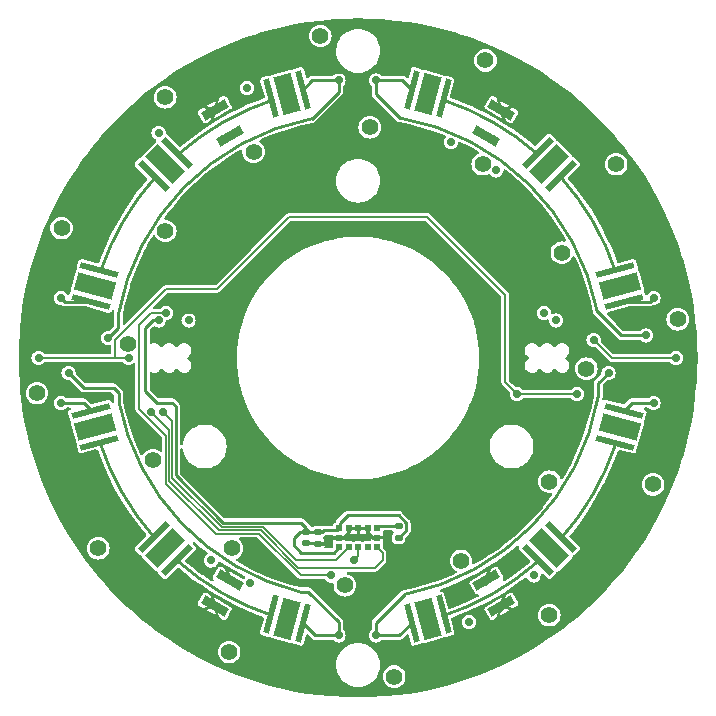
<source format=gbr>
%TF.GenerationSoftware,KiCad,Pcbnew,7.0.5*%
%TF.CreationDate,2023-06-26T09:34:37-04:00*%
%TF.ProjectId,ESP32Sensor-LED_board,45535033-3253-4656-9e73-6f722d4c4544,rev?*%
%TF.SameCoordinates,Original*%
%TF.FileFunction,Copper,L1,Top*%
%TF.FilePolarity,Positive*%
%FSLAX46Y46*%
G04 Gerber Fmt 4.6, Leading zero omitted, Abs format (unit mm)*
G04 Created by KiCad (PCBNEW 7.0.5) date 2023-06-26 09:34:37*
%MOMM*%
%LPD*%
G01*
G04 APERTURE LIST*
G04 Aperture macros list*
%AMRoundRect*
0 Rectangle with rounded corners*
0 $1 Rounding radius*
0 $2 $3 $4 $5 $6 $7 $8 $9 X,Y pos of 4 corners*
0 Add a 4 corners polygon primitive as box body*
4,1,4,$2,$3,$4,$5,$6,$7,$8,$9,$2,$3,0*
0 Add four circle primitives for the rounded corners*
1,1,$1+$1,$2,$3*
1,1,$1+$1,$4,$5*
1,1,$1+$1,$6,$7*
1,1,$1+$1,$8,$9*
0 Add four rect primitives between the rounded corners*
20,1,$1+$1,$2,$3,$4,$5,0*
20,1,$1+$1,$4,$5,$6,$7,0*
20,1,$1+$1,$6,$7,$8,$9,0*
20,1,$1+$1,$8,$9,$2,$3,0*%
%AMRotRect*
0 Rectangle, with rotation*
0 The origin of the aperture is its center*
0 $1 length*
0 $2 width*
0 $3 Rotation angle, in degrees counterclockwise*
0 Add horizontal line*
21,1,$1,$2,0,0,$3*%
G04 Aperture macros list end*
%TA.AperFunction,WasherPad*%
%ADD10C,1.400000*%
%TD*%
%TA.AperFunction,SMDPad,CuDef*%
%ADD11RotRect,1.500000X3.300000X345.000000*%
%TD*%
%TA.AperFunction,SMDPad,CuDef*%
%ADD12RotRect,0.500000X3.300000X345.000000*%
%TD*%
%TA.AperFunction,SMDPad,CuDef*%
%ADD13RotRect,1.500000X3.300000X165.000000*%
%TD*%
%TA.AperFunction,SMDPad,CuDef*%
%ADD14RotRect,0.500000X3.300000X165.000000*%
%TD*%
%TA.AperFunction,SMDPad,CuDef*%
%ADD15RotRect,1.500000X3.300000X105.000000*%
%TD*%
%TA.AperFunction,SMDPad,CuDef*%
%ADD16RotRect,0.500000X3.300000X105.000000*%
%TD*%
%TA.AperFunction,SMDPad,CuDef*%
%ADD17RotRect,1.500000X3.300000X225.000000*%
%TD*%
%TA.AperFunction,SMDPad,CuDef*%
%ADD18RotRect,0.500000X3.300000X225.000000*%
%TD*%
%TA.AperFunction,SMDPad,CuDef*%
%ADD19RotRect,1.500000X3.300000X285.000000*%
%TD*%
%TA.AperFunction,SMDPad,CuDef*%
%ADD20RotRect,0.500000X3.300000X285.000000*%
%TD*%
%TA.AperFunction,SMDPad,CuDef*%
%ADD21RotRect,1.500000X3.300000X15.000000*%
%TD*%
%TA.AperFunction,SMDPad,CuDef*%
%ADD22RotRect,0.500000X3.300000X15.000000*%
%TD*%
%TA.AperFunction,SMDPad,CuDef*%
%ADD23RotRect,1.500000X3.300000X255.000000*%
%TD*%
%TA.AperFunction,SMDPad,CuDef*%
%ADD24RotRect,0.500000X3.300000X255.000000*%
%TD*%
%TA.AperFunction,SMDPad,CuDef*%
%ADD25RotRect,1.500000X3.300000X45.000000*%
%TD*%
%TA.AperFunction,SMDPad,CuDef*%
%ADD26RotRect,0.500000X3.300000X45.000000*%
%TD*%
%TA.AperFunction,SMDPad,CuDef*%
%ADD27RoundRect,0.140000X0.170000X-0.140000X0.170000X0.140000X-0.170000X0.140000X-0.170000X-0.140000X0*%
%TD*%
%TA.AperFunction,SMDPad,CuDef*%
%ADD28RotRect,1.500000X3.300000X75.000000*%
%TD*%
%TA.AperFunction,SMDPad,CuDef*%
%ADD29RotRect,0.500000X3.300000X75.000000*%
%TD*%
%TA.AperFunction,SMDPad,CuDef*%
%ADD30RotRect,1.500000X3.300000X195.000000*%
%TD*%
%TA.AperFunction,SMDPad,CuDef*%
%ADD31RotRect,0.500000X3.300000X195.000000*%
%TD*%
%TA.AperFunction,SMDPad,CuDef*%
%ADD32RoundRect,0.135000X0.185000X-0.135000X0.185000X0.135000X-0.185000X0.135000X-0.185000X-0.135000X0*%
%TD*%
%TA.AperFunction,SMDPad,CuDef*%
%ADD33RotRect,1.500000X3.300000X135.000000*%
%TD*%
%TA.AperFunction,SMDPad,CuDef*%
%ADD34RotRect,0.500000X3.300000X135.000000*%
%TD*%
%TA.AperFunction,SMDPad,CuDef*%
%ADD35RotRect,1.500000X3.300000X315.000000*%
%TD*%
%TA.AperFunction,SMDPad,CuDef*%
%ADD36RotRect,0.500000X3.300000X315.000000*%
%TD*%
%TA.AperFunction,SMDPad,CuDef*%
%ADD37R,0.500000X0.500000*%
%TD*%
%TA.AperFunction,ComponentPad*%
%ADD38C,0.700000*%
%TD*%
%TA.AperFunction,SMDPad,CuDef*%
%ADD39RotRect,2.286000X0.762000X30.000000*%
%TD*%
%TA.AperFunction,SMDPad,CuDef*%
%ADD40RotRect,2.286000X0.762000X210.000000*%
%TD*%
%TA.AperFunction,SMDPad,CuDef*%
%ADD41RotRect,2.286000X0.762000X150.000000*%
%TD*%
%TA.AperFunction,SMDPad,CuDef*%
%ADD42RotRect,2.286000X0.762000X330.000000*%
%TD*%
%TA.AperFunction,ViaPad*%
%ADD43C,0.700000*%
%TD*%
%TA.AperFunction,Conductor*%
%ADD44C,0.254000*%
%TD*%
%TA.AperFunction,Conductor*%
%ADD45C,0.127000*%
%TD*%
G04 APERTURE END LIST*
D10*
%TO.P,LED1,*%
%TO.N,*%
X989221Y19525773D03*
D11*
X5888200Y22354200D03*
D10*
X10787179Y25182627D03*
D12*
%TO.P,LED1,1*%
%TO.N,Net-(LED1-Pad1)*%
X7237598Y21992630D03*
%TO.P,LED1,2*%
%TO.N,Net-(K1-S1)*%
X4538802Y22715770D03*
%TD*%
D10*
%TO.P,LED12,*%
%TO.N,*%
X-1118421Y-19249973D03*
D13*
X-6017400Y-22078400D03*
D10*
X-10916379Y-24906827D03*
D14*
%TO.P,LED12,1*%
%TO.N,Net-(LED11-Pad2)*%
X-7366798Y-21716830D03*
%TO.P,LED12,2*%
%TO.N,Net-(K2-S2)*%
X-4668002Y-22439970D03*
%TD*%
D10*
%TO.P,LED10,*%
%TO.N,*%
X-17381921Y-8643327D03*
D15*
X-22280900Y-5814900D03*
D10*
X-27179879Y-2986473D03*
D16*
%TO.P,LED10,1*%
%TO.N,Net-(U4-Q)*%
X-22642470Y-4465502D03*
%TO.P,LED10,2*%
%TO.N,Net-(LED10-Pad2)*%
X-21919330Y-7164298D03*
%TD*%
D10*
%TO.P,LED8,*%
%TO.N,*%
X-16328100Y22058254D03*
D17*
X-16328100Y16401400D03*
D10*
X-16328100Y10744546D03*
D18*
%TO.P,LED8,1*%
%TO.N,Net-(LED8-Pad1)*%
X-17315928Y15413572D03*
%TO.P,LED8,2*%
%TO.N,Net-(LED7-Pad1)*%
X-15340272Y17389228D03*
%TD*%
D10*
%TO.P,LED3,*%
%TO.N,*%
X17252721Y8919227D03*
D19*
X22151700Y6090800D03*
D10*
X27050679Y3262373D03*
D20*
%TO.P,LED3,1*%
%TO.N,Net-(U1-Q)*%
X22513270Y4741402D03*
%TO.P,LED3,2*%
%TO.N,Net-(LED2-Pad1)*%
X21790130Y7440198D03*
%TD*%
D10*
%TO.P,LED6,*%
%TO.N,*%
X3059773Y-26977379D03*
D21*
X5888200Y-22078400D03*
D10*
X8716627Y-17179421D03*
D22*
%TO.P,LED6,1*%
%TO.N,Net-(LED5-Pad2)*%
X7237598Y-21716830D03*
%TO.P,LED6,2*%
%TO.N,Net-(K1-S2)*%
X4538802Y-22439970D03*
%TD*%
D10*
%TO.P,LED9,*%
%TO.N,*%
X-25109327Y10989779D03*
D23*
X-22280900Y6090800D03*
D10*
X-19452473Y1191821D03*
D24*
%TO.P,LED9,1*%
%TO.N,Net-(U3-Q)*%
X-22642470Y4741402D03*
%TO.P,LED9,2*%
%TO.N,Net-(LED8-Pad1)*%
X-21919330Y7440198D03*
%TD*%
D10*
%TO.P,LED5,*%
%TO.N,*%
X16198900Y-21782354D03*
D25*
X16198900Y-16125500D03*
D10*
X16198900Y-10468646D03*
D26*
%TO.P,LED5,1*%
%TO.N,Net-(LED4-Pad2)*%
X17186728Y-15137672D03*
%TO.P,LED5,2*%
%TO.N,Net-(LED5-Pad2)*%
X15211072Y-17113328D03*
%TD*%
D27*
%TO.P,C9,1*%
%TO.N,LED_GND*%
X-3391000Y-15720000D03*
%TO.P,C9,2*%
%TO.N,3V3*%
X-3391000Y-14760000D03*
%TD*%
D10*
%TO.P,LED4,*%
%TO.N,*%
X24980127Y-10713879D03*
D28*
X22151700Y-5814900D03*
D10*
X19323273Y-915921D03*
D29*
%TO.P,LED4,1*%
%TO.N,Net-(U2-Q)*%
X22513270Y-4465502D03*
%TO.P,LED4,2*%
%TO.N,Net-(LED4-Pad2)*%
X21790130Y-7164298D03*
%TD*%
D10*
%TO.P,LED7,*%
%TO.N,*%
X-3188973Y27253179D03*
D30*
X-6017400Y22354200D03*
D10*
X-8845827Y17455221D03*
D31*
%TO.P,LED7,1*%
%TO.N,Net-(LED7-Pad1)*%
X-7366798Y21992630D03*
%TO.P,LED7,2*%
%TO.N,Net-(K2-S1)*%
X-4668002Y22715770D03*
%TD*%
D27*
%TO.P,C10,1*%
%TO.N,LED_GND*%
X-4407000Y-15692000D03*
%TO.P,C10,2*%
%TO.N,3V3*%
X-4407000Y-14732000D03*
%TD*%
D32*
%TO.P,R13,1*%
%TO.N,3V3*%
X3429000Y-15242000D03*
%TO.P,R13,2*%
%TO.N,Net-(U5-XSHUT)*%
X3429000Y-14222000D03*
%TD*%
D10*
%TO.P,LED11,*%
%TO.N,*%
X-10671146Y-16125500D03*
D33*
X-16328000Y-16125500D03*
D10*
X-21984854Y-16125500D03*
D34*
%TO.P,LED11,1*%
%TO.N,Net-(LED10-Pad2)*%
X-17315828Y-15137672D03*
%TO.P,LED11,2*%
%TO.N,Net-(LED11-Pad2)*%
X-15340172Y-17113328D03*
%TD*%
D10*
%TO.P,LED2,*%
%TO.N,*%
X10542046Y16401400D03*
D35*
X16198900Y16401400D03*
D10*
X21855754Y16401400D03*
D36*
%TO.P,LED2,1*%
%TO.N,Net-(LED2-Pad1)*%
X17186728Y15413572D03*
%TO.P,LED2,2*%
%TO.N,Net-(LED1-Pad1)*%
X15211072Y17389228D03*
%TD*%
D37*
%TO.P,U5,1,AVDDVCSEL*%
%TO.N,3V3*%
X-1599999Y-14439999D03*
%TO.P,U5,2,AVSSVCSEL*%
%TO.N,LED_GND*%
X-800001Y-14439999D03*
%TO.P,U5,3,GND*%
X0Y-14439999D03*
%TO.P,U5,4,GND2*%
X800001Y-14439999D03*
%TO.P,U5,5,XSHUT*%
%TO.N,Net-(U5-XSHUT)*%
X1599999Y-14439999D03*
%TO.P,U5,6,GND3*%
%TO.N,LED_GND*%
X1599999Y-15240000D03*
%TO.P,U5,7,GPIO1*%
%TO.N,INT*%
X1599999Y-16040001D03*
%TO.P,U5,8,DNC*%
%TO.N,unconnected-(U5-DNC-Pad8)*%
X800001Y-16040001D03*
%TO.P,U5,9,SDA*%
%TO.N,SDA*%
X0Y-16040001D03*
%TO.P,U5,10,SCL*%
%TO.N,SCL*%
X-800001Y-16040001D03*
%TO.P,U5,11,AVDD*%
%TO.N,3V3*%
X-1599999Y-16040001D03*
%TO.P,U5,12,GND4*%
%TO.N,LED_GND*%
X-1599999Y-15240000D03*
%TD*%
D38*
%TO.P,U2,9,EPAD*%
%TO.N,LED_GND*%
X10315074Y-19136248D03*
X11585074Y-21335952D03*
D39*
X10865000Y-18818748D03*
X12135000Y-21018452D03*
D38*
X11414926Y-18501248D03*
X12684926Y-20700952D03*
%TD*%
%TO.P,U3,9,EPAD*%
%TO.N,LED_GND*%
X-10315074Y19136248D03*
X-11585074Y21335952D03*
D40*
X-10865000Y18818748D03*
X-12135000Y21018452D03*
D38*
X-11414926Y18501248D03*
X-12684926Y20700952D03*
%TD*%
%TO.P,U4,9,EPAD*%
%TO.N,LED_GND*%
X-11585074Y-21335952D03*
X-10315074Y-19136248D03*
D41*
X-12135000Y-21018452D03*
X-10865000Y-18818748D03*
D38*
X-12684926Y-20700952D03*
X-11414926Y-18501248D03*
%TD*%
%TO.P,U1,9,EPAD*%
%TO.N,LED_GND*%
X11585074Y21335952D03*
X10315074Y19136248D03*
D42*
X12135000Y21018452D03*
X10865000Y18818748D03*
D38*
X12684926Y20700952D03*
X11414926Y18501248D03*
%TD*%
D43*
%TO.N,+Vs_For_LED_Drivers*%
X-12446000Y-17145000D03*
X-16891000Y19050000D03*
X16764000Y3175000D03*
X14859000Y-18415000D03*
X-14351000Y3175000D03*
X11684000Y15875000D03*
%TO.N,Net-(K1-S1)*%
X24384000Y1905000D03*
X1524000Y23495000D03*
%TO.N,LED_REF_INV*%
X-19431000Y0D03*
X-27051000Y0D03*
X19939000Y1524000D03*
X18542000Y-3048000D03*
X13462000Y-3048000D03*
X26924000Y0D03*
%TO.N,Net-(U1-Q)*%
X25019000Y5080000D03*
%TO.N,PWM_DIM*%
X9398000Y-22352000D03*
X7874000Y18288000D03*
X-9144000Y-19050000D03*
X-9398000Y22860000D03*
X15748000Y3810000D03*
%TO.N,Net-(U2-Q)*%
X25019000Y-3810000D03*
%TO.N,Net-(K1-S2)*%
X1524000Y-23495000D03*
X21209000Y-1270000D03*
%TO.N,Net-(K2-S1)*%
X-1651000Y23495000D03*
X-21148638Y1680828D03*
%TO.N,Net-(U4-Q)*%
X-25146000Y-3810000D03*
%TO.N,Net-(K2-S2)*%
X-1651000Y-23495000D03*
X-24511000Y-1270000D03*
%TO.N,Net-(U3-Q)*%
X-25146000Y5080000D03*
%TO.N,3V3*%
X-16891000Y3175000D03*
%TO.N,SDA*%
X-2286000Y-18415000D03*
X-381000Y-17145000D03*
X-16256000Y3810000D03*
%TO.N,SCL*%
X-16510000Y-4572000D03*
%TO.N,INT*%
X-17526000Y-4572000D03*
%TD*%
D44*
%TO.N,LED_GND*%
X-10632574Y18818748D02*
X-10315074Y19136248D01*
X11585074Y21335952D02*
X11817500Y21335952D01*
X10315074Y19136248D02*
X10779926Y19136248D01*
X10632574Y-18818748D02*
X10315074Y-19136248D01*
X-1270000Y-15240000D02*
X-1599999Y-15240000D01*
X-10315074Y-19136248D02*
X-10547500Y-19136248D01*
X11817500Y21335952D02*
X12135000Y21018452D01*
X10547500Y19136248D02*
X10865000Y18818748D01*
X1270000Y-15240000D02*
X1599999Y-15240000D01*
X-3391000Y-15720000D02*
X-2794000Y-15720000D01*
X-11585074Y21335952D02*
X-11817500Y21335952D01*
X11585074Y-21335952D02*
X12049926Y-21335952D01*
X10779926Y-19136248D02*
X11414926Y-18501248D01*
X-11414926Y-18501248D02*
X-10950074Y-18501248D01*
X12135000Y-21018452D02*
X11902574Y-21018452D01*
X-11817500Y21335952D02*
X-12135000Y21018452D01*
X800001Y-14770001D02*
X1270000Y-15240000D01*
X-1599999Y-15240000D02*
X-2314000Y-15240000D01*
X-12220074Y-20700952D02*
X-11585074Y-21335952D01*
X800001Y-14439999D02*
X800001Y-14770001D01*
X-12452500Y-20700952D02*
X-12135000Y-21018452D01*
X-10547500Y-19136248D02*
X-10865000Y-18818748D01*
X-3419000Y-15692000D02*
X-3391000Y-15720000D01*
X11902574Y-21018452D02*
X11585074Y-21335952D01*
X-10865000Y18818748D02*
X-10632574Y18818748D01*
X10865000Y-18818748D02*
X10632574Y-18818748D01*
X-10950074Y18501248D02*
X-10315074Y19136248D01*
X-12220074Y20700952D02*
X-11585074Y21335952D01*
X-2314000Y-15240000D02*
X-2794000Y-15720000D01*
X-800001Y-14770001D02*
X-1270000Y-15240000D01*
X10315074Y19136248D02*
X10547500Y19136248D01*
X12049926Y21335952D02*
X12684926Y20700952D01*
X12049926Y-21335952D02*
X12684926Y-20700952D01*
X-12684926Y-20700952D02*
X-12452500Y-20700952D01*
X-800001Y-14439999D02*
X-800001Y-14770001D01*
X10315074Y-19136248D02*
X10779926Y-19136248D01*
X-4407000Y-15692000D02*
X-3419000Y-15692000D01*
X-11414926Y18501248D02*
X-10950074Y18501248D01*
X-800000Y-14440000D02*
X800000Y-14440000D01*
X-12684926Y20700952D02*
X-12220074Y20700952D01*
X11585074Y21335952D02*
X12049926Y21335952D01*
X-12684926Y-20700952D02*
X-12220074Y-20700952D01*
X-10950074Y-18501248D02*
X-10315074Y-19136248D01*
X10779926Y19136248D02*
X11414926Y18501248D01*
%TO.N,Net-(K1-S1)*%
X4538802Y22715770D02*
X3759572Y23495000D01*
X22281965Y1905000D02*
X20249552Y3937413D01*
X3759572Y23495000D02*
X1524000Y23495000D01*
X24384000Y1905000D02*
X22281965Y1905000D01*
X1524000Y22352001D02*
X3556002Y20319999D01*
X1524000Y23495000D02*
X1524000Y22352001D01*
X20249549Y3937413D02*
G75*
G03*
X3556002Y20319998I-20249549J-3937413D01*
G01*
D45*
%TO.N,LED_REF_INV*%
X13462000Y-3048000D02*
X12446000Y-2032000D01*
X12446000Y5334000D02*
X5842000Y11938000D01*
X21463000Y0D02*
X26924000Y0D01*
X-20574000Y0D02*
X-19431000Y0D01*
X-5842000Y11938000D02*
X-11938000Y5842000D01*
X-20574000Y1524000D02*
X-20574000Y0D01*
X19939000Y1524000D02*
X21463000Y0D01*
X-27051000Y0D02*
X-20574000Y0D01*
X12446000Y-2032000D02*
X12446000Y5334000D01*
X-11938000Y5842000D02*
X-16256000Y5842000D01*
X-16256000Y5842000D02*
X-20574000Y1524000D01*
X5842000Y11938000D02*
X-5842000Y11938000D01*
X13462000Y-3048000D02*
X18542000Y-3048000D01*
D44*
%TO.N,Net-(U1-Q)*%
X22513270Y4741402D02*
X24680402Y4741402D01*
X24680402Y4741402D02*
X25019000Y5080000D01*
%TO.N,Net-(LED1-Pad1)*%
X15203673Y17257121D02*
G75*
G03*
X7197514Y21843896I-15203692J-17257143D01*
G01*
%TO.N,Net-(LED2-Pad1)*%
X21795336Y7343256D02*
G75*
G03*
X17155186Y15318599I-21795368J-7343287D01*
G01*
%TO.N,Net-(U2-Q)*%
X23168772Y-3810000D02*
X25019000Y-3810000D01*
X22513270Y-4465502D02*
X23168772Y-3810000D01*
%TO.N,Net-(K1-S2)*%
X4538802Y-22439970D02*
X3483772Y-23495000D01*
X20320001Y-2158999D02*
X20320001Y-3331009D01*
X21209000Y-1270000D02*
X20320001Y-2158999D01*
X3937415Y-20024559D02*
X1524000Y-22437974D01*
X3483772Y-23495000D02*
X1524000Y-23495000D01*
X1524000Y-22437974D02*
X1524000Y-23495000D01*
X3937415Y-20024558D02*
G75*
G03*
X20320000Y-3331009I-3937414J20249550D01*
G01*
%TO.N,Net-(K2-S1)*%
X-1651000Y22535963D02*
X-1651000Y23495000D01*
X-4668002Y22718631D02*
X-3954558Y23432075D01*
X-3954558Y23432075D02*
X-3891633Y23495000D01*
X-20319999Y2509467D02*
X-20319999Y3556000D01*
X-4668002Y22715770D02*
X-4668002Y22718631D01*
X-3937413Y20249550D02*
X-1651000Y22535963D01*
X-3891633Y23495000D02*
X-1651000Y23495000D01*
X-21148638Y1680828D02*
X-20319999Y2509467D01*
X-3937413Y20249549D02*
G75*
G03*
X-20319998Y3556000I3937413J-20249549D01*
G01*
%TO.N,Net-(U4-Q)*%
X-23241000Y-3810000D02*
X-25146000Y-3810000D01*
X-22642470Y-4465502D02*
X-22642470Y-4408530D01*
X-22642470Y-4408530D02*
X-23241000Y-3810000D01*
%TO.N,Net-(K2-S2)*%
X-20701000Y-2540000D02*
X-20249550Y-2991450D01*
X-23241000Y-2540000D02*
X-20701000Y-2540000D01*
X-20249550Y-2991450D02*
X-20249550Y-3712422D01*
X-4908507Y-19814001D02*
X-4218007Y-19814001D01*
X-1651000Y-22381008D02*
X-1651000Y-23495000D01*
X-4218007Y-19814001D02*
X-1651000Y-22381008D01*
X-4668002Y-22439970D02*
X-3612972Y-23495000D01*
X-3612972Y-23495000D02*
X-1651000Y-23495000D01*
X-24511000Y-1270000D02*
X-23241000Y-2540000D01*
X-20249550Y-3712422D02*
G75*
G03*
X-4908507Y-19814001I20257175J3941351D01*
G01*
%TO.N,Net-(U3-Q)*%
X-22642470Y4741402D02*
X-24807402Y4741402D01*
X-24807402Y4741402D02*
X-25146000Y5080000D01*
%TO.N,Net-(LED7-Pad1)*%
X-7152787Y21858588D02*
G75*
G03*
X-15168318Y17288212I7152784J-21858576D01*
G01*
%TO.N,Net-(LED8-Pad1)*%
X-17123791Y15353695D02*
G75*
G03*
X-21780257Y7387867I17123788J-15353694D01*
G01*
%TO.N,Net-(LED10-Pad2)*%
X-21858619Y-7152809D02*
G75*
G03*
X-17288243Y-15168341I21858619J7152809D01*
G01*
%TO.N,Net-(LED11-Pad2)*%
X-15353727Y-17123832D02*
G75*
G03*
X-7387899Y-21780299I15353708J17123807D01*
G01*
%TO.N,Net-(LED4-Pad2)*%
X17123790Y-15353709D02*
G75*
G03*
X21780256Y-7387881I-17123824J15353715D01*
G01*
%TO.N,Net-(LED5-Pad2)*%
X7152779Y-21858558D02*
G75*
G03*
X15168310Y-17288182I-7152784J21858576D01*
G01*
%TO.N,3V3*%
X-3076000Y-14760000D02*
X-2921000Y-14605000D01*
X4064000Y-14605000D02*
X3429000Y-15240000D01*
X-11430000Y-13970000D02*
X-4826000Y-13970000D01*
X-17399000Y3175000D02*
X-18034000Y2540000D01*
X-16891000Y3175000D02*
X-17399000Y3175000D01*
X-4407000Y-14732000D02*
X-4953000Y-14732000D01*
X3429000Y-15240000D02*
X3429000Y-15242000D01*
X-3391000Y-14760000D02*
X-4379000Y-14760000D01*
X4064000Y-13970000D02*
X4064000Y-14605000D01*
X-889000Y-13335000D02*
X3429000Y-13335000D01*
X-1524000Y-14364000D02*
X-1524000Y-13970000D01*
X-3391000Y-14760000D02*
X-3076000Y-14760000D01*
X-15455900Y-9944100D02*
X-11430000Y-13970000D01*
X-17018000Y-3810000D02*
X-15748000Y-3810000D01*
X-5461000Y-15240000D02*
X-5461000Y-15875000D01*
X-2070000Y-16510000D02*
X-1600000Y-16040000D01*
X-2921000Y-14605000D02*
X-1765000Y-14605000D01*
X-15748000Y-3810000D02*
X-15455900Y-4102100D01*
X-15455900Y-4102100D02*
X-15455900Y-9944100D01*
X-18034000Y2540000D02*
X-18034000Y-2794000D01*
X-4826000Y-13970000D02*
X-4407000Y-14389000D01*
X-4826000Y-16510000D02*
X-2070000Y-16510000D01*
X-4953000Y-14732000D02*
X-5461000Y-15240000D01*
X-4379000Y-14760000D02*
X-4407000Y-14732000D01*
X3429000Y-13335000D02*
X4064000Y-13970000D01*
X-5461000Y-15875000D02*
X-4826000Y-16510000D01*
X-4407000Y-14389000D02*
X-4407000Y-14732000D01*
X-1599999Y-14439999D02*
X-1524000Y-14364000D01*
X-1765000Y-14605000D02*
X-1600000Y-14440000D01*
X-18034000Y-2794000D02*
X-17018000Y-3810000D01*
X-1524000Y-13970000D02*
X-889000Y-13335000D01*
D45*
%TO.N,SDA*%
X-18542000Y-4318000D02*
X-16256000Y-6604000D01*
X-4826000Y-18415000D02*
X-2286000Y-18415000D01*
X-16256000Y-6604000D02*
X-16256000Y-10668000D01*
X0Y-16764000D02*
X-381000Y-17145000D01*
X-16256000Y3810000D02*
X-17526000Y3810000D01*
X-16256000Y-10668000D02*
X-12047019Y-14876981D01*
X0Y-16040000D02*
X0Y-16764000D01*
X-17526000Y3810000D02*
X-18542000Y2794000D01*
X-12047019Y-14876981D02*
X-8364019Y-14876981D01*
X-18542000Y2794000D02*
X-18542000Y-4318000D01*
X-8364019Y-14876981D02*
X-4826000Y-18415000D01*
%TO.N,SCL*%
X-11556566Y-14351434D02*
X-8085326Y-14351434D01*
X-15748000Y-10160000D02*
X-11556566Y-14351434D01*
X-1905000Y-17145000D02*
X-800000Y-16040000D01*
X-8085326Y-14351434D02*
X-5291760Y-17145000D01*
X-5291760Y-17145000D02*
X-1905000Y-17145000D01*
X-15748000Y-5334000D02*
X-15748000Y-10160000D01*
X-16510000Y-4572000D02*
X-15748000Y-5334000D01*
%TO.N,INT*%
X-16002000Y-10414000D02*
X-11811000Y-14605000D01*
X1435000Y-17780000D02*
X2070000Y-17145000D01*
X-8255000Y-14605000D02*
X-5080000Y-17780000D01*
X-16002000Y-6096000D02*
X-16002000Y-10414000D01*
X-11811000Y-14605000D02*
X-8255000Y-14605000D01*
X2070000Y-16510000D02*
X1600000Y-16040000D01*
X-17526000Y-4572000D02*
X-16002000Y-6096000D01*
X2070000Y-17145000D02*
X2070000Y-16510000D01*
X-5080000Y-17780000D02*
X1435000Y-17780000D01*
D44*
%TO.N,Net-(U5-XSHUT)*%
X1818000Y-14222000D02*
X1600000Y-14440000D01*
X3429000Y-14222000D02*
X1818000Y-14222000D01*
%TD*%
%TA.AperFunction,Conductor*%
%TO.N,LED_GND*%
G36*
X-13824916Y-15597248D02*
G01*
X-13804067Y-15611572D01*
X-13260134Y-16073642D01*
X-12779411Y-16448314D01*
X-12738637Y-16505049D01*
X-12735009Y-16574825D01*
X-12769681Y-16635485D01*
X-12780147Y-16644486D01*
X-12874282Y-16716718D01*
X-12970536Y-16842159D01*
X-13031044Y-16988238D01*
X-13031044Y-16988239D01*
X-13051682Y-17144998D01*
X-13051682Y-17145001D01*
X-13048024Y-17172786D01*
X-13031044Y-17301762D01*
X-12970536Y-17447841D01*
X-12874282Y-17573282D01*
X-12748841Y-17669536D01*
X-12602762Y-17730044D01*
X-12498254Y-17743802D01*
X-12446001Y-17750682D01*
X-12446000Y-17750682D01*
X-12445999Y-17750682D01*
X-12347878Y-17737764D01*
X-12289238Y-17730044D01*
X-12143159Y-17669536D01*
X-12030454Y-17583055D01*
X-12005354Y-17573351D01*
X-11994449Y-17543014D01*
X-11992681Y-17540653D01*
X-11921464Y-17447841D01*
X-11880915Y-17349947D01*
X-11860956Y-17301762D01*
X-11860955Y-17301761D01*
X-11858658Y-17296214D01*
X-11814817Y-17241811D01*
X-11748523Y-17219746D01*
X-11680823Y-17237025D01*
X-11676405Y-17239774D01*
X-11098132Y-17616782D01*
X-10336260Y-18068920D01*
X-9623577Y-18452213D01*
X-9573860Y-18501304D01*
X-9558574Y-18569481D01*
X-9582575Y-18635099D01*
X-9583889Y-18636845D01*
X-9620283Y-18684275D01*
X-9676710Y-18725477D01*
X-9746456Y-18729632D01*
X-9780658Y-18716175D01*
X-10942867Y-18045174D01*
X-10744000Y-18787361D01*
X-10745663Y-18857210D01*
X-10784825Y-18915073D01*
X-10831647Y-18939220D01*
X-10833578Y-18939738D01*
X-10903429Y-18938095D01*
X-10961302Y-18898949D01*
X-10985481Y-18852066D01*
X-11249054Y-17868398D01*
X-11249055Y-17868395D01*
X-11560690Y-17688474D01*
X-11560693Y-17688473D01*
X-11631093Y-17664575D01*
X-11730338Y-17671080D01*
X-11830493Y-17720470D01*
X-11831090Y-17719259D01*
X-11843920Y-17724219D01*
X-11854826Y-17754556D01*
X-11861742Y-17763191D01*
X-11868557Y-17770963D01*
X-11868562Y-17770969D01*
X-12274184Y-18473527D01*
X-12274185Y-18473530D01*
X-12298083Y-18543930D01*
X-12291578Y-18643175D01*
X-12242189Y-18743330D01*
X-12244283Y-18744362D01*
X-12225068Y-18794046D01*
X-12239097Y-18862493D01*
X-12287904Y-18912489D01*
X-12355993Y-18928163D01*
X-12415102Y-18909063D01*
X-12473125Y-18872223D01*
X-12475025Y-18870968D01*
X-13157553Y-18401590D01*
X-13159405Y-18400266D01*
X-13195346Y-18373554D01*
X-13462258Y-18175179D01*
X-13824255Y-17906135D01*
X-13826057Y-17904743D01*
X-14422559Y-17426438D01*
X-14472302Y-17386551D01*
X-14474048Y-17385098D01*
X-14603852Y-17272940D01*
X-14641709Y-17214214D01*
X-14641807Y-17144345D01*
X-14610462Y-17091432D01*
X-13802094Y-16283065D01*
X-13802093Y-16283064D01*
X-13775105Y-16242673D01*
X-13760703Y-16221119D01*
X-13760702Y-16221118D01*
X-13760702Y-16221117D01*
X-13760701Y-16221114D01*
X-13741261Y-16123381D01*
X-13741261Y-16123376D01*
X-13760701Y-16025642D01*
X-13760702Y-16025639D01*
X-13802093Y-15963692D01*
X-13972024Y-15793761D01*
X-14005509Y-15732438D01*
X-14000525Y-15662746D01*
X-13958653Y-15606813D01*
X-13893189Y-15582396D01*
X-13824916Y-15597248D01*
G37*
%TD.AperFunction*%
%TA.AperFunction,Conductor*%
G36*
X13559130Y-15914809D02*
G01*
X13610862Y-15961772D01*
X13628992Y-16029249D01*
X13626643Y-16050572D01*
X13612161Y-16123380D01*
X13612161Y-16123381D01*
X13631601Y-16221114D01*
X13631602Y-16221117D01*
X13631602Y-16221118D01*
X13631603Y-16221119D01*
X13646005Y-16242673D01*
X13672993Y-16283064D01*
X13672994Y-16283065D01*
X14539520Y-17149590D01*
X14573005Y-17210913D01*
X14568021Y-17280604D01*
X14531894Y-17331966D01*
X14285881Y-17539945D01*
X14284115Y-17541383D01*
X13632313Y-18052593D01*
X13630496Y-18053965D01*
X12960355Y-18540907D01*
X12958489Y-18542211D01*
X12420603Y-18903646D01*
X12353980Y-18924698D01*
X12286552Y-18906389D01*
X12239727Y-18854532D01*
X12228371Y-18785591D01*
X12245083Y-18744757D01*
X12242189Y-18743330D01*
X12291578Y-18643175D01*
X12298083Y-18543930D01*
X12274185Y-18473530D01*
X12274184Y-18473527D01*
X11868562Y-17770969D01*
X11868557Y-17770962D01*
X11819539Y-17715068D01*
X11730338Y-17671080D01*
X11631093Y-17664575D01*
X11560693Y-17688473D01*
X11560690Y-17688474D01*
X11249055Y-17868395D01*
X11249054Y-17868398D01*
X10985481Y-18852066D01*
X10949116Y-18911726D01*
X10886269Y-18942255D01*
X10833578Y-18939738D01*
X10831647Y-18939220D01*
X10771997Y-18902838D01*
X10741486Y-18839982D01*
X10744000Y-18787361D01*
X10942867Y-18045174D01*
X9538310Y-18856096D01*
X9538303Y-18856101D01*
X9482409Y-18905119D01*
X9438421Y-18994320D01*
X9431916Y-19093565D01*
X9455814Y-19163965D01*
X9455815Y-19163968D01*
X9861437Y-19866526D01*
X9861442Y-19866533D01*
X9910460Y-19922427D01*
X9999661Y-19966415D01*
X10111091Y-19973719D01*
X10110933Y-19976116D01*
X10163348Y-19984287D01*
X10215607Y-20030663D01*
X10234496Y-20097931D01*
X10214019Y-20164733D01*
X10167930Y-20206365D01*
X10107234Y-20238079D01*
X10105197Y-20239096D01*
X9357436Y-20595495D01*
X9355364Y-20596436D01*
X8595019Y-20925144D01*
X8592913Y-20926009D01*
X7821001Y-21226586D01*
X7818864Y-21227373D01*
X7767135Y-21245358D01*
X7697349Y-21248780D01*
X7636791Y-21213930D01*
X7606639Y-21160329D01*
X7287606Y-19969680D01*
X7254657Y-19902866D01*
X7179732Y-19837157D01*
X7174635Y-19835427D01*
X7085363Y-19805124D01*
X7078970Y-19804283D01*
X7015073Y-19776016D01*
X6976603Y-19717691D01*
X6975772Y-19647826D01*
X7012845Y-19588603D01*
X7051667Y-19565221D01*
X7775963Y-19293979D01*
X8580398Y-18953971D01*
X9370007Y-18580826D01*
X10143427Y-18175191D01*
X10687979Y-17860066D01*
X10899317Y-17737768D01*
X11337923Y-17459000D01*
X11636387Y-17269303D01*
X12353346Y-16770616D01*
X13048963Y-16242565D01*
X13426012Y-15930815D01*
X13490220Y-15903269D01*
X13559130Y-15914809D01*
G37*
%TD.AperFunction*%
%TA.AperFunction,Conductor*%
G36*
X821822Y28730129D02*
G01*
X1073663Y28725419D01*
X1075975Y28725333D01*
X2147008Y28665186D01*
X2149298Y28665014D01*
X2531873Y28629139D01*
X3217315Y28564862D01*
X3219619Y28564603D01*
X4283138Y28424589D01*
X4285431Y28424243D01*
X5342977Y28244559D01*
X5345255Y28244128D01*
X6395343Y28025026D01*
X6397604Y28024510D01*
X7438747Y27766302D01*
X7440986Y27765702D01*
X8471776Y27468737D01*
X8473992Y27468053D01*
X9492945Y27132756D01*
X9495134Y27131991D01*
X10500815Y26758837D01*
X10502974Y26757990D01*
X11494018Y26347485D01*
X11496143Y26346558D01*
X12471150Y25899284D01*
X12473239Y25898278D01*
X13430836Y25414860D01*
X13432886Y25413777D01*
X14371742Y24894889D01*
X14373750Y24893729D01*
X15292524Y24340114D01*
X15294488Y24338880D01*
X16191966Y23751269D01*
X16193882Y23749962D01*
X16332282Y23651762D01*
X17068725Y23129226D01*
X17070558Y23127873D01*
X17215363Y23016762D01*
X17921611Y22474838D01*
X17923424Y22473392D01*
X18424477Y22058254D01*
X18749436Y21789014D01*
X18751178Y21787515D01*
X19551058Y21072699D01*
X19552757Y21071122D01*
X20325302Y20326942D01*
X20326942Y20325302D01*
X21071122Y19552757D01*
X21072699Y19551058D01*
X21787515Y18751178D01*
X21789014Y18749436D01*
X21960683Y18542241D01*
X22473392Y17923424D01*
X22474838Y17921611D01*
X22889986Y17380580D01*
X23113172Y17089718D01*
X23127867Y17070568D01*
X23129226Y17068725D01*
X23555281Y16468259D01*
X23749962Y16193882D01*
X23751269Y16191966D01*
X24338880Y15294488D01*
X24340114Y15292524D01*
X24893729Y14373750D01*
X24894889Y14371742D01*
X25413777Y13432886D01*
X25414860Y13430836D01*
X25898278Y12473239D01*
X25899284Y12471150D01*
X26346558Y11496143D01*
X26347485Y11494018D01*
X26757990Y10502974D01*
X26758837Y10500815D01*
X27131991Y9495134D01*
X27132756Y9492945D01*
X27468053Y8473992D01*
X27468737Y8471776D01*
X27765702Y7440986D01*
X27766302Y7438747D01*
X28024510Y6397604D01*
X28025026Y6395343D01*
X28244128Y5345255D01*
X28244559Y5342977D01*
X28424243Y4285431D01*
X28424589Y4283138D01*
X28564603Y3219619D01*
X28564862Y3217315D01*
X28618047Y2650155D01*
X28664232Y2157641D01*
X28665013Y2149321D01*
X28665186Y2147008D01*
X28725333Y1075975D01*
X28725420Y1073658D01*
X28745478Y1159D01*
X28745478Y-1159D01*
X28725420Y-1073658D01*
X28725333Y-1075975D01*
X28665186Y-2147008D01*
X28665014Y-2149298D01*
X28649442Y-2315364D01*
X28564862Y-3217315D01*
X28564603Y-3219619D01*
X28424589Y-4283138D01*
X28424243Y-4285431D01*
X28244559Y-5342977D01*
X28244128Y-5345255D01*
X28025026Y-6395343D01*
X28024510Y-6397604D01*
X27766302Y-7438747D01*
X27765702Y-7440986D01*
X27468737Y-8471776D01*
X27468053Y-8473992D01*
X27132756Y-9492945D01*
X27131991Y-9495134D01*
X26758837Y-10500815D01*
X26757990Y-10502974D01*
X26347485Y-11494018D01*
X26346558Y-11496143D01*
X25899284Y-12471150D01*
X25898278Y-12473239D01*
X25414860Y-13430836D01*
X25413777Y-13432886D01*
X24894889Y-14371742D01*
X24893729Y-14373750D01*
X24340114Y-15292524D01*
X24338880Y-15294488D01*
X23751269Y-16191966D01*
X23749962Y-16193882D01*
X23645482Y-16341133D01*
X23129226Y-17068725D01*
X23127873Y-17070558D01*
X23042902Y-17181296D01*
X22474838Y-17921611D01*
X22473392Y-17923424D01*
X22091532Y-18384312D01*
X21789014Y-18749436D01*
X21787515Y-18751178D01*
X21072699Y-19551058D01*
X21071122Y-19552757D01*
X20326942Y-20325302D01*
X20325302Y-20326942D01*
X19552757Y-21071122D01*
X19551058Y-21072699D01*
X18751178Y-21787515D01*
X18749436Y-21789014D01*
X18514591Y-21983592D01*
X17923424Y-22473392D01*
X17921611Y-22474838D01*
X17319253Y-22937044D01*
X17084079Y-23117500D01*
X17070568Y-23127867D01*
X17068725Y-23129226D01*
X16618709Y-23448531D01*
X16193882Y-23749962D01*
X16191966Y-23751269D01*
X15294488Y-24338880D01*
X15292524Y-24340114D01*
X14373750Y-24893729D01*
X14371742Y-24894889D01*
X13432886Y-25413777D01*
X13430836Y-25414860D01*
X12473239Y-25898278D01*
X12471150Y-25899284D01*
X11496143Y-26346558D01*
X11494018Y-26347485D01*
X10502974Y-26757990D01*
X10500815Y-26758837D01*
X9495134Y-27131991D01*
X9492945Y-27132756D01*
X8473992Y-27468053D01*
X8471776Y-27468737D01*
X7440986Y-27765702D01*
X7438747Y-27766302D01*
X6397604Y-28024510D01*
X6395343Y-28025026D01*
X5345255Y-28244128D01*
X5342977Y-28244559D01*
X4285431Y-28424243D01*
X4283138Y-28424589D01*
X3219619Y-28564603D01*
X3217315Y-28564862D01*
X2531873Y-28629139D01*
X2149298Y-28665014D01*
X2147008Y-28665186D01*
X1075975Y-28725333D01*
X1073663Y-28725419D01*
X821822Y-28730129D01*
X1159Y-28745478D01*
X-1159Y-28745478D01*
X-821822Y-28730129D01*
X-1073663Y-28725419D01*
X-1075975Y-28725333D01*
X-2147008Y-28665186D01*
X-2149298Y-28665014D01*
X-2531873Y-28629139D01*
X-3217315Y-28564862D01*
X-3219619Y-28564603D01*
X-4283138Y-28424589D01*
X-4285431Y-28424243D01*
X-5342977Y-28244559D01*
X-5345255Y-28244128D01*
X-6395343Y-28025026D01*
X-6397604Y-28024510D01*
X-7438747Y-27766302D01*
X-7440986Y-27765702D01*
X-8471776Y-27468737D01*
X-8473992Y-27468053D01*
X-9492945Y-27132756D01*
X-9495134Y-27131991D01*
X-10500815Y-26758837D01*
X-10502974Y-26757990D01*
X-11494018Y-26347485D01*
X-11496143Y-26346558D01*
X-12251600Y-26000000D01*
X-1859237Y-26000000D01*
X-1840313Y-26264597D01*
X-1840312Y-26264601D01*
X-1840312Y-26264602D01*
X-1822379Y-26347040D01*
X-1783925Y-26523808D01*
X-1691221Y-26772355D01*
X-1691218Y-26772359D01*
X-1691218Y-26772361D01*
X-1681014Y-26791048D01*
X-1564090Y-27005179D01*
X-1405118Y-27217541D01*
X-1217541Y-27405118D01*
X-1005179Y-27564090D01*
X-772360Y-27691218D01*
X-772359Y-27691218D01*
X-772355Y-27691221D01*
X-523808Y-27783925D01*
X-264597Y-27840313D01*
X-26508Y-27857341D01*
X-1Y-27859237D01*
X0Y-27859237D01*
X1Y-27859237D01*
X26508Y-27857341D01*
X264597Y-27840313D01*
X523808Y-27783925D01*
X772355Y-27691221D01*
X772359Y-27691218D01*
X772361Y-27691218D01*
X888767Y-27627655D01*
X1005179Y-27564090D01*
X1217541Y-27405118D01*
X1405118Y-27217541D01*
X1564090Y-27005179D01*
X1579270Y-26977379D01*
X2104674Y-26977379D01*
X2123025Y-27163710D01*
X2123026Y-27163712D01*
X2177377Y-27342881D01*
X2265635Y-27508002D01*
X2265637Y-27508005D01*
X2384415Y-27652736D01*
X2529146Y-27771514D01*
X2529149Y-27771516D01*
X2657859Y-27840312D01*
X2694272Y-27859775D01*
X2873439Y-27914125D01*
X2873441Y-27914126D01*
X2890147Y-27915771D01*
X3059773Y-27932478D01*
X3246104Y-27914126D01*
X3425274Y-27859775D01*
X3590398Y-27771515D01*
X3735130Y-27652736D01*
X3853909Y-27508004D01*
X3942169Y-27342880D01*
X3996520Y-27163710D01*
X4014872Y-26977379D01*
X3996520Y-26791048D01*
X3942169Y-26611878D01*
X3853909Y-26446754D01*
X3853908Y-26446752D01*
X3735130Y-26302021D01*
X3590399Y-26183243D01*
X3590396Y-26183241D01*
X3425275Y-26094983D01*
X3246106Y-26040632D01*
X3246104Y-26040631D01*
X3059773Y-26022280D01*
X2873441Y-26040631D01*
X2873439Y-26040632D01*
X2694270Y-26094983D01*
X2529149Y-26183241D01*
X2529146Y-26183243D01*
X2384415Y-26302021D01*
X2265637Y-26446752D01*
X2265635Y-26446755D01*
X2177377Y-26611876D01*
X2123026Y-26791045D01*
X2123025Y-26791047D01*
X2104674Y-26977379D01*
X1579270Y-26977379D01*
X1681014Y-26791048D01*
X1691218Y-26772361D01*
X1691218Y-26772359D01*
X1691221Y-26772355D01*
X1783925Y-26523808D01*
X1822379Y-26347040D01*
X1840312Y-26264602D01*
X1840312Y-26264601D01*
X1840313Y-26264597D01*
X1859237Y-26000000D01*
X1840313Y-25735403D01*
X1832821Y-25700964D01*
X1783927Y-25476200D01*
X1783926Y-25476198D01*
X1783925Y-25476192D01*
X1691221Y-25227645D01*
X1691219Y-25227642D01*
X1691218Y-25227638D01*
X1564093Y-24994826D01*
X1564088Y-24994818D01*
X1405124Y-24782466D01*
X1405108Y-24782448D01*
X1217551Y-24594891D01*
X1217533Y-24594875D01*
X1005181Y-24435911D01*
X1005173Y-24435906D01*
X772360Y-24308781D01*
X772361Y-24308781D01*
X565083Y-24231470D01*
X523808Y-24216075D01*
X523805Y-24216074D01*
X523799Y-24216072D01*
X264602Y-24159687D01*
X1Y-24140763D01*
X-1Y-24140763D01*
X-264602Y-24159687D01*
X-523799Y-24216072D01*
X-523805Y-24216074D01*
X-523808Y-24216075D01*
X-565083Y-24231470D01*
X-772361Y-24308781D01*
X-1005173Y-24435906D01*
X-1005181Y-24435911D01*
X-1217533Y-24594875D01*
X-1217551Y-24594891D01*
X-1405108Y-24782448D01*
X-1405124Y-24782466D01*
X-1564088Y-24994818D01*
X-1564093Y-24994826D01*
X-1691218Y-25227638D01*
X-1691219Y-25227642D01*
X-1691221Y-25227645D01*
X-1783925Y-25476192D01*
X-1783926Y-25476198D01*
X-1783927Y-25476200D01*
X-1832821Y-25700964D01*
X-1840313Y-25735403D01*
X-1859237Y-26000000D01*
X-12251600Y-26000000D01*
X-12471150Y-25899284D01*
X-12473239Y-25898278D01*
X-13430836Y-25414860D01*
X-13432886Y-25413777D01*
X-14350142Y-24906827D01*
X-11871478Y-24906827D01*
X-11853126Y-25093158D01*
X-11798775Y-25272328D01*
X-11710515Y-25437452D01*
X-11591736Y-25582184D01*
X-11447004Y-25700963D01*
X-11281880Y-25789223D01*
X-11102710Y-25843574D01*
X-10916379Y-25861926D01*
X-10748399Y-25845381D01*
X-10730047Y-25843574D01*
X-10730045Y-25843573D01*
X-10550878Y-25789223D01*
X-10550876Y-25789222D01*
X-10385755Y-25700964D01*
X-10385752Y-25700962D01*
X-10241021Y-25582184D01*
X-10122243Y-25437453D01*
X-10122241Y-25437450D01*
X-10033983Y-25272329D01*
X-9979632Y-25093160D01*
X-9979631Y-25093158D01*
X-9961280Y-24906827D01*
X-9979631Y-24720495D01*
X-9979632Y-24720493D01*
X-10033983Y-24541324D01*
X-10122241Y-24376203D01*
X-10122243Y-24376200D01*
X-10241021Y-24231469D01*
X-10385752Y-24112691D01*
X-10385755Y-24112689D01*
X-10550876Y-24024431D01*
X-10730045Y-23970080D01*
X-10730047Y-23970079D01*
X-10916379Y-23951728D01*
X-11102710Y-23970079D01*
X-11102712Y-23970080D01*
X-11281881Y-24024431D01*
X-11447002Y-24112689D01*
X-11447005Y-24112691D01*
X-11591736Y-24231469D01*
X-11710514Y-24376200D01*
X-11710516Y-24376203D01*
X-11742430Y-24435911D01*
X-11798775Y-24541326D01*
X-11853126Y-24720496D01*
X-11871478Y-24906827D01*
X-14350142Y-24906827D01*
X-14371742Y-24894889D01*
X-14373750Y-24893729D01*
X-15292524Y-24340114D01*
X-15294488Y-24338880D01*
X-16191966Y-23751269D01*
X-16193882Y-23749962D01*
X-16618709Y-23448531D01*
X-17068725Y-23129226D01*
X-17070568Y-23127867D01*
X-17084079Y-23117500D01*
X-17319253Y-22937044D01*
X-17921611Y-22474838D01*
X-17923424Y-22473392D01*
X-18514591Y-21983592D01*
X-18749436Y-21789014D01*
X-18751178Y-21787515D01*
X-19254407Y-21337802D01*
X-12843868Y-21337802D01*
X-12057131Y-21792024D01*
X-12223388Y-21171544D01*
X-12843868Y-21337802D01*
X-19254407Y-21337802D01*
X-19551058Y-21072699D01*
X-19552757Y-21071122D01*
X-19892727Y-20743634D01*
X-13568083Y-20743634D01*
X-13561578Y-20842879D01*
X-13517590Y-20932080D01*
X-13461695Y-20981099D01*
X-13150054Y-21161024D01*
X-12288092Y-20930062D01*
X-12471687Y-20244878D01*
X-12212867Y-20244878D01*
X-11982174Y-21105843D01*
X-11750944Y-21968803D01*
X-11439309Y-22148725D01*
X-11439306Y-22148726D01*
X-11368906Y-22172624D01*
X-11269661Y-22166119D01*
X-11180460Y-22122131D01*
X-11131442Y-22066237D01*
X-11131437Y-22066230D01*
X-10725815Y-21363672D01*
X-10725814Y-21363669D01*
X-10701916Y-21293269D01*
X-10708421Y-21194024D01*
X-10752409Y-21104823D01*
X-10808303Y-21055805D01*
X-10808310Y-21055800D01*
X-12212867Y-20244878D01*
X-12471687Y-20244878D01*
X-12519054Y-20068101D01*
X-12519055Y-20068099D01*
X-12830690Y-19888178D01*
X-12830693Y-19888177D01*
X-12901093Y-19864279D01*
X-13000338Y-19870784D01*
X-13089539Y-19914772D01*
X-13138557Y-19970666D01*
X-13138562Y-19970673D01*
X-13544184Y-20673231D01*
X-13544185Y-20673234D01*
X-13568083Y-20743634D01*
X-19892727Y-20743634D01*
X-20325302Y-20326942D01*
X-20326942Y-20325302D01*
X-21071122Y-19552757D01*
X-21072699Y-19551058D01*
X-21787515Y-18751178D01*
X-21789014Y-18749436D01*
X-22091532Y-18384312D01*
X-22473392Y-17923424D01*
X-22474838Y-17921611D01*
X-23042902Y-17181296D01*
X-23127873Y-17070558D01*
X-23129226Y-17068725D01*
X-23645482Y-16341133D01*
X-23749962Y-16193882D01*
X-23751269Y-16191966D01*
X-23794787Y-16125500D01*
X-22939953Y-16125500D01*
X-22921601Y-16311831D01*
X-22867250Y-16491001D01*
X-22778990Y-16656125D01*
X-22660211Y-16800857D01*
X-22515479Y-16919636D01*
X-22350355Y-17007896D01*
X-22171185Y-17062247D01*
X-21984854Y-17080599D01*
X-21815228Y-17063892D01*
X-21798522Y-17062247D01*
X-21798520Y-17062246D01*
X-21762291Y-17051256D01*
X-21619353Y-17007896D01*
X-21619351Y-17007895D01*
X-21454230Y-16919637D01*
X-21454227Y-16919635D01*
X-21309496Y-16800857D01*
X-21190718Y-16656126D01*
X-21190716Y-16656123D01*
X-21102458Y-16491002D01*
X-21048107Y-16311833D01*
X-21048106Y-16311831D01*
X-21029755Y-16125500D01*
X-21048106Y-15939168D01*
X-21048107Y-15939166D01*
X-21102458Y-15759997D01*
X-21190716Y-15594876D01*
X-21190718Y-15594873D01*
X-21309496Y-15450142D01*
X-21454227Y-15331364D01*
X-21454230Y-15331362D01*
X-21619351Y-15243104D01*
X-21798520Y-15188753D01*
X-21798522Y-15188752D01*
X-21984854Y-15170401D01*
X-22171185Y-15188752D01*
X-22171187Y-15188753D01*
X-22350356Y-15243104D01*
X-22515477Y-15331362D01*
X-22515480Y-15331364D01*
X-22660211Y-15450142D01*
X-22778989Y-15594873D01*
X-22778991Y-15594876D01*
X-22858972Y-15744511D01*
X-22867250Y-15759999D01*
X-22921601Y-15939169D01*
X-22939953Y-16125500D01*
X-23794787Y-16125500D01*
X-24338880Y-15294488D01*
X-24340114Y-15292524D01*
X-24893729Y-14373750D01*
X-24894889Y-14371742D01*
X-25413777Y-13432886D01*
X-25414860Y-13430836D01*
X-25898278Y-12473239D01*
X-25899284Y-12471150D01*
X-26346558Y-11496143D01*
X-26347485Y-11494018D01*
X-26757990Y-10502974D01*
X-26758837Y-10500815D01*
X-27131991Y-9495134D01*
X-27132756Y-9492945D01*
X-27468053Y-8473992D01*
X-27468737Y-8471776D01*
X-27765702Y-7440986D01*
X-27766302Y-7438747D01*
X-28024510Y-6397604D01*
X-28025026Y-6395343D01*
X-28244128Y-5345255D01*
X-28244559Y-5342977D01*
X-28424243Y-4285431D01*
X-28424589Y-4283138D01*
X-28564603Y-3219619D01*
X-28564862Y-3217315D01*
X-28586509Y-2986473D01*
X-28134978Y-2986473D01*
X-28116626Y-3172804D01*
X-28062275Y-3351974D01*
X-27974015Y-3517098D01*
X-27855236Y-3661830D01*
X-27710504Y-3780609D01*
X-27545380Y-3868869D01*
X-27366210Y-3923220D01*
X-27179879Y-3941572D01*
X-27010253Y-3924865D01*
X-26993547Y-3923220D01*
X-26993545Y-3923219D01*
X-26955882Y-3911794D01*
X-26814378Y-3868869D01*
X-26814376Y-3868868D01*
X-26649255Y-3780610D01*
X-26649252Y-3780608D01*
X-26504521Y-3661830D01*
X-26385743Y-3517099D01*
X-26385741Y-3517096D01*
X-26297483Y-3351975D01*
X-26243132Y-3172806D01*
X-26243131Y-3172804D01*
X-26224780Y-2986473D01*
X-26243131Y-2800141D01*
X-26243132Y-2800139D01*
X-26297483Y-2620970D01*
X-26385741Y-2455849D01*
X-26385743Y-2455846D01*
X-26504521Y-2311115D01*
X-26649252Y-2192337D01*
X-26649255Y-2192335D01*
X-26814376Y-2104077D01*
X-26993545Y-2049726D01*
X-26993547Y-2049725D01*
X-27179879Y-2031374D01*
X-27366210Y-2049725D01*
X-27366212Y-2049726D01*
X-27545381Y-2104077D01*
X-27710502Y-2192335D01*
X-27710505Y-2192337D01*
X-27855236Y-2311115D01*
X-27974014Y-2455846D01*
X-27974016Y-2455849D01*
X-28043728Y-2586272D01*
X-28062275Y-2620972D01*
X-28116626Y-2800142D01*
X-28134978Y-2986473D01*
X-28586509Y-2986473D01*
X-28649442Y-2315364D01*
X-28665014Y-2149298D01*
X-28665186Y-2147008D01*
X-28725333Y-1075975D01*
X-28725420Y-1073658D01*
X-28745478Y-1159D01*
X-28745478Y-1D01*
X-27656682Y-1D01*
X-27655529Y-8756D01*
X-27636044Y-156762D01*
X-27575536Y-302841D01*
X-27479282Y-428282D01*
X-27353841Y-524536D01*
X-27207762Y-585044D01*
X-27127687Y-595586D01*
X-27051001Y-605682D01*
X-27051000Y-605682D01*
X-27050999Y-605682D01*
X-26972618Y-595363D01*
X-26894238Y-585044D01*
X-26748159Y-524536D01*
X-26622718Y-428282D01*
X-26572252Y-362513D01*
X-26515825Y-321311D01*
X-26473877Y-314000D01*
X-20008123Y-314000D01*
X-19941084Y-333685D01*
X-19909747Y-362513D01*
X-19859282Y-428282D01*
X-19733841Y-524536D01*
X-19587762Y-585044D01*
X-19507687Y-595586D01*
X-19431001Y-605682D01*
X-19431000Y-605682D01*
X-19430999Y-605682D01*
X-19352618Y-595363D01*
X-19274238Y-585044D01*
X-19128159Y-524536D01*
X-19055484Y-468771D01*
X-18990318Y-443578D01*
X-18921873Y-457616D01*
X-18871883Y-506430D01*
X-18856000Y-567148D01*
X-18856000Y-4301579D01*
X-18856235Y-4306982D01*
X-18859631Y-4345789D01*
X-18849542Y-4383435D01*
X-18848382Y-4388667D01*
X-18841615Y-4427051D01*
X-18841612Y-4427054D01*
X-18841613Y-4427054D01*
X-18839244Y-4433562D01*
X-18833897Y-4446470D01*
X-18830971Y-4452741D01*
X-18830970Y-4452749D01*
X-18808625Y-4484658D01*
X-18805728Y-4489207D01*
X-18786249Y-4522949D01*
X-18756388Y-4548004D01*
X-18752427Y-4551634D01*
X-17663299Y-5640763D01*
X-16606319Y-6697743D01*
X-16572834Y-6759066D01*
X-16570000Y-6785424D01*
X-16570000Y-7817868D01*
X-16589685Y-7884907D01*
X-16642489Y-7930662D01*
X-16711647Y-7940606D01*
X-16772665Y-7913722D01*
X-16851299Y-7849188D01*
X-17016418Y-7760931D01*
X-17195587Y-7706580D01*
X-17195589Y-7706579D01*
X-17381921Y-7688228D01*
X-17568252Y-7706579D01*
X-17568254Y-7706580D01*
X-17747423Y-7760931D01*
X-17912544Y-7849189D01*
X-17912547Y-7849191D01*
X-18057278Y-7967969D01*
X-18176054Y-8112698D01*
X-18176057Y-8112702D01*
X-18205833Y-8168410D01*
X-18254795Y-8218253D01*
X-18322932Y-8233714D01*
X-18388612Y-8209883D01*
X-18428211Y-8160971D01*
X-18628962Y-7716221D01*
X-18629987Y-7713817D01*
X-18947208Y-6923839D01*
X-18948131Y-6921394D01*
X-19231786Y-6118737D01*
X-19232604Y-6116255D01*
X-19482181Y-5302366D01*
X-19482895Y-5299852D01*
X-19697957Y-4476155D01*
X-19698564Y-4473613D01*
X-19869241Y-3685384D01*
X-19872050Y-3659142D01*
X-19872050Y-3043461D01*
X-19869411Y-3018016D01*
X-19867157Y-3007266D01*
X-19867157Y-3007263D01*
X-19871573Y-2971831D01*
X-19872050Y-2964155D01*
X-19872050Y-2960171D01*
X-19873110Y-2953819D01*
X-19875698Y-2938301D01*
X-19876067Y-2935769D01*
X-19882739Y-2882247D01*
X-19884987Y-2874696D01*
X-19887568Y-2867178D01*
X-19913222Y-2819772D01*
X-19914394Y-2817496D01*
X-19938074Y-2769060D01*
X-19942663Y-2762632D01*
X-19947532Y-2756376D01*
X-19987206Y-2719852D01*
X-19989055Y-2718079D01*
X-20397289Y-2309843D01*
X-20413412Y-2289990D01*
X-20419420Y-2280794D01*
X-20419425Y-2280789D01*
X-20447603Y-2258855D01*
X-20453354Y-2253778D01*
X-20456177Y-2250956D01*
X-20456192Y-2250943D01*
X-20474245Y-2238052D01*
X-20476294Y-2236524D01*
X-20518846Y-2203407D01*
X-20525793Y-2199647D01*
X-20532909Y-2196168D01*
X-20584578Y-2180785D01*
X-20587016Y-2180004D01*
X-20638005Y-2162499D01*
X-20645805Y-2161198D01*
X-20653663Y-2160218D01*
X-20706158Y-2162390D01*
X-20707523Y-2162447D01*
X-20710085Y-2162500D01*
X-23033273Y-2162500D01*
X-23100312Y-2142815D01*
X-23120954Y-2126181D01*
X-23870433Y-1376700D01*
X-23903918Y-1315377D01*
X-23905691Y-1272835D01*
X-23905318Y-1270001D01*
X-23905318Y-1269998D01*
X-23925955Y-1113239D01*
X-23925956Y-1113237D01*
X-23986463Y-967160D01*
X-24082718Y-841718D01*
X-24208160Y-745463D01*
X-24354237Y-684956D01*
X-24354239Y-684955D01*
X-24510999Y-664318D01*
X-24511001Y-664318D01*
X-24667760Y-684955D01*
X-24667762Y-684956D01*
X-24775515Y-729589D01*
X-24813841Y-745464D01*
X-24939282Y-841718D01*
X-25035536Y-967159D01*
X-25096044Y-1113238D01*
X-25116682Y-1270000D01*
X-25096044Y-1426762D01*
X-25035536Y-1572841D01*
X-24939282Y-1698282D01*
X-24813841Y-1794536D01*
X-24667762Y-1855044D01*
X-24511000Y-1875682D01*
X-24508170Y-1875309D01*
X-24505781Y-1875682D01*
X-24502872Y-1875682D01*
X-24502872Y-1876135D01*
X-24439138Y-1886069D01*
X-24404301Y-1910563D01*
X-23544707Y-2770157D01*
X-23528581Y-2790016D01*
X-23522576Y-2799209D01*
X-23494373Y-2821159D01*
X-23488645Y-2826219D01*
X-23485814Y-2829052D01*
X-23471139Y-2839528D01*
X-23467739Y-2841957D01*
X-23465697Y-2843479D01*
X-23423155Y-2876592D01*
X-23423152Y-2876592D01*
X-23416219Y-2880344D01*
X-23409093Y-2883828D01*
X-23409089Y-2883832D01*
X-23357402Y-2899219D01*
X-23354997Y-2899989D01*
X-23303994Y-2917500D01*
X-23303993Y-2917500D01*
X-23296200Y-2918800D01*
X-23288342Y-2919780D01*
X-23288340Y-2919781D01*
X-23288336Y-2919780D01*
X-23288336Y-2919781D01*
X-23242556Y-2917887D01*
X-23234476Y-2917552D01*
X-23231915Y-2917500D01*
X-20908727Y-2917500D01*
X-20841688Y-2937185D01*
X-20821046Y-2953819D01*
X-20663369Y-3111496D01*
X-20629884Y-3172819D01*
X-20627050Y-3199177D01*
X-20627050Y-3691872D01*
X-20627319Y-3697654D01*
X-20628515Y-3710418D01*
X-20654364Y-3775328D01*
X-20711203Y-3815961D01*
X-20780987Y-3819414D01*
X-20841561Y-3784591D01*
X-20871749Y-3730953D01*
X-20877819Y-3708301D01*
X-20877822Y-3708293D01*
X-20910765Y-3641491D01*
X-20910768Y-3641487D01*
X-20985691Y-3575779D01*
X-21080062Y-3543745D01*
X-21154394Y-3548618D01*
X-21154397Y-3548618D01*
X-21154398Y-3548619D01*
X-21162504Y-3550791D01*
X-22515996Y-3913457D01*
X-22585845Y-3911794D01*
X-22635770Y-3881363D01*
X-22937289Y-3579843D01*
X-22953412Y-3559990D01*
X-22959420Y-3550794D01*
X-22959425Y-3550789D01*
X-22987603Y-3528855D01*
X-22993354Y-3523778D01*
X-22996177Y-3520956D01*
X-22996192Y-3520943D01*
X-23014245Y-3508052D01*
X-23016294Y-3506524D01*
X-23058846Y-3473407D01*
X-23065793Y-3469647D01*
X-23072909Y-3466168D01*
X-23124578Y-3450785D01*
X-23127016Y-3450004D01*
X-23178005Y-3432499D01*
X-23185805Y-3431198D01*
X-23193663Y-3430218D01*
X-23246158Y-3432390D01*
X-23247523Y-3432447D01*
X-23250085Y-3432500D01*
X-24617602Y-3432500D01*
X-24684641Y-3412815D01*
X-24715978Y-3383986D01*
X-24717716Y-3381719D01*
X-24843160Y-3285463D01*
X-24989237Y-3224956D01*
X-24989239Y-3224955D01*
X-25145999Y-3204318D01*
X-25146001Y-3204318D01*
X-25302760Y-3224955D01*
X-25302762Y-3224956D01*
X-25448841Y-3285464D01*
X-25574282Y-3381718D01*
X-25670536Y-3507159D01*
X-25731044Y-3653238D01*
X-25731044Y-3653239D01*
X-25747812Y-3780608D01*
X-25751682Y-3810000D01*
X-25731044Y-3966762D01*
X-25670536Y-4112841D01*
X-25574282Y-4238282D01*
X-25448841Y-4334536D01*
X-25302762Y-4395044D01*
X-25207116Y-4407636D01*
X-25146001Y-4415682D01*
X-25146000Y-4415682D01*
X-25145999Y-4415682D01*
X-25067619Y-4405363D01*
X-24989238Y-4395044D01*
X-24843159Y-4334536D01*
X-24717718Y-4238282D01*
X-24715977Y-4236013D01*
X-24714021Y-4234585D01*
X-24711971Y-4232535D01*
X-24711651Y-4232854D01*
X-24659550Y-4194811D01*
X-24617602Y-4187500D01*
X-24459102Y-4187500D01*
X-24392063Y-4207185D01*
X-24346308Y-4259989D01*
X-24336364Y-4329147D01*
X-24365389Y-4392703D01*
X-24404258Y-4422712D01*
X-24456433Y-4448442D01*
X-24456434Y-4448443D01*
X-24522143Y-4523368D01*
X-24554175Y-4617735D01*
X-24549303Y-4692073D01*
X-24407121Y-5222702D01*
X-24374172Y-5289517D01*
X-24345354Y-5314789D01*
X-24307931Y-5373788D01*
X-24308345Y-5443656D01*
X-24309684Y-5447843D01*
X-24322015Y-5484170D01*
X-24317142Y-5558508D01*
X-23916142Y-7055063D01*
X-23883192Y-7121878D01*
X-23854375Y-7147150D01*
X-23816951Y-7206152D01*
X-23817367Y-7276020D01*
X-23818697Y-7280185D01*
X-23831035Y-7316531D01*
X-23826163Y-7390869D01*
X-23683981Y-7921498D01*
X-23651032Y-7988313D01*
X-23576107Y-8054021D01*
X-23481740Y-8086054D01*
X-23407402Y-8081181D01*
X-22177008Y-7751498D01*
X-22107160Y-7753161D01*
X-22049297Y-7792323D01*
X-22028561Y-7828406D01*
X-21787133Y-8483758D01*
X-21460986Y-9277898D01*
X-21105904Y-10059528D01*
X-20722366Y-10827596D01*
X-20310889Y-11581066D01*
X-19872027Y-12318921D01*
X-19406373Y-13040168D01*
X-18914554Y-13743832D01*
X-18397234Y-14428967D01*
X-17982143Y-14938659D01*
X-17955074Y-15003070D01*
X-17967124Y-15071893D01*
X-17990612Y-15104642D01*
X-18853905Y-15967934D01*
X-18853906Y-15967935D01*
X-18853908Y-15967938D01*
X-18895297Y-16029881D01*
X-18895297Y-16029882D01*
X-18895298Y-16029885D01*
X-18914739Y-16127618D01*
X-18914739Y-16127623D01*
X-18896142Y-16221114D01*
X-18895297Y-16225362D01*
X-18853908Y-16287305D01*
X-18465461Y-16675752D01*
X-18403518Y-16717141D01*
X-18365924Y-16724618D01*
X-18304015Y-16757003D01*
X-18269440Y-16817718D01*
X-18268520Y-16821941D01*
X-18261022Y-16859637D01*
X-18219634Y-16921579D01*
X-17124079Y-18017134D01*
X-17062137Y-18058522D01*
X-17024539Y-18066001D01*
X-16962634Y-18098383D01*
X-16928060Y-18159099D01*
X-16927124Y-18163396D01*
X-16919641Y-18201018D01*
X-16878252Y-18262961D01*
X-16489805Y-18651408D01*
X-16427862Y-18692797D01*
X-16427857Y-18692797D01*
X-16427857Y-18692798D01*
X-16330123Y-18712239D01*
X-16330121Y-18712239D01*
X-16330119Y-18712239D01*
X-16232385Y-18692798D01*
X-16232383Y-18692797D01*
X-16232381Y-18692797D01*
X-16170438Y-18651408D01*
X-16170435Y-18651406D01*
X-16170434Y-18651405D01*
X-15324888Y-17805858D01*
X-15263565Y-17772373D01*
X-15193874Y-17777357D01*
X-15157879Y-17798235D01*
X-14626343Y-18240724D01*
X-13946822Y-18765396D01*
X-13248497Y-19264767D01*
X-12662251Y-19652274D01*
X-12534703Y-19736583D01*
X-12532309Y-19738165D01*
X-11799225Y-20184950D01*
X-11050232Y-20604521D01*
X-10286340Y-20996312D01*
X-9508580Y-21359794D01*
X-8718000Y-21694477D01*
X-8061261Y-21944485D01*
X-8005613Y-21986732D01*
X-7981638Y-22052359D01*
X-7985604Y-22092465D01*
X-8283681Y-23204902D01*
X-8288554Y-23279240D01*
X-8256521Y-23373607D01*
X-8190813Y-23448532D01*
X-8123998Y-23481481D01*
X-7593369Y-23623663D01*
X-7519031Y-23628535D01*
X-7482732Y-23616213D01*
X-7412927Y-23613306D01*
X-7352627Y-23648600D01*
X-7349660Y-23651863D01*
X-7324378Y-23680692D01*
X-7257563Y-23713642D01*
X-5761008Y-24114642D01*
X-5686670Y-24119515D01*
X-5650372Y-24107193D01*
X-5580566Y-24104284D01*
X-5520266Y-24139578D01*
X-5517320Y-24142819D01*
X-5492017Y-24171672D01*
X-5425202Y-24204621D01*
X-4894573Y-24346803D01*
X-4820235Y-24351675D01*
X-4725868Y-24319643D01*
X-4650943Y-24253934D01*
X-4650942Y-24253933D01*
X-4617995Y-24187123D01*
X-4613854Y-24171671D01*
X-4532713Y-23868849D01*
X-4427751Y-23477127D01*
X-4391386Y-23417467D01*
X-4328539Y-23386938D01*
X-4259163Y-23395233D01*
X-4220299Y-23421537D01*
X-3916679Y-23725157D01*
X-3900553Y-23745016D01*
X-3894548Y-23754209D01*
X-3866345Y-23776159D01*
X-3860617Y-23781219D01*
X-3857786Y-23784052D01*
X-3843111Y-23794528D01*
X-3839711Y-23796957D01*
X-3837669Y-23798479D01*
X-3795127Y-23831592D01*
X-3795124Y-23831592D01*
X-3788191Y-23835344D01*
X-3781065Y-23838828D01*
X-3781061Y-23838832D01*
X-3729374Y-23854219D01*
X-3726969Y-23854989D01*
X-3675966Y-23872500D01*
X-3675965Y-23872500D01*
X-3668172Y-23873800D01*
X-3660314Y-23874780D01*
X-3660312Y-23874781D01*
X-3660308Y-23874780D01*
X-3660308Y-23874781D01*
X-3614528Y-23872887D01*
X-3606448Y-23872552D01*
X-3603887Y-23872500D01*
X-2179398Y-23872500D01*
X-2112359Y-23892185D01*
X-2081022Y-23921013D01*
X-2079282Y-23923282D01*
X-1953841Y-24019536D01*
X-1807762Y-24080044D01*
X-1751264Y-24087482D01*
X-1651001Y-24100682D01*
X-1651000Y-24100682D01*
X-1650999Y-24100682D01*
X-1550736Y-24087482D01*
X-1494238Y-24080044D01*
X-1348159Y-24019536D01*
X-1222718Y-23923282D01*
X-1126464Y-23797841D01*
X-1126403Y-23797695D01*
X-1065956Y-23651762D01*
X-1065955Y-23651760D01*
X-1045318Y-23495001D01*
X918318Y-23495001D01*
X938955Y-23651760D01*
X938956Y-23651762D01*
X999403Y-23797695D01*
X999464Y-23797841D01*
X1095718Y-23923282D01*
X1221159Y-24019536D01*
X1367238Y-24080044D01*
X1423736Y-24087482D01*
X1523999Y-24100682D01*
X1524000Y-24100682D01*
X1524001Y-24100682D01*
X1624264Y-24087482D01*
X1680762Y-24080044D01*
X1826841Y-24019536D01*
X1952282Y-23923282D01*
X1954022Y-23921013D01*
X1955978Y-23919585D01*
X1958029Y-23917535D01*
X1958348Y-23917854D01*
X2010450Y-23879811D01*
X2052398Y-23872500D01*
X3431761Y-23872500D01*
X3457206Y-23875139D01*
X3467956Y-23877393D01*
X3487636Y-23874939D01*
X3503389Y-23872977D01*
X3511065Y-23872500D01*
X3515050Y-23872500D01*
X3515053Y-23872500D01*
X3536995Y-23868837D01*
X3539435Y-23868483D01*
X3592975Y-23861810D01*
X3592982Y-23861806D01*
X3600552Y-23859553D01*
X3608035Y-23856983D01*
X3608041Y-23856983D01*
X3655486Y-23831305D01*
X3657701Y-23830165D01*
X3706161Y-23806476D01*
X3706163Y-23806473D01*
X3706165Y-23806473D01*
X3712595Y-23801882D01*
X3718837Y-23797023D01*
X3718843Y-23797020D01*
X3755395Y-23757312D01*
X3757096Y-23755539D01*
X4091097Y-23421538D01*
X4152418Y-23388055D01*
X4222110Y-23393039D01*
X4278043Y-23434911D01*
X4298551Y-23477127D01*
X4403513Y-23868849D01*
X4484654Y-24171671D01*
X4488795Y-24187123D01*
X4521742Y-24253933D01*
X4521743Y-24253934D01*
X4596668Y-24319643D01*
X4691035Y-24351675D01*
X4765373Y-24346803D01*
X5296002Y-24204621D01*
X5362817Y-24171672D01*
X5388089Y-24142854D01*
X5447088Y-24105431D01*
X5516956Y-24105845D01*
X5521143Y-24107184D01*
X5557470Y-24119515D01*
X5631808Y-24114642D01*
X7128363Y-23713642D01*
X7195178Y-23680692D01*
X7220450Y-23651874D01*
X7279452Y-23614451D01*
X7349320Y-23614867D01*
X7353485Y-23616197D01*
X7389831Y-23628535D01*
X7464169Y-23623663D01*
X7994798Y-23481481D01*
X8061613Y-23448532D01*
X8127321Y-23373607D01*
X8159354Y-23279240D01*
X8154481Y-23204902D01*
X7925946Y-22352001D01*
X8792318Y-22352001D01*
X8812955Y-22508760D01*
X8812956Y-22508762D01*
X8873464Y-22654841D01*
X8969718Y-22780282D01*
X9095159Y-22876536D01*
X9241238Y-22937044D01*
X9319619Y-22947363D01*
X9397999Y-22957682D01*
X9398000Y-22957682D01*
X9398001Y-22957682D01*
X9450254Y-22950802D01*
X9554762Y-22937044D01*
X9700841Y-22876536D01*
X9826282Y-22780282D01*
X9922536Y-22654841D01*
X9983044Y-22508762D01*
X9998596Y-22390634D01*
X10003682Y-22352001D01*
X10003682Y-22351998D01*
X9984750Y-22208195D01*
X9983044Y-22195238D01*
X9922536Y-22049159D01*
X9826282Y-21923718D01*
X9700841Y-21827464D01*
X9615281Y-21792024D01*
X9554762Y-21766956D01*
X9554760Y-21766955D01*
X9398001Y-21746318D01*
X9397999Y-21746318D01*
X9241239Y-21766955D01*
X9241237Y-21766956D01*
X9095160Y-21827463D01*
X8969718Y-21923718D01*
X8873463Y-22049160D01*
X8812956Y-22195237D01*
X8812955Y-22195239D01*
X8792318Y-22351998D01*
X8792318Y-22352001D01*
X7925946Y-22352001D01*
X7867579Y-22134171D01*
X7869242Y-22064324D01*
X7908404Y-22006461D01*
X7944487Y-21985725D01*
X8483727Y-21787072D01*
X9277867Y-21460925D01*
X9646924Y-21293269D01*
X10701916Y-21293269D01*
X10725814Y-21363669D01*
X10725815Y-21363672D01*
X11131437Y-22066230D01*
X11131442Y-22066237D01*
X11180460Y-22122131D01*
X11269661Y-22166119D01*
X11368906Y-22172624D01*
X11439306Y-22148726D01*
X11439309Y-22148725D01*
X11750944Y-21968803D01*
X11798312Y-21792024D01*
X12057131Y-21792024D01*
X12073880Y-21782354D01*
X15243801Y-21782354D01*
X15262152Y-21968685D01*
X15262153Y-21968687D01*
X15316504Y-22147856D01*
X15404762Y-22312977D01*
X15404764Y-22312980D01*
X15523542Y-22457711D01*
X15668273Y-22576489D01*
X15668276Y-22576491D01*
X15814860Y-22654841D01*
X15833399Y-22664750D01*
X16012566Y-22719100D01*
X16012568Y-22719101D01*
X16029274Y-22720746D01*
X16198900Y-22737453D01*
X16385231Y-22719101D01*
X16564401Y-22664750D01*
X16729525Y-22576490D01*
X16874257Y-22457711D01*
X16993036Y-22312979D01*
X17081296Y-22147855D01*
X17135647Y-21968685D01*
X17153999Y-21782354D01*
X17135647Y-21596023D01*
X17081296Y-21416853D01*
X17057184Y-21371742D01*
X16993037Y-21251730D01*
X16993035Y-21251727D01*
X16874257Y-21106996D01*
X16729526Y-20988218D01*
X16729523Y-20988216D01*
X16564402Y-20899958D01*
X16385233Y-20845607D01*
X16385231Y-20845606D01*
X16198900Y-20827255D01*
X16012568Y-20845606D01*
X16012566Y-20845607D01*
X15833397Y-20899958D01*
X15668276Y-20988216D01*
X15668273Y-20988218D01*
X15523542Y-21106996D01*
X15404764Y-21251727D01*
X15404762Y-21251730D01*
X15316504Y-21416851D01*
X15262153Y-21596020D01*
X15262152Y-21596022D01*
X15243801Y-21782354D01*
X12073880Y-21782354D01*
X12843868Y-21337802D01*
X12223388Y-21171544D01*
X12057131Y-21792024D01*
X11798312Y-21792024D01*
X11982174Y-21105843D01*
X12029274Y-20930062D01*
X12288092Y-20930062D01*
X13150055Y-21161025D01*
X13461695Y-20981099D01*
X13517590Y-20932080D01*
X13561578Y-20842879D01*
X13568083Y-20743634D01*
X13544185Y-20673234D01*
X13544184Y-20673231D01*
X13138562Y-19970673D01*
X13138557Y-19970666D01*
X13089539Y-19914772D01*
X13000338Y-19870784D01*
X12901093Y-19864279D01*
X12830693Y-19888177D01*
X12830690Y-19888178D01*
X12519055Y-20068099D01*
X12519054Y-20068101D01*
X12288092Y-20930062D01*
X12029274Y-20930062D01*
X12212867Y-20244878D01*
X10808310Y-21055800D01*
X10808303Y-21055805D01*
X10752409Y-21104823D01*
X10708421Y-21194024D01*
X10701916Y-21293269D01*
X9646924Y-21293269D01*
X10059498Y-21105844D01*
X10827566Y-20722306D01*
X11581036Y-20310829D01*
X12318891Y-19871967D01*
X13040138Y-19406313D01*
X13743802Y-18914494D01*
X14127860Y-18624504D01*
X14193219Y-18599819D01*
X14261553Y-18614388D01*
X14311162Y-18663588D01*
X14317138Y-18676012D01*
X14332143Y-18712239D01*
X14334464Y-18717841D01*
X14430718Y-18843282D01*
X14556159Y-18939536D01*
X14702238Y-19000044D01*
X14775750Y-19009722D01*
X14858999Y-19020682D01*
X14859000Y-19020682D01*
X14859001Y-19020682D01*
X14911254Y-19013802D01*
X15015762Y-19000044D01*
X15161841Y-18939536D01*
X15287282Y-18843282D01*
X15383536Y-18717841D01*
X15444044Y-18571762D01*
X15464682Y-18415000D01*
X15460776Y-18385332D01*
X15471541Y-18316298D01*
X15517921Y-18264042D01*
X15585190Y-18245156D01*
X15651990Y-18265636D01*
X15671396Y-18281466D01*
X16041334Y-18651405D01*
X16041335Y-18651406D01*
X16041338Y-18651408D01*
X16103281Y-18692797D01*
X16103283Y-18692797D01*
X16103285Y-18692798D01*
X16201019Y-18712239D01*
X16201021Y-18712239D01*
X16201023Y-18712239D01*
X16298757Y-18692798D01*
X16298757Y-18692797D01*
X16298762Y-18692797D01*
X16360705Y-18651408D01*
X16749152Y-18262961D01*
X16790541Y-18201018D01*
X16798018Y-18163424D01*
X16830403Y-18101515D01*
X16891118Y-18066940D01*
X16895341Y-18066020D01*
X16933037Y-18058522D01*
X16994979Y-18017134D01*
X18090534Y-16921579D01*
X18131922Y-16859637D01*
X18139401Y-16822039D01*
X18171783Y-16760134D01*
X18232499Y-16725560D01*
X18236796Y-16724624D01*
X18274418Y-16717141D01*
X18336361Y-16675752D01*
X18724808Y-16287305D01*
X18766197Y-16225362D01*
X18767042Y-16221114D01*
X18785639Y-16127623D01*
X18785639Y-16127618D01*
X18766198Y-16029885D01*
X18766197Y-16029882D01*
X18766197Y-16029881D01*
X18724808Y-15967938D01*
X18724806Y-15967935D01*
X18724805Y-15967934D01*
X17931165Y-15174295D01*
X17897680Y-15112972D01*
X17902664Y-15043281D01*
X17923540Y-15007288D01*
X18240682Y-14626325D01*
X18765354Y-13946804D01*
X19264726Y-13248478D01*
X19738123Y-12532291D01*
X20184908Y-11799206D01*
X20604479Y-11050213D01*
X20604489Y-11050193D01*
X20604498Y-11050177D01*
X20776981Y-10713878D01*
X24025028Y-10713878D01*
X24043379Y-10900210D01*
X24043380Y-10900212D01*
X24097731Y-11079381D01*
X24185989Y-11244502D01*
X24185991Y-11244505D01*
X24304769Y-11389236D01*
X24449500Y-11508014D01*
X24449503Y-11508016D01*
X24586172Y-11581066D01*
X24614626Y-11596275D01*
X24793793Y-11650625D01*
X24793795Y-11650626D01*
X24810501Y-11652271D01*
X24980127Y-11668978D01*
X25166458Y-11650626D01*
X25345628Y-11596275D01*
X25510752Y-11508015D01*
X25655484Y-11389236D01*
X25774263Y-11244504D01*
X25862523Y-11079380D01*
X25916874Y-10900210D01*
X25935226Y-10713879D01*
X25916874Y-10527548D01*
X25862523Y-10348378D01*
X25827212Y-10282315D01*
X25774264Y-10183255D01*
X25774262Y-10183252D01*
X25655484Y-10038521D01*
X25510753Y-9919743D01*
X25510750Y-9919741D01*
X25345629Y-9831483D01*
X25166460Y-9777132D01*
X25166458Y-9777131D01*
X24980127Y-9758780D01*
X24793795Y-9777131D01*
X24793793Y-9777132D01*
X24614624Y-9831483D01*
X24449503Y-9919741D01*
X24449500Y-9919743D01*
X24304769Y-10038521D01*
X24185991Y-10183252D01*
X24185989Y-10183255D01*
X24097731Y-10348376D01*
X24043380Y-10527545D01*
X24043379Y-10527547D01*
X24025028Y-10713878D01*
X20776981Y-10713878D01*
X20885151Y-10502974D01*
X20996269Y-10286322D01*
X21359751Y-9508562D01*
X21694435Y-8717982D01*
X21999869Y-7915648D01*
X22017587Y-7863409D01*
X22057762Y-7806245D01*
X22122464Y-7779876D01*
X22167108Y-7783463D01*
X23278202Y-8081181D01*
X23324663Y-8084226D01*
X23352537Y-8086054D01*
X23352537Y-8086053D01*
X23352540Y-8086054D01*
X23446907Y-8054021D01*
X23521832Y-7988313D01*
X23554781Y-7921498D01*
X23696963Y-7390869D01*
X23701835Y-7316531D01*
X23689513Y-7280232D01*
X23686606Y-7210427D01*
X23721900Y-7150127D01*
X23725175Y-7147150D01*
X23753992Y-7121878D01*
X23786942Y-7055063D01*
X24187942Y-5558508D01*
X24192815Y-5484170D01*
X24180493Y-5447872D01*
X24177584Y-5378066D01*
X24212878Y-5317766D01*
X24216119Y-5314820D01*
X24244972Y-5289517D01*
X24277921Y-5222702D01*
X24420103Y-4692073D01*
X24424975Y-4617735D01*
X24392943Y-4523368D01*
X24327234Y-4448443D01*
X24327233Y-4448442D01*
X24327234Y-4448442D01*
X24275058Y-4422712D01*
X24223638Y-4375407D01*
X24205957Y-4307811D01*
X24227627Y-4241387D01*
X24281769Y-4197223D01*
X24329902Y-4187500D01*
X24490602Y-4187500D01*
X24557641Y-4207185D01*
X24588977Y-4236013D01*
X24590718Y-4238282D01*
X24716159Y-4334536D01*
X24862238Y-4395044D01*
X24940619Y-4405363D01*
X25018999Y-4415682D01*
X25019000Y-4415682D01*
X25019001Y-4415682D01*
X25080116Y-4407636D01*
X25175762Y-4395044D01*
X25321841Y-4334536D01*
X25447282Y-4238282D01*
X25543536Y-4112841D01*
X25604044Y-3966762D01*
X25624682Y-3810000D01*
X25620812Y-3780608D01*
X25604044Y-3653239D01*
X25604044Y-3653238D01*
X25543536Y-3507159D01*
X25447282Y-3381718D01*
X25321841Y-3285464D01*
X25175762Y-3224956D01*
X25175760Y-3224955D01*
X25019001Y-3204318D01*
X25018999Y-3204318D01*
X24862239Y-3224955D01*
X24862237Y-3224956D01*
X24716160Y-3285463D01*
X24590716Y-3381719D01*
X24588978Y-3383986D01*
X24587021Y-3385414D01*
X24584971Y-3387465D01*
X24584651Y-3387145D01*
X24532550Y-3425189D01*
X24490602Y-3432500D01*
X23220783Y-3432500D01*
X23195338Y-3429861D01*
X23184588Y-3427607D01*
X23184585Y-3427607D01*
X23149155Y-3432023D01*
X23141479Y-3432500D01*
X23137491Y-3432500D01*
X23128127Y-3434062D01*
X23115623Y-3436148D01*
X23113091Y-3436517D01*
X23059569Y-3443189D01*
X23052018Y-3445437D01*
X23044500Y-3448018D01*
X22997094Y-3473672D01*
X22994818Y-3474844D01*
X22946382Y-3498524D01*
X22939954Y-3503113D01*
X22933698Y-3507982D01*
X22897174Y-3547656D01*
X22895401Y-3549505D01*
X22551502Y-3893402D01*
X22490179Y-3926887D01*
X22431728Y-3925496D01*
X21340273Y-3633043D01*
X21025198Y-3548619D01*
X21025196Y-3548618D01*
X21025194Y-3548618D01*
X20950860Y-3543745D01*
X20846073Y-3579315D01*
X20776264Y-3582223D01*
X20715964Y-3546928D01*
X20684319Y-3484636D01*
X20684069Y-3440541D01*
X20685028Y-3435058D01*
X20689887Y-3416178D01*
X20697501Y-3394003D01*
X20697501Y-3374558D01*
X20699357Y-3353185D01*
X20701206Y-3342617D01*
X20698703Y-3320433D01*
X20697891Y-3313239D01*
X20697501Y-3306292D01*
X20697501Y-2366725D01*
X20717186Y-2299686D01*
X20733815Y-2279049D01*
X21102300Y-1910564D01*
X21163621Y-1877081D01*
X21206168Y-1875309D01*
X21209000Y-1875682D01*
X21365762Y-1855044D01*
X21511841Y-1794536D01*
X21637282Y-1698282D01*
X21733536Y-1572841D01*
X21794044Y-1426762D01*
X21814682Y-1270000D01*
X21794044Y-1113238D01*
X21733536Y-967159D01*
X21637282Y-841718D01*
X21511841Y-745464D01*
X21473515Y-729589D01*
X21365762Y-684956D01*
X21365760Y-684955D01*
X21209001Y-664318D01*
X21208999Y-664318D01*
X21052239Y-684955D01*
X21052237Y-684956D01*
X20906160Y-745463D01*
X20780718Y-841718D01*
X20684463Y-967160D01*
X20623956Y-1113237D01*
X20623955Y-1113239D01*
X20603318Y-1269998D01*
X20603318Y-1270003D01*
X20603692Y-1272846D01*
X20603318Y-1275242D01*
X20603318Y-1278126D01*
X20602868Y-1278126D01*
X20592919Y-1341880D01*
X20568432Y-1376700D01*
X20089842Y-1855290D01*
X20069989Y-1871413D01*
X20060792Y-1877422D01*
X20038861Y-1905597D01*
X20033784Y-1911348D01*
X20030957Y-1914176D01*
X20030944Y-1914191D01*
X20018053Y-1932244D01*
X20016525Y-1934293D01*
X19983408Y-1976845D01*
X19979648Y-1983792D01*
X19976169Y-1990908D01*
X19960786Y-2042577D01*
X19960005Y-2045015D01*
X19942500Y-2096004D01*
X19941199Y-2103804D01*
X19940219Y-2111661D01*
X19942448Y-2165519D01*
X19942501Y-2168082D01*
X19942501Y-3282463D01*
X19940156Y-3306462D01*
X19779676Y-4119950D01*
X19779103Y-4122557D01*
X19574335Y-4967262D01*
X19573651Y-4969843D01*
X19332718Y-5804942D01*
X19331923Y-5807491D01*
X19055272Y-6631443D01*
X19054368Y-6633955D01*
X18742514Y-7445230D01*
X18741503Y-7447700D01*
X18395017Y-8244806D01*
X18393900Y-8247231D01*
X18013423Y-9028697D01*
X18012209Y-9031057D01*
X17878592Y-9277898D01*
X17598461Y-9795402D01*
X17597140Y-9797722D01*
X17337136Y-10232261D01*
X17285823Y-10279682D01*
X17217018Y-10291833D01*
X17152566Y-10264856D01*
X17112930Y-10207316D01*
X17112083Y-10204636D01*
X17081296Y-10103145D01*
X17081294Y-10103142D01*
X17081294Y-10103140D01*
X16993037Y-9938022D01*
X16993035Y-9938019D01*
X16874257Y-9793288D01*
X16729526Y-9674510D01*
X16729523Y-9674508D01*
X16564402Y-9586250D01*
X16385233Y-9531899D01*
X16385231Y-9531898D01*
X16198900Y-9513547D01*
X16012568Y-9531898D01*
X16012566Y-9531899D01*
X15833397Y-9586250D01*
X15668276Y-9674508D01*
X15668273Y-9674510D01*
X15523542Y-9793288D01*
X15404764Y-9938019D01*
X15404762Y-9938022D01*
X15316504Y-10103143D01*
X15262153Y-10282312D01*
X15262152Y-10282314D01*
X15243801Y-10468646D01*
X15262152Y-10654977D01*
X15262153Y-10654979D01*
X15316504Y-10834148D01*
X15404762Y-10999269D01*
X15404764Y-10999272D01*
X15523542Y-11144003D01*
X15668273Y-11262781D01*
X15668276Y-11262783D01*
X15752094Y-11307584D01*
X15833399Y-11351042D01*
X15959307Y-11389236D01*
X16012566Y-11405392D01*
X16012568Y-11405393D01*
X16030920Y-11407200D01*
X16198900Y-11423745D01*
X16315984Y-11412213D01*
X16384629Y-11425232D01*
X16435339Y-11473297D01*
X16452014Y-11541147D01*
X16429358Y-11607242D01*
X16428674Y-11608199D01*
X16161216Y-11978664D01*
X16159607Y-11980794D01*
X15620987Y-12662944D01*
X15619288Y-12665003D01*
X15051813Y-13323330D01*
X15050027Y-13325314D01*
X14454736Y-13958613D01*
X14452867Y-13960519D01*
X13830876Y-14567607D01*
X13828925Y-14569430D01*
X13181373Y-15149191D01*
X13179346Y-15150928D01*
X12507466Y-15702261D01*
X12505367Y-15703910D01*
X11810346Y-16225838D01*
X11808178Y-16227395D01*
X11091345Y-16718920D01*
X11089112Y-16720382D01*
X10512003Y-17080598D01*
X10364306Y-17172787D01*
X10351801Y-17180592D01*
X10349513Y-17181952D01*
X10298335Y-17210913D01*
X9839341Y-17470646D01*
X9771301Y-17486531D01*
X9705474Y-17463109D01*
X9662760Y-17407816D01*
X9654869Y-17350573D01*
X9658253Y-17316214D01*
X9671726Y-17179421D01*
X9653374Y-16993090D01*
X9599023Y-16813920D01*
X9591076Y-16799052D01*
X9510764Y-16648797D01*
X9510762Y-16648794D01*
X9391984Y-16504063D01*
X9247253Y-16385285D01*
X9247250Y-16385283D01*
X9082129Y-16297025D01*
X8902960Y-16242674D01*
X8902958Y-16242673D01*
X8716627Y-16224322D01*
X8530295Y-16242673D01*
X8530293Y-16242674D01*
X8351124Y-16297025D01*
X8186003Y-16385283D01*
X8186000Y-16385285D01*
X8041269Y-16504063D01*
X7922491Y-16648794D01*
X7922489Y-16648797D01*
X7834231Y-16813918D01*
X7779880Y-16993087D01*
X7779879Y-16993089D01*
X7761528Y-17179420D01*
X7779879Y-17365752D01*
X7779880Y-17365754D01*
X7834231Y-17544923D01*
X7922489Y-17710044D01*
X7922491Y-17710047D01*
X8041269Y-17854778D01*
X8186000Y-17973556D01*
X8186003Y-17973558D01*
X8289051Y-18028638D01*
X8338895Y-18077600D01*
X8354356Y-18145738D01*
X8330524Y-18211417D01*
X8282160Y-18250767D01*
X8023703Y-18368940D01*
X8021252Y-18369998D01*
X7215980Y-18697051D01*
X7213486Y-18698002D01*
X6394872Y-18990099D01*
X6392339Y-18990941D01*
X5561933Y-19247527D01*
X5559366Y-19248260D01*
X4718678Y-19468870D01*
X4716082Y-19469492D01*
X3877608Y-19651341D01*
X3872134Y-19652274D01*
X3828214Y-19657748D01*
X3828205Y-19657751D01*
X3824474Y-19659575D01*
X3817627Y-19662428D01*
X3812084Y-19664357D01*
X3768356Y-19686991D01*
X3767088Y-19687629D01*
X3715026Y-19713082D01*
X3673934Y-19754174D01*
X3672953Y-19755133D01*
X3637239Y-19789298D01*
X3633853Y-19793619D01*
X3628896Y-19799211D01*
X1293843Y-22134263D01*
X1273990Y-22150386D01*
X1264794Y-22156394D01*
X1264791Y-22156397D01*
X1242860Y-22184572D01*
X1237783Y-22190323D01*
X1234956Y-22193151D01*
X1234943Y-22193166D01*
X1222052Y-22211219D01*
X1220524Y-22213268D01*
X1187407Y-22255820D01*
X1183647Y-22262767D01*
X1180168Y-22269883D01*
X1164785Y-22321552D01*
X1164004Y-22323990D01*
X1146499Y-22374979D01*
X1145198Y-22382779D01*
X1144218Y-22390636D01*
X1146447Y-22444494D01*
X1146500Y-22447057D01*
X1146500Y-22966601D01*
X1126815Y-23033640D01*
X1097988Y-23064976D01*
X1095720Y-23066715D01*
X999463Y-23192160D01*
X938956Y-23338237D01*
X938955Y-23338239D01*
X918318Y-23494998D01*
X918318Y-23495001D01*
X-1045318Y-23495001D01*
X-1045318Y-23494998D01*
X-1065955Y-23338239D01*
X-1065956Y-23338237D01*
X-1126463Y-23192160D01*
X-1222720Y-23066715D01*
X-1224988Y-23064976D01*
X-1226418Y-23063016D01*
X-1228468Y-23060967D01*
X-1228148Y-23060647D01*
X-1266190Y-23008547D01*
X-1273500Y-22966601D01*
X-1273500Y-22433019D01*
X-1270861Y-22407574D01*
X-1268607Y-22396824D01*
X-1268607Y-22396821D01*
X-1273023Y-22361391D01*
X-1273500Y-22353715D01*
X-1273500Y-22349726D01*
X-1277151Y-22327846D01*
X-1277520Y-22325312D01*
X-1284191Y-22271799D01*
X-1286445Y-22264228D01*
X-1289017Y-22256737D01*
X-1314669Y-22209337D01*
X-1315841Y-22207061D01*
X-1339524Y-22158617D01*
X-1344113Y-22152190D01*
X-1348982Y-22145934D01*
X-1388657Y-22109409D01*
X-1390506Y-22107636D01*
X-3914296Y-19583844D01*
X-3930419Y-19563991D01*
X-3936427Y-19554795D01*
X-3936430Y-19554792D01*
X-3964605Y-19532861D01*
X-3970356Y-19527784D01*
X-3973184Y-19524957D01*
X-3973199Y-19524944D01*
X-3991252Y-19512053D01*
X-3993301Y-19510525D01*
X-4035853Y-19477408D01*
X-4042800Y-19473648D01*
X-4049916Y-19470169D01*
X-4101585Y-19454786D01*
X-4104023Y-19454005D01*
X-4155012Y-19436500D01*
X-4162812Y-19435199D01*
X-4170670Y-19434219D01*
X-4223165Y-19436391D01*
X-4224530Y-19436448D01*
X-4227092Y-19436501D01*
X-4842853Y-19436501D01*
X-4874924Y-19432282D01*
X-5642186Y-19226852D01*
X-5644696Y-19226123D01*
X-6457005Y-18971497D01*
X-6459482Y-18970663D01*
X-7260361Y-18682024D01*
X-7262801Y-18681086D01*
X-8050801Y-18358958D01*
X-8053199Y-18357919D01*
X-8826941Y-18002863D01*
X-8829293Y-18001723D01*
X-9587346Y-17614398D01*
X-9589648Y-17613160D01*
X-10291620Y-17216331D01*
X-10340293Y-17166204D01*
X-10354138Y-17097719D01*
X-10328761Y-17032622D01*
X-10289051Y-16999027D01*
X-10140522Y-16919637D01*
X-10140519Y-16919635D01*
X-9995788Y-16800857D01*
X-9877010Y-16656126D01*
X-9877008Y-16656123D01*
X-9788750Y-16491002D01*
X-9734399Y-16311833D01*
X-9734398Y-16311831D01*
X-9716047Y-16125500D01*
X-9734398Y-15939168D01*
X-9734399Y-15939166D01*
X-9788750Y-15759997D01*
X-9877008Y-15594876D01*
X-9877010Y-15594873D01*
X-9995788Y-15450142D01*
X-10043686Y-15410834D01*
X-10083020Y-15353088D01*
X-10084891Y-15283243D01*
X-10048703Y-15223475D01*
X-9985947Y-15192759D01*
X-9965021Y-15190981D01*
X-8545444Y-15190981D01*
X-8478405Y-15210666D01*
X-8457762Y-15227300D01*
X-5059634Y-18625427D01*
X-5056004Y-18629388D01*
X-5030949Y-18659249D01*
X-4997211Y-18678726D01*
X-4992658Y-18681625D01*
X-4960749Y-18703970D01*
X-4960741Y-18703971D01*
X-4954470Y-18706897D01*
X-4941555Y-18712247D01*
X-4935055Y-18714613D01*
X-4935054Y-18714613D01*
X-4935051Y-18714615D01*
X-4896667Y-18721382D01*
X-4891423Y-18722546D01*
X-4853790Y-18732631D01*
X-4814986Y-18729235D01*
X-4809583Y-18729000D01*
X-2863123Y-18729000D01*
X-2796084Y-18748685D01*
X-2764747Y-18777513D01*
X-2714282Y-18843282D01*
X-2588841Y-18939536D01*
X-2442762Y-19000044D01*
X-2338254Y-19013802D01*
X-2286001Y-19020682D01*
X-2286000Y-19020682D01*
X-2285999Y-19020682D01*
X-2202750Y-19009722D01*
X-2133715Y-19020488D01*
X-2081459Y-19066868D01*
X-2062574Y-19134136D01*
X-2063160Y-19144794D01*
X-2073520Y-19249973D01*
X-2055168Y-19436304D01*
X-2000817Y-19615474D01*
X-1912557Y-19780598D01*
X-1793778Y-19925330D01*
X-1649046Y-20044109D01*
X-1483922Y-20132369D01*
X-1304752Y-20186720D01*
X-1118421Y-20205072D01*
X-948795Y-20188365D01*
X-932089Y-20186720D01*
X-932087Y-20186719D01*
X-752920Y-20132369D01*
X-710329Y-20109604D01*
X-587797Y-20044110D01*
X-587794Y-20044108D01*
X-443063Y-19925330D01*
X-324285Y-19780599D01*
X-324283Y-19780596D01*
X-236025Y-19615475D01*
X-181674Y-19436306D01*
X-181673Y-19436304D01*
X-163322Y-19249973D01*
X-181673Y-19063641D01*
X-181674Y-19063639D01*
X-236025Y-18884470D01*
X-324283Y-18719349D01*
X-324285Y-18719346D01*
X-443063Y-18574615D01*
X-587794Y-18455837D01*
X-587797Y-18455835D01*
X-752913Y-18367579D01*
X-784758Y-18357919D01*
X-854839Y-18336659D01*
X-913276Y-18298363D01*
X-941733Y-18234551D01*
X-931172Y-18165484D01*
X-884948Y-18113090D01*
X-818842Y-18094000D01*
X1418580Y-18094000D01*
X1423980Y-18094235D01*
X1462789Y-18097631D01*
X1500435Y-18087542D01*
X1505667Y-18086382D01*
X1544051Y-18079615D01*
X1544055Y-18079612D01*
X1550562Y-18077244D01*
X1563470Y-18071897D01*
X1569741Y-18068971D01*
X1569749Y-18068970D01*
X1601658Y-18046625D01*
X1606211Y-18043726D01*
X1639949Y-18024249D01*
X1665004Y-17994388D01*
X1668634Y-17990427D01*
X2280427Y-17378634D01*
X2284389Y-17375003D01*
X2314249Y-17349949D01*
X2333725Y-17316214D01*
X2336634Y-17311648D01*
X2338059Y-17309613D01*
X2358971Y-17279749D01*
X2358972Y-17279743D01*
X2361893Y-17273481D01*
X2367252Y-17260542D01*
X2369614Y-17254052D01*
X2369615Y-17254051D01*
X2376377Y-17215692D01*
X2377545Y-17210422D01*
X2387631Y-17172789D01*
X2384235Y-17133982D01*
X2384000Y-17128579D01*
X2384000Y-16526415D01*
X2384236Y-16521007D01*
X2385633Y-16505049D01*
X2387631Y-16482210D01*
X2377543Y-16444564D01*
X2376377Y-16439301D01*
X2369615Y-16400949D01*
X2369612Y-16400943D01*
X2367257Y-16394473D01*
X2361886Y-16381505D01*
X2358969Y-16375249D01*
X2336634Y-16343353D01*
X2333731Y-16338797D01*
X2314249Y-16305051D01*
X2314248Y-16305049D01*
X2284401Y-16280005D01*
X2280412Y-16276349D01*
X2136818Y-16132755D01*
X2103333Y-16071432D01*
X2100499Y-16045074D01*
X2100499Y-15765324D01*
X2100498Y-15765322D01*
X2085966Y-15692265D01*
X2085965Y-15692264D01*
X2085965Y-15692261D01*
X2085963Y-15692258D01*
X2083698Y-15686789D01*
X2076228Y-15617320D01*
X2083702Y-15591869D01*
X2085495Y-15587539D01*
X2099998Y-15514628D01*
X2099999Y-15514626D01*
X2099999Y-15365000D01*
X1099999Y-15365000D01*
X1099999Y-15415501D01*
X1080314Y-15482540D01*
X1027510Y-15528295D01*
X975999Y-15539501D01*
X525325Y-15539501D01*
X452260Y-15554034D01*
X447450Y-15556027D01*
X377980Y-15563494D01*
X352548Y-15556026D01*
X347740Y-15554034D01*
X274676Y-15539501D01*
X274674Y-15539501D01*
X-274674Y-15539501D01*
X-274676Y-15539501D01*
X-347740Y-15554034D01*
X-352548Y-15556026D01*
X-422017Y-15563495D01*
X-447450Y-15556027D01*
X-452260Y-15554034D01*
X-525325Y-15539501D01*
X-525327Y-15539501D01*
X-975999Y-15539501D01*
X-1043038Y-15519816D01*
X-1088793Y-15467012D01*
X-1099999Y-15415501D01*
X-1099999Y-15365000D01*
X-2099999Y-15365000D01*
X-2099999Y-15514626D01*
X-2099998Y-15514628D01*
X-2085495Y-15587539D01*
X-2083702Y-15591869D01*
X-2076226Y-15661338D01*
X-2083698Y-15686789D01*
X-2085963Y-15692258D01*
X-2085965Y-15692261D01*
X-2085965Y-15692264D01*
X-2085966Y-15692265D01*
X-2100498Y-15765322D01*
X-2100499Y-15765324D01*
X-2100499Y-15955271D01*
X-2120184Y-16022310D01*
X-2136818Y-16042952D01*
X-2190047Y-16096181D01*
X-2251370Y-16129666D01*
X-2277728Y-16132500D01*
X-2724113Y-16132500D01*
X-2791152Y-16112815D01*
X-2836907Y-16060011D01*
X-2846851Y-15990853D01*
X-2846587Y-15989103D01*
X-2831000Y-15890685D01*
X-2831000Y-15845000D01*
X-3911638Y-15845000D01*
X-3978677Y-15825315D01*
X-3988996Y-15817000D01*
X-4408000Y-15817000D01*
X-4475039Y-15797315D01*
X-4520794Y-15744511D01*
X-4532000Y-15693000D01*
X-4532000Y-15691000D01*
X-4512315Y-15623961D01*
X-4459511Y-15578206D01*
X-4408000Y-15567000D01*
X-3886362Y-15567000D01*
X-3819323Y-15586685D01*
X-3809004Y-15595000D01*
X-2831001Y-15595000D01*
X-2831001Y-15549310D01*
X-2845465Y-15457982D01*
X-2901552Y-15347906D01*
X-2901553Y-15347904D01*
X-2921424Y-15328033D01*
X-2954908Y-15266709D01*
X-2949922Y-15197017D01*
X-2921422Y-15152672D01*
X-2901141Y-15132391D01*
X-2897276Y-15124806D01*
X-2893293Y-15116990D01*
X-2860594Y-15079023D01*
X-2860876Y-15078742D01*
X-2860734Y-15078600D01*
X-2859323Y-15077549D01*
X-2854864Y-15072371D01*
X-2847188Y-15066890D01*
X-2840933Y-15062022D01*
X-2840929Y-15062020D01*
X-2837085Y-15057845D01*
X-2804403Y-15022343D01*
X-2802629Y-15020495D01*
X-2800953Y-15018819D01*
X-2739630Y-14985334D01*
X-2713272Y-14982500D01*
X-2223999Y-14982500D01*
X-2156960Y-15002185D01*
X-2111205Y-15054989D01*
X-2099999Y-15106500D01*
X-2099999Y-15115000D01*
X-1099999Y-15115000D01*
X-1099999Y-15063999D01*
X-1080314Y-14996960D01*
X-1027510Y-14951205D01*
X-975999Y-14939999D01*
X-925001Y-14939999D01*
X-925001Y-14564999D01*
X-675001Y-14564999D01*
X-675001Y-14939999D01*
X-525375Y-14939999D01*
X-525372Y-14939998D01*
X-452458Y-14925495D01*
X-447459Y-14923424D01*
X-377991Y-14915951D01*
X-352538Y-14923425D01*
X-347539Y-14925495D01*
X-274628Y-14939998D01*
X-274626Y-14939999D01*
X-125000Y-14939999D01*
X-125000Y-14564999D01*
X125000Y-14564999D01*
X125000Y-14939999D01*
X274626Y-14939999D01*
X274628Y-14939998D01*
X347539Y-14925495D01*
X352538Y-14923425D01*
X422007Y-14915950D01*
X447459Y-14923424D01*
X452458Y-14925495D01*
X525372Y-14939998D01*
X525375Y-14939999D01*
X675001Y-14939999D01*
X675001Y-14564999D01*
X125000Y-14564999D01*
X-125000Y-14564999D01*
X-675001Y-14564999D01*
X-925001Y-14564999D01*
X-925001Y-14438999D01*
X-905316Y-14371960D01*
X-852512Y-14326205D01*
X-801001Y-14314999D01*
X801001Y-14314999D01*
X868040Y-14334684D01*
X913795Y-14387488D01*
X925001Y-14438999D01*
X925001Y-14939999D01*
X975999Y-14939999D01*
X1043038Y-14959684D01*
X1088793Y-15012488D01*
X1099999Y-15063999D01*
X1099999Y-15115000D01*
X2099999Y-15115000D01*
X2099999Y-14965373D01*
X2085495Y-14892459D01*
X2083697Y-14888118D01*
X2076228Y-14818648D01*
X2083701Y-14793200D01*
X2085958Y-14787749D01*
X2085965Y-14787739D01*
X2100499Y-14714673D01*
X2100499Y-14714668D01*
X2100827Y-14711344D01*
X2101486Y-14709709D01*
X2101688Y-14708699D01*
X2101879Y-14708737D01*
X2126989Y-14646557D01*
X2184024Y-14606199D01*
X2224230Y-14599500D01*
X2889960Y-14599500D01*
X2956999Y-14619185D01*
X2977641Y-14635819D01*
X2986140Y-14644318D01*
X3019625Y-14705641D01*
X3014641Y-14775333D01*
X2986141Y-14819680D01*
X2925921Y-14879900D01*
X2869419Y-14995478D01*
X2869418Y-14995480D01*
X2869418Y-14995482D01*
X2858500Y-15070418D01*
X2858500Y-15413582D01*
X2869418Y-15488518D01*
X2869418Y-15488519D01*
X2869419Y-15488521D01*
X2925921Y-15604099D01*
X2925923Y-15604102D01*
X3016897Y-15695076D01*
X3016900Y-15695078D01*
X3118018Y-15744511D01*
X3132482Y-15751582D01*
X3207418Y-15762500D01*
X3650577Y-15762500D01*
X3650582Y-15762500D01*
X3725518Y-15751582D01*
X3792916Y-15718633D01*
X3841099Y-15695078D01*
X3841102Y-15695076D01*
X3932076Y-15604102D01*
X3932078Y-15604099D01*
X3973281Y-15519816D01*
X3988582Y-15488518D01*
X3999500Y-15413582D01*
X3999500Y-15254727D01*
X4019185Y-15187688D01*
X4035819Y-15167046D01*
X4159584Y-15043281D01*
X4294157Y-14908707D01*
X4314016Y-14892582D01*
X4323206Y-14886578D01*
X4323206Y-14886577D01*
X4323209Y-14886576D01*
X4345159Y-14858373D01*
X4350219Y-14852645D01*
X4353052Y-14849814D01*
X4365957Y-14831739D01*
X4367490Y-14829683D01*
X4375276Y-14819680D01*
X4400592Y-14787155D01*
X4400592Y-14787152D01*
X4404344Y-14780219D01*
X4407828Y-14773093D01*
X4407832Y-14773089D01*
X4423219Y-14721402D01*
X4423996Y-14718977D01*
X4439069Y-14675076D01*
X4441500Y-14667994D01*
X4441500Y-14667993D01*
X4442800Y-14660203D01*
X4443781Y-14652337D01*
X4441553Y-14598467D01*
X4441500Y-14595905D01*
X4441500Y-14022011D01*
X4444139Y-13996566D01*
X4444177Y-13996382D01*
X4446393Y-13985816D01*
X4443124Y-13959587D01*
X4441977Y-13950381D01*
X4441500Y-13942705D01*
X4441500Y-13938723D01*
X4441499Y-13938715D01*
X4437847Y-13916829D01*
X4437478Y-13914292D01*
X4430810Y-13860799D01*
X4430810Y-13860797D01*
X4430808Y-13860793D01*
X4428551Y-13853213D01*
X4425983Y-13845732D01*
X4425983Y-13845731D01*
X4400329Y-13798328D01*
X4399159Y-13796055D01*
X4375476Y-13747608D01*
X4370892Y-13741189D01*
X4366020Y-13734929D01*
X4326353Y-13698412D01*
X4324504Y-13696638D01*
X3732709Y-13104843D01*
X3716583Y-13084986D01*
X3710576Y-13075791D01*
X3706535Y-13072646D01*
X3682399Y-13053860D01*
X3676635Y-13048769D01*
X3673810Y-13045944D01*
X3655754Y-13033052D01*
X3653701Y-13031521D01*
X3611158Y-12998410D01*
X3611156Y-12998409D01*
X3611155Y-12998408D01*
X3611153Y-12998407D01*
X3604194Y-12994642D01*
X3597091Y-12991169D01*
X3597089Y-12991168D01*
X3578078Y-12985508D01*
X3545414Y-12975783D01*
X3542973Y-12975001D01*
X3491995Y-12957499D01*
X3484199Y-12956198D01*
X3476336Y-12955218D01*
X3423794Y-12957392D01*
X3422476Y-12957447D01*
X3419915Y-12957500D01*
X-836989Y-12957500D01*
X-862434Y-12954861D01*
X-873183Y-12952607D01*
X-873186Y-12952607D01*
X-908617Y-12957023D01*
X-916293Y-12957500D01*
X-920281Y-12957500D01*
X-942151Y-12961148D01*
X-944683Y-12961517D01*
X-998198Y-12968188D01*
X-1005777Y-12970444D01*
X-1013267Y-12973016D01*
X-1013269Y-12973017D01*
X-1013270Y-12973017D01*
X-1013271Y-12973018D01*
X-1060663Y-12998665D01*
X-1062941Y-12999837D01*
X-1111389Y-13023522D01*
X-1117803Y-13028102D01*
X-1124068Y-13032978D01*
X-1124071Y-13032980D01*
X-1124073Y-13032982D01*
X-1124074Y-13032983D01*
X-1160586Y-13072646D01*
X-1162361Y-13074495D01*
X-1754156Y-13666290D01*
X-1774011Y-13682414D01*
X-1783209Y-13688424D01*
X-1783210Y-13688425D01*
X-1783211Y-13688426D01*
X-1805137Y-13716597D01*
X-1810228Y-13722362D01*
X-1813052Y-13725186D01*
X-1825949Y-13743248D01*
X-1827480Y-13745302D01*
X-1860591Y-13787843D01*
X-1864365Y-13794817D01*
X-1867831Y-13801908D01*
X-1867831Y-13801910D01*
X-1867832Y-13801911D01*
X-1883220Y-13853601D01*
X-1883987Y-13855994D01*
X-1895096Y-13888353D01*
X-1935480Y-13945366D01*
X-1943485Y-13951190D01*
X-2030232Y-14009152D01*
X-2030600Y-14009398D01*
X-2057717Y-14049982D01*
X-2085965Y-14092259D01*
X-2085966Y-14092262D01*
X-2093014Y-14127692D01*
X-2125399Y-14189603D01*
X-2186115Y-14224177D01*
X-2214631Y-14227500D01*
X-2868989Y-14227500D01*
X-2894434Y-14224861D01*
X-2905183Y-14222607D01*
X-2905186Y-14222607D01*
X-2940616Y-14227023D01*
X-2948292Y-14227500D01*
X-2952283Y-14227500D01*
X-2974165Y-14231151D01*
X-2976698Y-14231520D01*
X-3030204Y-14238191D01*
X-3039750Y-14241033D01*
X-3094532Y-14244662D01*
X-3190264Y-14229500D01*
X-3591739Y-14229500D01*
X-3591739Y-14229501D01*
X-3683170Y-14243981D01*
X-3683171Y-14243981D01*
X-3683174Y-14243982D01*
X-3683175Y-14243983D01*
X-3793391Y-14300141D01*
X-3793392Y-14300142D01*
X-3797314Y-14304064D01*
X-3858635Y-14337552D01*
X-3928327Y-14332571D01*
X-3972679Y-14304069D01*
X-4004608Y-14272140D01*
X-4020068Y-14264263D01*
X-4070863Y-14216287D01*
X-4075169Y-14208244D01*
X-4095524Y-14166609D01*
X-4100119Y-14160172D01*
X-4104978Y-14153930D01*
X-4144646Y-14117412D01*
X-4146494Y-14115639D01*
X-4522291Y-13739841D01*
X-4538414Y-13719988D01*
X-4544423Y-13710791D01*
X-4544422Y-13710791D01*
X-4572598Y-13688860D01*
X-4578349Y-13683783D01*
X-4581177Y-13680956D01*
X-4581192Y-13680943D01*
X-4599245Y-13668052D01*
X-4601294Y-13666524D01*
X-4643846Y-13633407D01*
X-4650793Y-13629647D01*
X-4657909Y-13626168D01*
X-4709578Y-13610785D01*
X-4712016Y-13610004D01*
X-4763005Y-13592499D01*
X-4770805Y-13591198D01*
X-4778663Y-13590218D01*
X-4831158Y-13592390D01*
X-4832523Y-13592447D01*
X-4835085Y-13592500D01*
X-11222272Y-13592500D01*
X-11289311Y-13572815D01*
X-11309953Y-13556181D01*
X-15042080Y-9824052D01*
X-15075565Y-9762729D01*
X-15078399Y-9736371D01*
X-15078399Y-7773134D01*
X-15058714Y-7706095D01*
X-15005910Y-7660340D01*
X-14936752Y-7650396D01*
X-14873196Y-7679421D01*
X-14835422Y-7738199D01*
X-14831447Y-7760239D01*
X-14831323Y-7760222D01*
X-14830821Y-7763714D01*
X-14830715Y-7764302D01*
X-14830694Y-7764597D01*
X-14774306Y-8023808D01*
X-14681602Y-8272355D01*
X-14554471Y-8505179D01*
X-14395499Y-8717541D01*
X-14207922Y-8905118D01*
X-13995560Y-9064090D01*
X-13762741Y-9191218D01*
X-13762740Y-9191218D01*
X-13762736Y-9191221D01*
X-13514189Y-9283925D01*
X-13254978Y-9340313D01*
X-13016889Y-9357341D01*
X-12990382Y-9359237D01*
X-12990381Y-9359237D01*
X-12990380Y-9359237D01*
X-12951259Y-9356439D01*
X-12725784Y-9340313D01*
X-12725780Y-9340312D01*
X-12725778Y-9340312D01*
X-12466581Y-9283927D01*
X-12466579Y-9283926D01*
X-12466573Y-9283925D01*
X-12218026Y-9191221D01*
X-12218023Y-9191219D01*
X-12218019Y-9191218D01*
X-11985207Y-9064093D01*
X-11985199Y-9064088D01*
X-11772847Y-8905124D01*
X-11772829Y-8905108D01*
X-11585272Y-8717551D01*
X-11585256Y-8717533D01*
X-11426292Y-8505181D01*
X-11426287Y-8505173D01*
X-11299162Y-8272361D01*
X-11229673Y-8086054D01*
X-11206456Y-8023808D01*
X-11206455Y-8023805D01*
X-11206453Y-8023799D01*
X-11150068Y-7764602D01*
X-11131144Y-7500001D01*
X-11131144Y-7499998D01*
X-11150068Y-7235397D01*
X-11206453Y-6976200D01*
X-11299162Y-6727638D01*
X-11426287Y-6494826D01*
X-11426292Y-6494818D01*
X-11585256Y-6282466D01*
X-11585272Y-6282448D01*
X-11772829Y-6094891D01*
X-11772847Y-6094875D01*
X-11985199Y-5935911D01*
X-11985207Y-5935906D01*
X-12218020Y-5808781D01*
X-12218019Y-5808781D01*
X-12466581Y-5716072D01*
X-12725778Y-5659687D01*
X-12990380Y-5640763D01*
X-12990382Y-5640763D01*
X-13254983Y-5659687D01*
X-13514180Y-5716072D01*
X-13514186Y-5716074D01*
X-13514189Y-5716075D01*
X-13663317Y-5771697D01*
X-13762742Y-5808781D01*
X-13995554Y-5935906D01*
X-13995562Y-5935911D01*
X-14207914Y-6094875D01*
X-14207932Y-6094891D01*
X-14395489Y-6282448D01*
X-14395505Y-6282466D01*
X-14554469Y-6494818D01*
X-14554474Y-6494826D01*
X-14681599Y-6727638D01*
X-14681600Y-6727642D01*
X-14681602Y-6727645D01*
X-14774306Y-6976192D01*
X-14774307Y-6976198D01*
X-14774308Y-6976200D01*
X-14802638Y-7106432D01*
X-14830694Y-7235403D01*
X-14830714Y-7235691D01*
X-14830748Y-7235783D01*
X-14831323Y-7239778D01*
X-14832191Y-7239653D01*
X-14855117Y-7301156D01*
X-14911042Y-7343038D01*
X-14980733Y-7348036D01*
X-15042063Y-7314564D01*
X-15075560Y-7253247D01*
X-15078399Y-7226865D01*
X-15078400Y-4154111D01*
X-15075761Y-4128666D01*
X-15073507Y-4117916D01*
X-15073507Y-4117913D01*
X-15077923Y-4082481D01*
X-15078400Y-4074805D01*
X-15078400Y-4070821D01*
X-15082048Y-4048951D01*
X-15082417Y-4046419D01*
X-15089089Y-3992897D01*
X-15091337Y-3985346D01*
X-15093918Y-3977828D01*
X-15119572Y-3930422D01*
X-15120744Y-3928146D01*
X-15144424Y-3879710D01*
X-15149013Y-3873282D01*
X-15153882Y-3867026D01*
X-15193556Y-3830502D01*
X-15195405Y-3828729D01*
X-15444289Y-3579843D01*
X-15460412Y-3559990D01*
X-15466420Y-3550794D01*
X-15466425Y-3550789D01*
X-15494603Y-3528855D01*
X-15500354Y-3523778D01*
X-15503177Y-3520956D01*
X-15503192Y-3520943D01*
X-15521245Y-3508052D01*
X-15523294Y-3506524D01*
X-15565846Y-3473407D01*
X-15572793Y-3469647D01*
X-15579909Y-3466168D01*
X-15631578Y-3450785D01*
X-15634016Y-3450004D01*
X-15685005Y-3432499D01*
X-15692805Y-3431198D01*
X-15700663Y-3430218D01*
X-15753158Y-3432390D01*
X-15754523Y-3432447D01*
X-15757085Y-3432500D01*
X-16810273Y-3432500D01*
X-16877312Y-3412815D01*
X-16897954Y-3396181D01*
X-17620181Y-2673953D01*
X-17653666Y-2612630D01*
X-17656500Y-2586272D01*
X-17656500Y-1338624D01*
X-17636815Y-1271585D01*
X-17584011Y-1225830D01*
X-17514853Y-1215886D01*
X-17501662Y-1218520D01*
X-17501090Y-1218666D01*
X-17501090Y-1218667D01*
X-17348678Y-1257800D01*
X-17230819Y-1257800D01*
X-17230817Y-1257800D01*
X-17230813Y-1257799D01*
X-17230807Y-1257799D01*
X-17206437Y-1254720D01*
X-17113885Y-1243028D01*
X-17113880Y-1243026D01*
X-17113879Y-1243026D01*
X-16967582Y-1185103D01*
X-16967579Y-1185102D01*
X-16840276Y-1092610D01*
X-16739973Y-971365D01*
X-16739971Y-971361D01*
X-16739970Y-971360D01*
X-16736762Y-966306D01*
X-16684218Y-920252D01*
X-16615117Y-909917D01*
X-16551397Y-938582D01*
X-16527374Y-966306D01*
X-16483690Y-1035143D01*
X-16368982Y-1142860D01*
X-16231090Y-1218667D01*
X-16078678Y-1257800D01*
X-15960819Y-1257800D01*
X-15960817Y-1257800D01*
X-15960813Y-1257799D01*
X-15960807Y-1257799D01*
X-15936437Y-1254720D01*
X-15843885Y-1243028D01*
X-15843880Y-1243026D01*
X-15843879Y-1243026D01*
X-15697582Y-1185103D01*
X-15697579Y-1185102D01*
X-15570276Y-1092610D01*
X-15469973Y-971365D01*
X-15469971Y-971361D01*
X-15469970Y-971360D01*
X-15466762Y-966306D01*
X-15414218Y-920252D01*
X-15345117Y-909917D01*
X-15281397Y-938582D01*
X-15257374Y-966306D01*
X-15213690Y-1035143D01*
X-15098982Y-1142860D01*
X-14961090Y-1218667D01*
X-14808678Y-1257800D01*
X-14690819Y-1257800D01*
X-14690817Y-1257800D01*
X-14690813Y-1257799D01*
X-14690807Y-1257799D01*
X-14666437Y-1254720D01*
X-14573885Y-1243028D01*
X-14573880Y-1243026D01*
X-14573879Y-1243026D01*
X-14427582Y-1185103D01*
X-14427579Y-1185102D01*
X-14300276Y-1092610D01*
X-14199973Y-971365D01*
X-14199972Y-971363D01*
X-14199971Y-971362D01*
X-14132974Y-828985D01*
X-14132974Y-828984D01*
X-14118409Y-752629D01*
X-14103489Y-674417D01*
X-14108449Y-595583D01*
X-14113369Y-517371D01*
X-14113369Y-517368D01*
X-14161995Y-367716D01*
X-14246310Y-234856D01*
X-14361014Y-127142D01*
X-14361022Y-127136D01*
X-14393821Y-109105D01*
X-14443084Y-59558D01*
X-14455861Y0D01*
X-10259366Y0D01*
X-10239907Y-631576D01*
X-10181605Y-1260756D01*
X-10084681Y-1885154D01*
X-10061520Y-1990910D01*
X-9958141Y-2462956D01*
X-9949502Y-2502400D01*
X-9949497Y-2502414D01*
X-9949497Y-2502418D01*
X-9787754Y-3070887D01*
X-9776581Y-3110154D01*
X-9566574Y-3706110D01*
X-9566561Y-3706139D01*
X-9566559Y-3706146D01*
X-9512162Y-3834664D01*
X-9320278Y-4288008D01*
X-9038627Y-4853640D01*
X-8722689Y-5400860D01*
X-8373663Y-5927593D01*
X-7992873Y-6431841D01*
X-7581763Y-6911690D01*
X-7141893Y-7365321D01*
X-6674931Y-7791013D01*
X-6182649Y-8187151D01*
X-5666914Y-8552232D01*
X-5129683Y-8884872D01*
X-4572993Y-9183808D01*
X-3998956Y-9447907D01*
X-3409750Y-9676167D01*
X-2807609Y-9867721D01*
X-2194818Y-10021844D01*
X-1573701Y-10137951D01*
X-946615Y-10215601D01*
X-315938Y-10254500D01*
X315924Y-10254500D01*
X315938Y-10254500D01*
X946615Y-10215601D01*
X1573701Y-10137951D01*
X2194818Y-10021844D01*
X2807609Y-9867721D01*
X3409750Y-9676167D01*
X3998956Y-9447907D01*
X4572993Y-9183808D01*
X5129683Y-8884872D01*
X5666914Y-8552232D01*
X6182649Y-8187151D01*
X6674931Y-7791013D01*
X6994156Y-7500001D01*
X11131144Y-7500001D01*
X11150068Y-7764602D01*
X11206453Y-8023799D01*
X11206455Y-8023805D01*
X11206456Y-8023808D01*
X11229673Y-8086054D01*
X11299162Y-8272361D01*
X11426287Y-8505173D01*
X11426292Y-8505181D01*
X11585256Y-8717533D01*
X11585272Y-8717551D01*
X11772829Y-8905108D01*
X11772847Y-8905124D01*
X11985199Y-9064088D01*
X11985207Y-9064093D01*
X12218020Y-9191218D01*
X12218019Y-9191218D01*
X12218023Y-9191219D01*
X12218026Y-9191221D01*
X12466573Y-9283925D01*
X12466579Y-9283926D01*
X12466581Y-9283927D01*
X12725778Y-9340312D01*
X12725780Y-9340312D01*
X12725784Y-9340313D01*
X12951259Y-9356439D01*
X12990380Y-9359237D01*
X12990381Y-9359237D01*
X12990382Y-9359237D01*
X13016889Y-9357341D01*
X13254978Y-9340313D01*
X13514189Y-9283925D01*
X13762736Y-9191221D01*
X13762740Y-9191218D01*
X13762742Y-9191218D01*
X13879148Y-9127655D01*
X13995560Y-9064090D01*
X14207922Y-8905118D01*
X14395499Y-8717541D01*
X14554471Y-8505179D01*
X14681602Y-8272355D01*
X14774306Y-8023808D01*
X14781010Y-7992989D01*
X14830693Y-7764602D01*
X14830693Y-7764601D01*
X14830694Y-7764597D01*
X14849618Y-7500000D01*
X14848900Y-7489967D01*
X14839986Y-7365321D01*
X14830694Y-7235403D01*
X14826104Y-7214305D01*
X14774308Y-6976200D01*
X14774307Y-6976198D01*
X14774306Y-6976192D01*
X14681602Y-6727645D01*
X14681600Y-6727642D01*
X14681599Y-6727638D01*
X14554474Y-6494826D01*
X14554469Y-6494818D01*
X14395505Y-6282466D01*
X14395489Y-6282448D01*
X14207932Y-6094891D01*
X14207914Y-6094875D01*
X13995562Y-5935911D01*
X13995554Y-5935906D01*
X13762741Y-5808781D01*
X13762742Y-5808781D01*
X13663317Y-5771697D01*
X13514189Y-5716075D01*
X13514186Y-5716074D01*
X13514180Y-5716072D01*
X13254983Y-5659687D01*
X12990382Y-5640763D01*
X12990380Y-5640763D01*
X12725778Y-5659687D01*
X12466581Y-5716072D01*
X12218019Y-5808781D01*
X11985207Y-5935906D01*
X11985199Y-5935911D01*
X11772847Y-6094875D01*
X11772829Y-6094891D01*
X11585272Y-6282448D01*
X11585256Y-6282466D01*
X11426292Y-6494818D01*
X11426287Y-6494826D01*
X11299162Y-6727638D01*
X11206453Y-6976200D01*
X11150068Y-7235397D01*
X11131144Y-7499998D01*
X11131144Y-7500001D01*
X6994156Y-7500001D01*
X7141893Y-7365321D01*
X7581763Y-6911690D01*
X7992873Y-6431841D01*
X8373663Y-5927593D01*
X8722689Y-5400860D01*
X9038627Y-4853640D01*
X9320278Y-4288008D01*
X9512162Y-3834664D01*
X9566559Y-3706146D01*
X9566561Y-3706139D01*
X9566574Y-3706110D01*
X9776581Y-3110154D01*
X9787754Y-3070887D01*
X9949497Y-2502418D01*
X9949497Y-2502414D01*
X9949502Y-2502400D01*
X9958141Y-2462956D01*
X10061520Y-1990910D01*
X10084681Y-1885154D01*
X10181605Y-1260756D01*
X10239907Y-631576D01*
X10259366Y0D01*
X10239907Y631576D01*
X10181605Y1260756D01*
X10084681Y1885154D01*
X10001303Y2265871D01*
X9949507Y2502378D01*
X9949505Y2502383D01*
X9949502Y2502400D01*
X9929448Y2572883D01*
X9776590Y3110124D01*
X9776586Y3110135D01*
X9776581Y3110154D01*
X9566574Y3706110D01*
X9558632Y3724873D01*
X9418263Y4056509D01*
X9320278Y4288008D01*
X9038627Y4853640D01*
X8722689Y5400860D01*
X8373663Y5927593D01*
X7992873Y6431841D01*
X7581763Y6911690D01*
X7141893Y7365321D01*
X6674931Y7791013D01*
X6182649Y8187151D01*
X5666914Y8552232D01*
X5129683Y8884872D01*
X4572993Y9183808D01*
X3998956Y9447907D01*
X3409750Y9676167D01*
X2807609Y9867721D01*
X2194818Y10021844D01*
X1573701Y10137951D01*
X946615Y10215601D01*
X315938Y10254500D01*
X315925Y10254500D01*
X-315925Y10254500D01*
X-315938Y10254500D01*
X-946615Y10215601D01*
X-1573701Y10137951D01*
X-2194818Y10021844D01*
X-2807609Y9867721D01*
X-3409750Y9676167D01*
X-3998956Y9447907D01*
X-4572993Y9183808D01*
X-5129683Y8884872D01*
X-5666914Y8552232D01*
X-6182649Y8187151D01*
X-6674931Y7791013D01*
X-7141893Y7365321D01*
X-7581763Y6911690D01*
X-7992873Y6431841D01*
X-8373663Y5927593D01*
X-8722689Y5400860D01*
X-9038627Y4853640D01*
X-9320278Y4288008D01*
X-9418263Y4056509D01*
X-9558632Y3724873D01*
X-9566574Y3706110D01*
X-9776581Y3110154D01*
X-9776586Y3110135D01*
X-9776590Y3110124D01*
X-9929448Y2572883D01*
X-9949502Y2502400D01*
X-9949505Y2502383D01*
X-9949507Y2502378D01*
X-10001303Y2265871D01*
X-10084681Y1885154D01*
X-10181605Y1260756D01*
X-10239907Y631576D01*
X-10259366Y0D01*
X-14455861Y0D01*
X-14457740Y8757D01*
X-14433135Y74151D01*
X-14406972Y99869D01*
X-14300276Y177390D01*
X-14199973Y298635D01*
X-14199971Y298637D01*
X-14132974Y441014D01*
X-14132974Y441015D01*
X-14105500Y585043D01*
X-14103489Y595583D01*
X-14113369Y752629D01*
X-14113369Y752631D01*
X-14161995Y902283D01*
X-14246310Y1035143D01*
X-14361014Y1142857D01*
X-14361022Y1142863D01*
X-14498906Y1218665D01*
X-14498910Y1218667D01*
X-14651322Y1257800D01*
X-14651326Y1257800D01*
X-14769181Y1257800D01*
X-14769183Y1257800D01*
X-14769188Y1257799D01*
X-14769192Y1257799D01*
X-14781868Y1256197D01*
X-14886115Y1243028D01*
X-15032421Y1185102D01*
X-15159724Y1092610D01*
X-15260027Y971365D01*
X-15260029Y971360D01*
X-15263233Y966312D01*
X-15315774Y920255D01*
X-15384875Y909916D01*
X-15448596Y938577D01*
X-15472628Y966311D01*
X-15516310Y1035143D01*
X-15631014Y1142857D01*
X-15631022Y1142863D01*
X-15768906Y1218665D01*
X-15768910Y1218667D01*
X-15921322Y1257800D01*
X-15921326Y1257800D01*
X-16039181Y1257800D01*
X-16039183Y1257800D01*
X-16039188Y1257799D01*
X-16039192Y1257799D01*
X-16051868Y1256197D01*
X-16156115Y1243028D01*
X-16302421Y1185102D01*
X-16429724Y1092610D01*
X-16530027Y971365D01*
X-16530029Y971360D01*
X-16533233Y966312D01*
X-16585774Y920255D01*
X-16654875Y909916D01*
X-16718596Y938577D01*
X-16742628Y966311D01*
X-16786310Y1035143D01*
X-16901014Y1142857D01*
X-16901022Y1142863D01*
X-17038906Y1218665D01*
X-17038910Y1218667D01*
X-17191322Y1257800D01*
X-17191326Y1257800D01*
X-17309181Y1257800D01*
X-17309183Y1257800D01*
X-17309188Y1257799D01*
X-17309192Y1257799D01*
X-17321868Y1256197D01*
X-17426115Y1243028D01*
X-17486854Y1218979D01*
X-17556430Y1212603D01*
X-17618410Y1244855D01*
X-17653115Y1305496D01*
X-17656500Y1334272D01*
X-17656500Y2332271D01*
X-17636815Y2399310D01*
X-17620181Y2419952D01*
X-17381540Y2658592D01*
X-17320217Y2692077D01*
X-17250525Y2687093D01*
X-17218374Y2669288D01*
X-17193841Y2650464D01*
X-17047762Y2589956D01*
X-17047760Y2589955D01*
X-16891001Y2569318D01*
X-16891000Y2569318D01*
X-16890999Y2569318D01*
X-16734239Y2589955D01*
X-16734237Y2589956D01*
X-16588160Y2650463D01*
X-16462718Y2746718D01*
X-16366463Y2872160D01*
X-16305956Y3018237D01*
X-16305956Y3018239D01*
X-16294326Y3106573D01*
X-16266059Y3170470D01*
X-16259194Y3174998D01*
X-14956682Y3174998D01*
X-14943654Y3076042D01*
X-14936044Y3018238D01*
X-14875536Y2872159D01*
X-14779282Y2746718D01*
X-14653841Y2650464D01*
X-14653839Y2650463D01*
X-14507762Y2589956D01*
X-14507760Y2589955D01*
X-14351001Y2569318D01*
X-14351000Y2569318D01*
X-14350999Y2569318D01*
X-14194239Y2589955D01*
X-14194237Y2589956D01*
X-14048160Y2650463D01*
X-13922718Y2746718D01*
X-13826463Y2872160D01*
X-13765956Y3018237D01*
X-13765955Y3018239D01*
X-13745318Y3174998D01*
X-13745318Y3175001D01*
X-13765955Y3331760D01*
X-13765956Y3331762D01*
X-13826463Y3477839D01*
X-13826464Y3477841D01*
X-13922718Y3603282D01*
X-14048159Y3699536D01*
X-14194238Y3760044D01*
X-14318687Y3776428D01*
X-14350999Y3780682D01*
X-14351001Y3780682D01*
X-14383313Y3776428D01*
X-14507762Y3760044D01*
X-14653841Y3699536D01*
X-14779282Y3603282D01*
X-14875536Y3477841D01*
X-14936044Y3331762D01*
X-14936044Y3331760D01*
X-14956682Y3175001D01*
X-14956682Y3174998D01*
X-16259194Y3174998D01*
X-16207734Y3208940D01*
X-16187573Y3213326D01*
X-16116606Y3222669D01*
X-16099238Y3224956D01*
X-16099237Y3224956D01*
X-15953160Y3285463D01*
X-15827718Y3381718D01*
X-15731463Y3507160D01*
X-15670956Y3653237D01*
X-15670955Y3653239D01*
X-15650318Y3809998D01*
X-15650318Y3810001D01*
X-15670955Y3966760D01*
X-15670956Y3966762D01*
X-15731463Y4112839D01*
X-15731464Y4112841D01*
X-15827718Y4238282D01*
X-15953159Y4334536D01*
X-16099238Y4395044D01*
X-16184364Y4406251D01*
X-16255999Y4415682D01*
X-16256001Y4415682D01*
X-16308254Y4408802D01*
X-16412762Y4395044D01*
X-16558841Y4334536D01*
X-16684282Y4238282D01*
X-16734747Y4172514D01*
X-16791175Y4131311D01*
X-16833123Y4124000D01*
X-17230574Y4124000D01*
X-17297613Y4143685D01*
X-17343368Y4196489D01*
X-17353312Y4265647D01*
X-17324287Y4329203D01*
X-17318255Y4335681D01*
X-16162256Y5491681D01*
X-16100933Y5525166D01*
X-16074575Y5528000D01*
X-11954421Y5528000D01*
X-11949018Y5527764D01*
X-11940942Y5527057D01*
X-11910209Y5524368D01*
X-11872584Y5534450D01*
X-11867304Y5535621D01*
X-11828952Y5542384D01*
X-11822521Y5544724D01*
X-11809455Y5550136D01*
X-11803249Y5553030D01*
X-11771348Y5575367D01*
X-11766786Y5578273D01*
X-11733053Y5597749D01*
X-11733050Y5597751D01*
X-11708011Y5627591D01*
X-11704356Y5631580D01*
X-5748255Y11587681D01*
X-5686932Y11621166D01*
X-5660574Y11624000D01*
X5660575Y11624000D01*
X5727614Y11604315D01*
X5748256Y11587681D01*
X12095681Y5240256D01*
X12129166Y5178933D01*
X12132000Y5152575D01*
X12132000Y-2015579D01*
X12131764Y-2020986D01*
X12128368Y-2059787D01*
X12138451Y-2097415D01*
X12139622Y-2102698D01*
X12146385Y-2141053D01*
X12148730Y-2147494D01*
X12154131Y-2160535D01*
X12157029Y-2166749D01*
X12179366Y-2198649D01*
X12182273Y-2203212D01*
X12201749Y-2236946D01*
X12201750Y-2236948D01*
X12231591Y-2261988D01*
X12235581Y-2265644D01*
X12831880Y-2861943D01*
X12865365Y-2923266D01*
X12867138Y-2965809D01*
X12856318Y-3047998D01*
X12856318Y-3048001D01*
X12876955Y-3204760D01*
X12876956Y-3204762D01*
X12934057Y-3342617D01*
X12937464Y-3350841D01*
X13033718Y-3476282D01*
X13159159Y-3572536D01*
X13305238Y-3633044D01*
X13369369Y-3641487D01*
X13461999Y-3653682D01*
X13462000Y-3653682D01*
X13462001Y-3653682D01*
X13554600Y-3641491D01*
X13618762Y-3633044D01*
X13764841Y-3572536D01*
X13890282Y-3476282D01*
X13940747Y-3410513D01*
X13997175Y-3369311D01*
X14039123Y-3362000D01*
X17964877Y-3362000D01*
X18031916Y-3381685D01*
X18063252Y-3410513D01*
X18067590Y-3416166D01*
X18112614Y-3474844D01*
X18113718Y-3476282D01*
X18239159Y-3572536D01*
X18385238Y-3633044D01*
X18449369Y-3641487D01*
X18541999Y-3653682D01*
X18542000Y-3653682D01*
X18542001Y-3653682D01*
X18634600Y-3641491D01*
X18698762Y-3633044D01*
X18844841Y-3572536D01*
X18970282Y-3476282D01*
X19066536Y-3350841D01*
X19127044Y-3204762D01*
X19147682Y-3048000D01*
X19147084Y-3043461D01*
X19132907Y-2935769D01*
X19127044Y-2891238D01*
X19066536Y-2745159D01*
X18970282Y-2619718D01*
X18844841Y-2523464D01*
X18698762Y-2462956D01*
X18698760Y-2462955D01*
X18542001Y-2442318D01*
X18541999Y-2442318D01*
X18385239Y-2462955D01*
X18385237Y-2462956D01*
X18239160Y-2523463D01*
X18113716Y-2619719D01*
X18063253Y-2685486D01*
X18006825Y-2726689D01*
X17964877Y-2734000D01*
X14039123Y-2734000D01*
X13972084Y-2714315D01*
X13940747Y-2685486D01*
X13890283Y-2619719D01*
X13890282Y-2619718D01*
X13764841Y-2523464D01*
X13618762Y-2462956D01*
X13618760Y-2462955D01*
X13462001Y-2442318D01*
X13461999Y-2442318D01*
X13379809Y-2453138D01*
X13310773Y-2442372D01*
X13275943Y-2417880D01*
X13038848Y-2180785D01*
X12796319Y-1938255D01*
X12762834Y-1876932D01*
X12760000Y-1850574D01*
X12760000Y-595586D01*
X14103489Y-595586D01*
X14113369Y-752628D01*
X14113369Y-752631D01*
X14161995Y-902283D01*
X14246310Y-1035143D01*
X14361014Y-1142857D01*
X14361022Y-1142863D01*
X14498906Y-1218665D01*
X14498910Y-1218667D01*
X14651322Y-1257800D01*
X14769181Y-1257800D01*
X14769183Y-1257800D01*
X14769188Y-1257799D01*
X14769192Y-1257799D01*
X14781868Y-1256197D01*
X14886115Y-1243028D01*
X15032421Y-1185102D01*
X15159724Y-1092610D01*
X15260027Y-971365D01*
X15260031Y-971355D01*
X15263233Y-966312D01*
X15315774Y-920255D01*
X15384875Y-909916D01*
X15448596Y-938577D01*
X15472628Y-966311D01*
X15516310Y-1035143D01*
X15631014Y-1142857D01*
X15631022Y-1142863D01*
X15768906Y-1218665D01*
X15768910Y-1218667D01*
X15921322Y-1257800D01*
X16039181Y-1257800D01*
X16039183Y-1257800D01*
X16039188Y-1257799D01*
X16039192Y-1257799D01*
X16051868Y-1256197D01*
X16156115Y-1243028D01*
X16302421Y-1185102D01*
X16429724Y-1092610D01*
X16530027Y-971365D01*
X16530031Y-971355D01*
X16533233Y-966312D01*
X16585774Y-920255D01*
X16654875Y-909916D01*
X16718596Y-938577D01*
X16742628Y-966311D01*
X16786310Y-1035143D01*
X16901014Y-1142857D01*
X16901022Y-1142863D01*
X17038906Y-1218665D01*
X17038910Y-1218667D01*
X17191322Y-1257800D01*
X17309181Y-1257800D01*
X17309183Y-1257800D01*
X17309188Y-1257799D01*
X17309192Y-1257799D01*
X17321868Y-1256197D01*
X17426115Y-1243028D01*
X17572421Y-1185102D01*
X17699724Y-1092610D01*
X17800027Y-971365D01*
X17826117Y-915921D01*
X18368174Y-915921D01*
X18386525Y-1102252D01*
X18386526Y-1102254D01*
X18440877Y-1281423D01*
X18529135Y-1446544D01*
X18529137Y-1446547D01*
X18647915Y-1591278D01*
X18792646Y-1710056D01*
X18792649Y-1710058D01*
X18950698Y-1794536D01*
X18957772Y-1798317D01*
X19130039Y-1850574D01*
X19136939Y-1852667D01*
X19136941Y-1852668D01*
X19155293Y-1854475D01*
X19323273Y-1871020D01*
X19509604Y-1852668D01*
X19688774Y-1798317D01*
X19853898Y-1710057D01*
X19998630Y-1591278D01*
X20117409Y-1446546D01*
X20205669Y-1281422D01*
X20260020Y-1102252D01*
X20278372Y-915921D01*
X20260020Y-729590D01*
X20205669Y-550420D01*
X20188004Y-517371D01*
X20117410Y-385297D01*
X20117408Y-385294D01*
X19998630Y-240563D01*
X19853899Y-121785D01*
X19853896Y-121783D01*
X19688775Y-33525D01*
X19578261Y-1D01*
X19509604Y20826D01*
X19323273Y39178D01*
X19136941Y20826D01*
X19136939Y20825D01*
X18957770Y-33525D01*
X18792649Y-121783D01*
X18792646Y-121785D01*
X18647915Y-240563D01*
X18529137Y-385294D01*
X18529135Y-385297D01*
X18440877Y-550418D01*
X18386526Y-729587D01*
X18386525Y-729589D01*
X18368174Y-915921D01*
X17826117Y-915921D01*
X17867026Y-828985D01*
X17896511Y-674417D01*
X17886631Y-517371D01*
X17838005Y-367717D01*
X17753690Y-234857D01*
X17753689Y-234856D01*
X17638985Y-127142D01*
X17638980Y-127138D01*
X17606179Y-109106D01*
X17556915Y-59559D01*
X17542259Y8756D01*
X17566863Y74150D01*
X17593027Y99869D01*
X17699724Y177390D01*
X17800027Y298635D01*
X17867026Y441015D01*
X17896511Y595583D01*
X17886631Y752629D01*
X17838005Y902283D01*
X17753690Y1035143D01*
X17638982Y1142860D01*
X17614549Y1156292D01*
X17562144Y1185102D01*
X17501090Y1218667D01*
X17348678Y1257800D01*
X17348674Y1257800D01*
X17230819Y1257800D01*
X17230817Y1257800D01*
X17230813Y1257799D01*
X17230807Y1257799D01*
X17206437Y1254720D01*
X17113885Y1243028D01*
X17113880Y1243026D01*
X17113879Y1243026D01*
X17053146Y1218980D01*
X16967579Y1185102D01*
X16840276Y1092610D01*
X16739973Y971365D01*
X16739973Y971364D01*
X16739970Y971360D01*
X16736762Y966306D01*
X16684218Y920252D01*
X16615117Y909917D01*
X16551397Y938582D01*
X16527374Y966306D01*
X16483690Y1035143D01*
X16368982Y1142860D01*
X16344549Y1156292D01*
X16292144Y1185102D01*
X16231090Y1218667D01*
X16078678Y1257800D01*
X16078674Y1257800D01*
X15960819Y1257800D01*
X15960817Y1257800D01*
X15960813Y1257799D01*
X15960807Y1257799D01*
X15936437Y1254720D01*
X15843885Y1243028D01*
X15843880Y1243026D01*
X15843879Y1243026D01*
X15783146Y1218980D01*
X15697579Y1185102D01*
X15570276Y1092610D01*
X15469973Y971365D01*
X15469973Y971364D01*
X15469970Y971360D01*
X15466762Y966306D01*
X15414218Y920252D01*
X15345117Y909917D01*
X15281397Y938582D01*
X15257374Y966306D01*
X15213690Y1035143D01*
X15098982Y1142860D01*
X15074549Y1156292D01*
X15022144Y1185102D01*
X14961090Y1218667D01*
X14808678Y1257800D01*
X14808674Y1257800D01*
X14690819Y1257800D01*
X14690817Y1257800D01*
X14690813Y1257799D01*
X14690807Y1257799D01*
X14666437Y1254720D01*
X14573885Y1243028D01*
X14573880Y1243026D01*
X14573879Y1243026D01*
X14513146Y1218980D01*
X14427579Y1185102D01*
X14300276Y1092610D01*
X14223219Y999464D01*
X14199971Y971362D01*
X14171057Y909916D01*
X14132974Y828985D01*
X14103489Y674417D01*
X14103489Y674413D01*
X14113369Y517371D01*
X14113369Y517368D01*
X14161995Y367716D01*
X14246310Y234856D01*
X14361014Y127142D01*
X14361022Y127136D01*
X14393821Y109105D01*
X14443084Y59558D01*
X14457740Y-8757D01*
X14433135Y-74151D01*
X14406972Y-99869D01*
X14300276Y-177390D01*
X14300275Y-177391D01*
X14199971Y-298637D01*
X14132974Y-441014D01*
X14132974Y-441015D01*
X14103489Y-595583D01*
X14103489Y-595585D01*
X14103489Y-595586D01*
X12760000Y-595586D01*
X12760000Y1523998D01*
X19333318Y1523998D01*
X19353955Y1367239D01*
X19353956Y1367237D01*
X19414463Y1221160D01*
X19510718Y1095718D01*
X19636160Y999463D01*
X19782237Y938956D01*
X19782239Y938955D01*
X19938999Y918318D01*
X19939000Y918318D01*
X19939001Y918318D01*
X20021189Y929138D01*
X20090224Y918372D01*
X20125055Y893880D01*
X21229349Y-210412D01*
X21233005Y-214401D01*
X21258049Y-244248D01*
X21258051Y-244249D01*
X21291797Y-263731D01*
X21296345Y-266629D01*
X21313767Y-278828D01*
X21328249Y-288969D01*
X21334505Y-291886D01*
X21347473Y-297257D01*
X21353943Y-299612D01*
X21353949Y-299615D01*
X21392309Y-306378D01*
X21397564Y-307543D01*
X21435210Y-317631D01*
X21474013Y-314235D01*
X21479417Y-314000D01*
X26346877Y-314000D01*
X26413916Y-333685D01*
X26445252Y-362513D01*
X26495718Y-428282D01*
X26621159Y-524536D01*
X26767238Y-585044D01*
X26845618Y-595363D01*
X26923999Y-605682D01*
X26924000Y-605682D01*
X26924001Y-605682D01*
X27000687Y-595586D01*
X27080762Y-585044D01*
X27226841Y-524536D01*
X27352282Y-428282D01*
X27448536Y-302841D01*
X27509044Y-156762D01*
X27528529Y-8756D01*
X27529682Y-1D01*
X27529682Y1D01*
X27512944Y127140D01*
X27509044Y156762D01*
X27448536Y302841D01*
X27352282Y428282D01*
X27226841Y524536D01*
X27080762Y585044D01*
X26976254Y598802D01*
X26924001Y605682D01*
X26923999Y605682D01*
X26847313Y595586D01*
X26767238Y585044D01*
X26621159Y524536D01*
X26495718Y428282D01*
X26449245Y367716D01*
X26445253Y362514D01*
X26388825Y321311D01*
X26346877Y314000D01*
X21644425Y314000D01*
X21577386Y333685D01*
X21556744Y350319D01*
X21311477Y595586D01*
X20569117Y1337944D01*
X20535634Y1399265D01*
X20533861Y1441809D01*
X20544682Y1523999D01*
X20544682Y1524001D01*
X20528648Y1645791D01*
X20524044Y1680762D01*
X20463536Y1826841D01*
X20367282Y1952282D01*
X20241841Y2048536D01*
X20095762Y2109044D01*
X19991254Y2122802D01*
X19939001Y2129682D01*
X19938999Y2129682D01*
X19860619Y2119363D01*
X19782238Y2109044D01*
X19636159Y2048536D01*
X19510718Y1952282D01*
X19414464Y1826841D01*
X19414463Y1826839D01*
X19353956Y1680762D01*
X19353955Y1680760D01*
X19333318Y1524001D01*
X19333318Y1523998D01*
X12760000Y1523998D01*
X12760000Y3809998D01*
X15142318Y3809998D01*
X15162955Y3653239D01*
X15162956Y3653237D01*
X15223463Y3507160D01*
X15319718Y3381718D01*
X15445160Y3285463D01*
X15591237Y3224956D01*
X15591239Y3224955D01*
X15747999Y3204318D01*
X15748000Y3204318D01*
X15748001Y3204318D01*
X15904760Y3224955D01*
X15904765Y3224957D01*
X15989671Y3260126D01*
X16059140Y3267595D01*
X16121619Y3236320D01*
X16157271Y3176231D01*
X16160062Y3161751D01*
X16178956Y3018238D01*
X16178956Y3018237D01*
X16239463Y2872160D01*
X16335718Y2746718D01*
X16461160Y2650463D01*
X16607237Y2589956D01*
X16607239Y2589955D01*
X16763999Y2569318D01*
X16764000Y2569318D01*
X16764001Y2569318D01*
X16920760Y2589955D01*
X16920762Y2589956D01*
X17066839Y2650463D01*
X17066841Y2650464D01*
X17192282Y2746718D01*
X17288536Y2872159D01*
X17349044Y3018238D01*
X17356654Y3076042D01*
X17369682Y3174998D01*
X17369682Y3175001D01*
X17349044Y3331760D01*
X17349044Y3331762D01*
X17288536Y3477841D01*
X17192282Y3603282D01*
X17066841Y3699536D01*
X16920762Y3760044D01*
X16796313Y3776428D01*
X16764001Y3780682D01*
X16763999Y3780682D01*
X16731687Y3776428D01*
X16607238Y3760044D01*
X16522327Y3724872D01*
X16452860Y3717404D01*
X16390380Y3748679D01*
X16354728Y3808768D01*
X16351939Y3823236D01*
X16333044Y3966762D01*
X16272536Y4112841D01*
X16176282Y4238282D01*
X16050841Y4334536D01*
X15904762Y4395044D01*
X15800254Y4408802D01*
X15748001Y4415682D01*
X15747999Y4415682D01*
X15676364Y4406251D01*
X15591238Y4395044D01*
X15445159Y4334536D01*
X15319718Y4238282D01*
X15223464Y4112841D01*
X15223463Y4112839D01*
X15162956Y3966762D01*
X15162955Y3966760D01*
X15142318Y3810001D01*
X15142318Y3809998D01*
X12760000Y3809998D01*
X12760000Y5317583D01*
X12760236Y5322990D01*
X12763631Y5361790D01*
X12753546Y5399423D01*
X12752382Y5404667D01*
X12745615Y5443051D01*
X12745613Y5443055D01*
X12743247Y5449555D01*
X12737897Y5462470D01*
X12734971Y5468741D01*
X12734970Y5468749D01*
X12712625Y5500658D01*
X12709726Y5505211D01*
X12707953Y5508282D01*
X12690249Y5538949D01*
X12660388Y5564004D01*
X12656427Y5567634D01*
X6075634Y12148427D01*
X6072004Y12152388D01*
X6046949Y12182249D01*
X6013207Y12201728D01*
X6008658Y12204625D01*
X5976749Y12226970D01*
X5976741Y12226971D01*
X5970470Y12229897D01*
X5957562Y12235244D01*
X5951054Y12237613D01*
X5951051Y12237615D01*
X5912667Y12244382D01*
X5907435Y12245542D01*
X5869789Y12255631D01*
X5830980Y12252235D01*
X5825580Y12252000D01*
X-5825580Y12252000D01*
X-5830980Y12252235D01*
X-5869789Y12255631D01*
X-5907422Y12245545D01*
X-5912692Y12244377D01*
X-5951051Y12237615D01*
X-5951053Y12237613D01*
X-5957563Y12235244D01*
X-5970472Y12229897D01*
X-5976746Y12226971D01*
X-5976749Y12226971D01*
X-6008660Y12204626D01*
X-6013202Y12201732D01*
X-6046949Y12182249D01*
X-6071988Y12152407D01*
X-6075629Y12148433D01*
X-9078219Y9145844D01*
X-12031744Y6192319D01*
X-12093067Y6158834D01*
X-12119425Y6156000D01*
X-16239580Y6156000D01*
X-16244980Y6156235D01*
X-16283789Y6159631D01*
X-16321435Y6149542D01*
X-16326667Y6148382D01*
X-16365051Y6141615D01*
X-16365054Y6141613D01*
X-16371562Y6139244D01*
X-16384470Y6133897D01*
X-16390741Y6130971D01*
X-16390749Y6130970D01*
X-16422658Y6108625D01*
X-16427207Y6105728D01*
X-16460949Y6086249D01*
X-16486004Y6056388D01*
X-16489634Y6052427D01*
X-19730820Y2811242D01*
X-19792141Y2777759D01*
X-19861833Y2782743D01*
X-19917766Y2824615D01*
X-19942183Y2890079D01*
X-19942499Y2898925D01*
X-19942499Y3507454D01*
X-19940154Y3531453D01*
X-19779674Y4344942D01*
X-19779101Y4347549D01*
X-19574334Y5192253D01*
X-19573650Y5194833D01*
X-19332718Y6029933D01*
X-19331923Y6032482D01*
X-19293010Y6148375D01*
X-19209329Y6397604D01*
X-19055271Y6856434D01*
X-19054367Y6858946D01*
X-18742512Y7670221D01*
X-18741501Y7672691D01*
X-18395015Y8469797D01*
X-18393898Y8472222D01*
X-18013421Y9253688D01*
X-18012201Y9256062D01*
X-17996683Y9284728D01*
X-17757847Y9725946D01*
X-17598459Y10020393D01*
X-17597138Y10022713D01*
X-17404815Y10344137D01*
X-17353501Y10391558D01*
X-17284696Y10403709D01*
X-17220245Y10376732D01*
X-17189051Y10338925D01*
X-17122236Y10213921D01*
X-17122234Y10213919D01*
X-17122233Y10213917D01*
X-17003457Y10069188D01*
X-16858726Y9950410D01*
X-16858723Y9950408D01*
X-16693602Y9862150D01*
X-16514433Y9807799D01*
X-16514431Y9807798D01*
X-16328100Y9789447D01*
X-16141768Y9807798D01*
X-16141766Y9807799D01*
X-15962597Y9862150D01*
X-15797476Y9950408D01*
X-15797473Y9950410D01*
X-15652742Y10069188D01*
X-15533964Y10213919D01*
X-15533962Y10213922D01*
X-15445704Y10379043D01*
X-15391353Y10558212D01*
X-15391352Y10558214D01*
X-15373001Y10744546D01*
X-15391352Y10930877D01*
X-15391353Y10930879D01*
X-15445704Y11110048D01*
X-15533962Y11275169D01*
X-15533964Y11275172D01*
X-15652742Y11419903D01*
X-15797473Y11538681D01*
X-15797476Y11538683D01*
X-15962597Y11626941D01*
X-15962599Y11626942D01*
X-16141766Y11681292D01*
X-16141768Y11681293D01*
X-16162960Y11683380D01*
X-16297395Y11696620D01*
X-16362180Y11722781D01*
X-16402539Y11779815D01*
X-16405656Y11849615D01*
X-16385776Y11892606D01*
X-16161214Y12203655D01*
X-16159605Y12205785D01*
X-15620975Y12887947D01*
X-15619276Y12890005D01*
X-15051821Y13548311D01*
X-15050035Y13550295D01*
X-14454736Y14183605D01*
X-14452866Y14185511D01*
X-13830860Y14792610D01*
X-13828910Y14794433D01*
X-13599307Y15000000D01*
X-1859237Y15000000D01*
X-1840313Y14735403D01*
X-1840312Y14735399D01*
X-1840312Y14735397D01*
X-1791229Y14509766D01*
X-1783925Y14476192D01*
X-1691221Y14227645D01*
X-1691218Y14227638D01*
X-1564093Y13994826D01*
X-1564088Y13994818D01*
X-1405124Y13782466D01*
X-1405108Y13782448D01*
X-1217551Y13594891D01*
X-1217533Y13594875D01*
X-1005181Y13435911D01*
X-1005173Y13435906D01*
X-772360Y13308781D01*
X-772361Y13308781D01*
X-672936Y13271697D01*
X-523808Y13216075D01*
X-523805Y13216074D01*
X-523799Y13216072D01*
X-264602Y13159687D01*
X-1Y13140763D01*
X0Y13140763D01*
X1Y13140763D01*
X264602Y13159687D01*
X523799Y13216072D01*
X523805Y13216074D01*
X523808Y13216075D01*
X672936Y13271697D01*
X772361Y13308781D01*
X1005173Y13435906D01*
X1005181Y13435911D01*
X1217533Y13594875D01*
X1217551Y13594891D01*
X1405108Y13782448D01*
X1405124Y13782466D01*
X1564088Y13994818D01*
X1564093Y13994826D01*
X1691218Y14227638D01*
X1691221Y14227645D01*
X1783925Y14476192D01*
X1791229Y14509766D01*
X1840312Y14735397D01*
X1840312Y14735399D01*
X1840313Y14735403D01*
X1859237Y15000000D01*
X1840313Y15264597D01*
X1834796Y15289956D01*
X1783927Y15523799D01*
X1783926Y15523799D01*
X1783925Y15523808D01*
X1691221Y15772355D01*
X1564090Y16005179D01*
X1405118Y16217541D01*
X1217541Y16405118D01*
X1005179Y16564090D01*
X772360Y16691218D01*
X772359Y16691218D01*
X772355Y16691221D01*
X523808Y16783925D01*
X264597Y16840313D01*
X26508Y16857341D01*
X1Y16859237D01*
X-1Y16859237D01*
X-26508Y16857341D01*
X-264597Y16840313D01*
X-523808Y16783925D01*
X-772355Y16691221D01*
X-772359Y16691218D01*
X-772361Y16691218D01*
X-827545Y16661085D01*
X-1005179Y16564090D01*
X-1217541Y16405118D01*
X-1405118Y16217541D01*
X-1564090Y16005179D01*
X-1691221Y15772355D01*
X-1783925Y15523808D01*
X-1783926Y15523799D01*
X-1783927Y15523799D01*
X-1834796Y15289956D01*
X-1840313Y15264597D01*
X-1859237Y15000000D01*
X-13599307Y15000000D01*
X-13181386Y15374171D01*
X-13179359Y15375908D01*
X-12507464Y15927253D01*
X-12505365Y15928901D01*
X-11810328Y16450841D01*
X-11808160Y16452398D01*
X-11091359Y16943902D01*
X-11089126Y16945364D01*
X-10351799Y17405583D01*
X-10349504Y17406947D01*
X-9981466Y17615210D01*
X-9913426Y17631095D01*
X-9847599Y17607672D01*
X-9804885Y17552380D01*
X-9796994Y17495138D01*
X-9800926Y17455221D01*
X-9790349Y17347829D01*
X-9783319Y17276449D01*
X-9782574Y17268890D01*
X-9742122Y17135537D01*
X-9728222Y17089718D01*
X-9639964Y16924597D01*
X-9639962Y16924594D01*
X-9521184Y16779863D01*
X-9376453Y16661085D01*
X-9376450Y16661083D01*
X-9211329Y16572825D01*
X-9032160Y16518474D01*
X-9032158Y16518473D01*
X-8862532Y16501767D01*
X-8845827Y16500122D01*
X-8845826Y16500122D01*
X-8659495Y16518473D01*
X-8659493Y16518474D01*
X-8480324Y16572825D01*
X-8315203Y16661083D01*
X-8315200Y16661085D01*
X-8170469Y16779863D01*
X-8051691Y16924594D01*
X-8051689Y16924597D01*
X-7963431Y17089718D01*
X-7909080Y17268887D01*
X-7909079Y17268889D01*
X-7890728Y17455220D01*
X-7909079Y17641552D01*
X-7909080Y17641554D01*
X-7963431Y17820723D01*
X-8051689Y17985844D01*
X-8051691Y17985847D01*
X-8170469Y18130578D01*
X-8315201Y18249357D01*
X-8318168Y18251339D01*
X-8319372Y18252779D01*
X-8319911Y18253222D01*
X-8319827Y18253324D01*
X-8362976Y18304949D01*
X-8371686Y18374274D01*
X-8341534Y18437303D01*
X-8300844Y18467215D01*
X-8023701Y18593931D01*
X-8021250Y18594989D01*
X-7215978Y18922042D01*
X-7213484Y18922993D01*
X-6394870Y19215090D01*
X-6392337Y19215932D01*
X-5561931Y19472518D01*
X-5559364Y19473251D01*
X-5359216Y19525773D01*
X34122Y19525773D01*
X52473Y19339441D01*
X52474Y19339439D01*
X106825Y19160270D01*
X195083Y18995149D01*
X195085Y18995146D01*
X313863Y18850415D01*
X458594Y18731637D01*
X458597Y18731635D01*
X623718Y18643377D01*
X802887Y18589026D01*
X802889Y18589025D01*
X989221Y18570674D01*
X1175552Y18589025D01*
X1175554Y18589026D01*
X1354723Y18643377D01*
X1519844Y18731635D01*
X1519847Y18731637D01*
X1664578Y18850415D01*
X1783356Y18995146D01*
X1783358Y18995149D01*
X1871616Y19160270D01*
X1877287Y19178962D01*
X1925968Y19339442D01*
X1927288Y19352839D01*
X1929923Y19379597D01*
X1944320Y19525773D01*
X1925968Y19712104D01*
X1871617Y19891274D01*
X1783357Y20056398D01*
X1664578Y20201130D01*
X1519846Y20319909D01*
X1354722Y20408169D01*
X1175552Y20462520D01*
X989221Y20480872D01*
X802889Y20462520D01*
X802887Y20462519D01*
X623720Y20408169D01*
X623718Y20408168D01*
X458597Y20319910D01*
X458594Y20319908D01*
X313863Y20201130D01*
X195085Y20056399D01*
X195083Y20056396D01*
X106825Y19891275D01*
X52474Y19712106D01*
X52473Y19712104D01*
X34122Y19525773D01*
X-5359216Y19525773D01*
X-4718676Y19693861D01*
X-4716080Y19694483D01*
X-3877623Y19876329D01*
X-3872149Y19877262D01*
X-3828211Y19882739D01*
X-3828206Y19882740D01*
X-3824466Y19884569D01*
X-3817617Y19887423D01*
X-3812079Y19889350D01*
X-3768346Y19911986D01*
X-3767078Y19912624D01*
X-3715024Y19938074D01*
X-3715022Y19938075D01*
X-3673942Y19979155D01*
X-3672962Y19980113D01*
X-3637235Y20014292D01*
X-3633851Y20018610D01*
X-3628894Y20024202D01*
X-1420842Y22232253D01*
X-1400992Y22248375D01*
X-1391897Y22254318D01*
X-1391791Y22254387D01*
X-1369862Y22282561D01*
X-1364771Y22288325D01*
X-1361951Y22291145D01*
X-1361950Y22291145D01*
X-1349054Y22309207D01*
X-1347524Y22311258D01*
X-1314407Y22353808D01*
X-1310656Y22360738D01*
X-1307166Y22367877D01*
X-1291786Y22419538D01*
X-1291005Y22421977D01*
X-1273499Y22472969D01*
X-1272202Y22480746D01*
X-1271219Y22488626D01*
X-1273447Y22542469D01*
X-1273500Y22545031D01*
X-1273500Y22966601D01*
X-1253815Y23033640D01*
X-1224988Y23064976D01*
X-1222720Y23066715D01*
X-1126463Y23192160D01*
X-1065956Y23338237D01*
X-1065955Y23338239D01*
X-1045318Y23494998D01*
X918318Y23494998D01*
X938955Y23338239D01*
X938956Y23338237D01*
X999463Y23192160D01*
X1095720Y23066715D01*
X1097988Y23064976D01*
X1099418Y23063016D01*
X1101468Y23060967D01*
X1101148Y23060647D01*
X1139190Y23008547D01*
X1146500Y22966601D01*
X1146500Y22404012D01*
X1143861Y22378567D01*
X1141607Y22367817D01*
X1141607Y22367814D01*
X1146023Y22332382D01*
X1146500Y22324706D01*
X1146500Y22320722D01*
X1150148Y22298852D01*
X1150517Y22296320D01*
X1157189Y22242798D01*
X1159437Y22235247D01*
X1162018Y22227729D01*
X1187672Y22180323D01*
X1188844Y22178047D01*
X1212524Y22129611D01*
X1217113Y22123183D01*
X1221982Y22116927D01*
X1261657Y22080402D01*
X1263506Y22078629D01*
X3245477Y20096656D01*
X3254148Y20085558D01*
X3254704Y20086011D01*
X3260304Y20079135D01*
X3293602Y20048457D01*
X3295430Y20046702D01*
X3311180Y20030953D01*
X3311192Y20030942D01*
X3314373Y20028671D01*
X3320350Y20023815D01*
X3340137Y20005586D01*
X3340141Y20005584D01*
X3352495Y19999480D01*
X3369615Y19989230D01*
X3387911Y19976167D01*
X3407462Y19970346D01*
X3426990Y19962680D01*
X3437465Y19957505D01*
X3465769Y19952552D01*
X3472774Y19950901D01*
X3508664Y19940217D01*
X3512544Y19940378D01*
X3541666Y19938139D01*
X4344943Y19779674D01*
X4347550Y19779101D01*
X5192254Y19574333D01*
X5194835Y19573649D01*
X6029935Y19332716D01*
X6032484Y19331921D01*
X6856436Y19055271D01*
X6858948Y19054367D01*
X7357474Y18862732D01*
X7412986Y18820304D01*
X7436748Y18754599D01*
X7421215Y18686478D01*
X7411362Y18671509D01*
X7349464Y18590841D01*
X7349463Y18590839D01*
X7288956Y18444762D01*
X7288955Y18444760D01*
X7268318Y18288001D01*
X7268318Y18287998D01*
X7288955Y18131239D01*
X7288956Y18131237D01*
X7349463Y17985160D01*
X7445718Y17859718D01*
X7571160Y17763463D01*
X7717237Y17702956D01*
X7717239Y17702955D01*
X7873999Y17682318D01*
X7874000Y17682318D01*
X7874001Y17682318D01*
X8030760Y17702955D01*
X8030762Y17702956D01*
X8176839Y17763463D01*
X8176841Y17763464D01*
X8302282Y17859718D01*
X8398536Y17985159D01*
X8459044Y18131238D01*
X8469868Y18213457D01*
X8498134Y18277354D01*
X8556459Y18315825D01*
X8626323Y18316656D01*
X8647088Y18308760D01*
X9253689Y18013421D01*
X9256030Y18012217D01*
X9701705Y17770969D01*
X10020394Y17598458D01*
X10022714Y17597137D01*
X10183888Y17500699D01*
X10231309Y17449385D01*
X10243460Y17380580D01*
X10216483Y17316129D01*
X10178673Y17284934D01*
X10011422Y17195537D01*
X10011419Y17195535D01*
X9866688Y17076757D01*
X9747910Y16932026D01*
X9747908Y16932023D01*
X9659650Y16766902D01*
X9605299Y16587733D01*
X9605298Y16587731D01*
X9586947Y16401400D01*
X9605298Y16215068D01*
X9605299Y16215066D01*
X9659650Y16035897D01*
X9747908Y15870776D01*
X9747910Y15870773D01*
X9866688Y15726042D01*
X10011419Y15607264D01*
X10011422Y15607262D01*
X10176543Y15519004D01*
X10355712Y15464653D01*
X10355714Y15464652D01*
X10542045Y15446301D01*
X10542046Y15446301D01*
X10558751Y15447946D01*
X10728377Y15464652D01*
X10728379Y15464653D01*
X10907548Y15519004D01*
X11022334Y15580358D01*
X11090737Y15594600D01*
X11155981Y15569600D01*
X11179163Y15546487D01*
X11255718Y15446718D01*
X11381160Y15350463D01*
X11527237Y15289956D01*
X11527239Y15289955D01*
X11683999Y15269318D01*
X11684000Y15269318D01*
X11684001Y15269318D01*
X11840760Y15289955D01*
X11840762Y15289956D01*
X11986839Y15350463D01*
X11986841Y15350464D01*
X12112282Y15446718D01*
X12208536Y15572159D01*
X12269044Y15718238D01*
X12287235Y15856414D01*
X12315500Y15920308D01*
X12373824Y15958780D01*
X12443689Y15959612D01*
X12487016Y15937547D01*
X12887935Y15620985D01*
X12889994Y15619286D01*
X13548323Y15051810D01*
X13550307Y15050024D01*
X14183606Y14454735D01*
X14185512Y14452865D01*
X14792611Y13830859D01*
X14794434Y13828909D01*
X15374172Y13181385D01*
X15375909Y13179358D01*
X15927254Y12507463D01*
X15928902Y12505364D01*
X16450830Y11810343D01*
X16452387Y11808175D01*
X16943912Y11091342D01*
X16945374Y11089109D01*
X17405584Y10351799D01*
X17406948Y10349504D01*
X17526662Y10137949D01*
X17574714Y10053031D01*
X17584842Y10035134D01*
X17600726Y9967093D01*
X17577303Y9901267D01*
X17522010Y9858553D01*
X17452402Y9852513D01*
X17440927Y9855405D01*
X17439052Y9855974D01*
X17252721Y9874326D01*
X17066389Y9855974D01*
X17066387Y9855973D01*
X16887220Y9801623D01*
X16887218Y9801622D01*
X16722097Y9713364D01*
X16722094Y9713362D01*
X16577363Y9594584D01*
X16458585Y9449853D01*
X16458583Y9449850D01*
X16370325Y9284729D01*
X16315974Y9105560D01*
X16315973Y9105558D01*
X16297622Y8919226D01*
X16315973Y8732895D01*
X16315974Y8732893D01*
X16370325Y8553724D01*
X16458583Y8388603D01*
X16458585Y8388600D01*
X16577363Y8243869D01*
X16722094Y8125091D01*
X16722097Y8125089D01*
X16887218Y8036831D01*
X17066387Y7982480D01*
X17066389Y7982479D01*
X17252720Y7964128D01*
X17252721Y7964128D01*
X17269426Y7965773D01*
X17439052Y7982479D01*
X17439054Y7982480D01*
X17618223Y8036831D01*
X17783344Y8125089D01*
X17783347Y8125091D01*
X17928078Y8243869D01*
X18046856Y8388600D01*
X18046858Y8388603D01*
X18133768Y8551201D01*
X18182730Y8601045D01*
X18250868Y8616506D01*
X18316547Y8592674D01*
X18355898Y8544309D01*
X18593936Y8023689D01*
X18594993Y8021238D01*
X18922042Y7215978D01*
X18922993Y7213484D01*
X19215090Y6394870D01*
X19215932Y6392337D01*
X19472519Y5561930D01*
X19473252Y5559363D01*
X19693861Y4718675D01*
X19694483Y4716079D01*
X19876334Y3877599D01*
X19877267Y3872125D01*
X19882741Y3828211D01*
X19882742Y3828206D01*
X19884571Y3824466D01*
X19887425Y3817617D01*
X19889352Y3812079D01*
X19911988Y3768346D01*
X19912626Y3767078D01*
X19938076Y3715024D01*
X19938077Y3715022D01*
X19979157Y3673942D01*
X19980115Y3672962D01*
X20014294Y3637235D01*
X20018612Y3633851D01*
X20024204Y3628894D01*
X21978255Y1674842D01*
X21994377Y1654992D01*
X22000390Y1645790D01*
X22028563Y1623862D01*
X22034327Y1618771D01*
X22037147Y1615951D01*
X22037147Y1615950D01*
X22055209Y1603054D01*
X22057260Y1601524D01*
X22099810Y1568407D01*
X22106758Y1564647D01*
X22113874Y1561168D01*
X22165543Y1545785D01*
X22167981Y1545004D01*
X22218970Y1527500D01*
X22226770Y1526198D01*
X22234628Y1525218D01*
X22287123Y1527390D01*
X22288488Y1527447D01*
X22291050Y1527500D01*
X23855602Y1527500D01*
X23922641Y1507815D01*
X23953978Y1478986D01*
X23955716Y1476719D01*
X24081160Y1380463D01*
X24227237Y1319956D01*
X24227239Y1319955D01*
X24383999Y1299318D01*
X24384000Y1299318D01*
X24384001Y1299318D01*
X24540760Y1319955D01*
X24540762Y1319956D01*
X24686839Y1380463D01*
X24686841Y1380464D01*
X24812282Y1476718D01*
X24908536Y1602159D01*
X24969044Y1748238D01*
X24989682Y1905000D01*
X24986138Y1931916D01*
X24971271Y2044847D01*
X24969044Y2061762D01*
X24908536Y2207841D01*
X24812282Y2333282D01*
X24686841Y2429536D01*
X24540762Y2490044D01*
X24436253Y2503802D01*
X24384001Y2510682D01*
X24383999Y2510682D01*
X24305619Y2500363D01*
X24227238Y2490044D01*
X24081159Y2429536D01*
X23955718Y2333282D01*
X23955717Y2333281D01*
X23955716Y2333280D01*
X23953978Y2331014D01*
X23952021Y2329585D01*
X23949971Y2327535D01*
X23949651Y2327854D01*
X23897550Y2289811D01*
X23855602Y2282500D01*
X22489692Y2282500D01*
X22422653Y2302185D01*
X22402011Y2318819D01*
X21821905Y2898925D01*
X21458457Y3262373D01*
X26095580Y3262373D01*
X26113931Y3076041D01*
X26113932Y3076039D01*
X26168283Y2896870D01*
X26256541Y2731749D01*
X26256543Y2731746D01*
X26375321Y2587015D01*
X26520052Y2468237D01*
X26520055Y2468235D01*
X26685176Y2379977D01*
X26864345Y2325626D01*
X26864347Y2325625D01*
X27050679Y2307274D01*
X27237010Y2325625D01*
X27237012Y2325626D01*
X27416181Y2379977D01*
X27581302Y2468235D01*
X27581305Y2468237D01*
X27726036Y2587015D01*
X27844814Y2731746D01*
X27844816Y2731749D01*
X27933074Y2896870D01*
X27933698Y2898925D01*
X27987426Y3076042D01*
X28005778Y3262373D01*
X27987426Y3448704D01*
X27933075Y3627874D01*
X27844815Y3792998D01*
X27726036Y3937730D01*
X27581304Y4056509D01*
X27416180Y4144769D01*
X27237010Y4199120D01*
X27050679Y4217472D01*
X26864347Y4199120D01*
X26864345Y4199119D01*
X26685178Y4144769D01*
X26685176Y4144768D01*
X26520055Y4056510D01*
X26520052Y4056508D01*
X26375321Y3937730D01*
X26256543Y3792999D01*
X26256541Y3792996D01*
X26168283Y3627875D01*
X26113932Y3448706D01*
X26113931Y3448704D01*
X26095580Y3262373D01*
X21458457Y3262373D01*
X21075414Y3645415D01*
X21041931Y3706736D01*
X21046915Y3776428D01*
X21088787Y3832361D01*
X21131003Y3852869D01*
X23022435Y4359677D01*
X23054529Y4363902D01*
X24628391Y4363902D01*
X24653836Y4361263D01*
X24664585Y4359009D01*
X24664586Y4359009D01*
X24664588Y4359009D01*
X24700019Y4363425D01*
X24707695Y4363902D01*
X24711683Y4363902D01*
X24733553Y4367550D01*
X24736085Y4367919D01*
X24789600Y4374590D01*
X24797183Y4376848D01*
X24804672Y4379419D01*
X24852085Y4405078D01*
X24854364Y4406251D01*
X24902793Y4429926D01*
X24909216Y4434512D01*
X24923582Y4445694D01*
X24925302Y4443483D01*
X24971644Y4471331D01*
X25010874Y4473780D01*
X25010874Y4474318D01*
X25019002Y4474318D01*
X25175760Y4494955D01*
X25175762Y4494956D01*
X25321839Y4555463D01*
X25321841Y4555464D01*
X25447282Y4651718D01*
X25543536Y4777159D01*
X25604044Y4923238D01*
X25624682Y5080000D01*
X25619560Y5118902D01*
X25609904Y5192253D01*
X25604044Y5236762D01*
X25543536Y5382841D01*
X25447282Y5508282D01*
X25321841Y5604536D01*
X25175762Y5665044D01*
X25071254Y5678802D01*
X25019001Y5685682D01*
X25018999Y5685682D01*
X24940618Y5675363D01*
X24862238Y5665044D01*
X24716159Y5604536D01*
X24590718Y5508282D01*
X24510027Y5403123D01*
X24453598Y5361921D01*
X24383852Y5357766D01*
X24322932Y5391979D01*
X24291877Y5446514D01*
X24277921Y5498602D01*
X24244972Y5565417D01*
X24216154Y5590689D01*
X24178731Y5649688D01*
X24179145Y5719556D01*
X24180484Y5723743D01*
X24192815Y5760070D01*
X24187942Y5834408D01*
X23786942Y7330963D01*
X23753992Y7397778D01*
X23725174Y7423050D01*
X23687751Y7482052D01*
X23688167Y7551920D01*
X23689497Y7556085D01*
X23701835Y7592431D01*
X23696963Y7666769D01*
X23554781Y8197398D01*
X23521832Y8264213D01*
X23446907Y8329921D01*
X23352540Y8361954D01*
X23278202Y8357081D01*
X22073448Y8034268D01*
X22003601Y8035931D01*
X21945738Y8075093D01*
X21925381Y8110160D01*
X21712237Y8673530D01*
X21379173Y9464793D01*
X21017284Y10243296D01*
X20627058Y11007988D01*
X20623546Y11014287D01*
X20222737Y11733235D01*
X20209021Y11757838D01*
X19763737Y12491835D01*
X19291807Y13208991D01*
X18793866Y13908337D01*
X18270586Y14588931D01*
X17798450Y15158445D01*
X17770820Y15222616D01*
X17782270Y15291541D01*
X17806233Y15325263D01*
X18724805Y16243834D01*
X18724806Y16243835D01*
X18725193Y16244414D01*
X18766197Y16305781D01*
X18784795Y16399276D01*
X18785218Y16401400D01*
X20900655Y16401400D01*
X20919006Y16215068D01*
X20919007Y16215066D01*
X20973358Y16035897D01*
X21061616Y15870776D01*
X21061618Y15870773D01*
X21180396Y15726042D01*
X21325127Y15607264D01*
X21325130Y15607262D01*
X21490251Y15519004D01*
X21669420Y15464653D01*
X21669422Y15464652D01*
X21855754Y15446301D01*
X22042085Y15464652D01*
X22042087Y15464653D01*
X22221256Y15519004D01*
X22386377Y15607262D01*
X22386380Y15607264D01*
X22531111Y15726042D01*
X22649889Y15870773D01*
X22649891Y15870776D01*
X22738149Y16035897D01*
X22772009Y16147515D01*
X22792501Y16215069D01*
X22792745Y16217541D01*
X22801017Y16301538D01*
X22810853Y16401400D01*
X22792501Y16587731D01*
X22738150Y16766901D01*
X22649890Y16932025D01*
X22531111Y17076757D01*
X22386379Y17195536D01*
X22221255Y17283796D01*
X22042085Y17338147D01*
X21855754Y17356499D01*
X21669422Y17338147D01*
X21669420Y17338146D01*
X21490253Y17283796D01*
X21490251Y17283795D01*
X21325130Y17195537D01*
X21325127Y17195535D01*
X21180396Y17076757D01*
X21061618Y16932026D01*
X21061616Y16932023D01*
X20973358Y16766902D01*
X20919007Y16587733D01*
X20919006Y16587731D01*
X20900655Y16401400D01*
X18785218Y16401400D01*
X18785639Y16403518D01*
X18785639Y16403523D01*
X18766198Y16501257D01*
X18766197Y16501260D01*
X18766197Y16501262D01*
X18724808Y16563205D01*
X18336361Y16951652D01*
X18274418Y16993041D01*
X18236824Y17000518D01*
X18174915Y17032903D01*
X18140340Y17093618D01*
X18139420Y17097841D01*
X18131922Y17135537D01*
X18090534Y17197479D01*
X16994979Y18293034D01*
X16933037Y18334422D01*
X16895439Y18341901D01*
X16833534Y18374283D01*
X16798960Y18434999D01*
X16798024Y18439296D01*
X16790541Y18476918D01*
X16749152Y18538861D01*
X16360705Y18927308D01*
X16298762Y18968697D01*
X16298757Y18968698D01*
X16201023Y18988139D01*
X16201019Y18988139D01*
X16103285Y18968698D01*
X16103283Y18968697D01*
X16103281Y18968697D01*
X16047577Y18931477D01*
X16041335Y18927306D01*
X16041334Y18927305D01*
X15104314Y17990284D01*
X15042991Y17956799D01*
X14973300Y17961783D01*
X14938135Y17981975D01*
X14466571Y18367623D01*
X13782497Y18886345D01*
X13079840Y19379603D01*
X12359549Y19846733D01*
X11622593Y20287104D01*
X10869968Y20700123D01*
X10102686Y21085232D01*
X9647219Y21293269D01*
X10701916Y21293269D01*
X10708421Y21194024D01*
X10752409Y21104823D01*
X10808303Y21055805D01*
X10808310Y21055800D01*
X12212867Y20244878D01*
X12029274Y20930062D01*
X12288092Y20930062D01*
X12519054Y20068101D01*
X12519055Y20068099D01*
X12830690Y19888178D01*
X12830693Y19888177D01*
X12901093Y19864279D01*
X13000338Y19870784D01*
X13089539Y19914772D01*
X13138557Y19970666D01*
X13138562Y19970673D01*
X13544184Y20673231D01*
X13544185Y20673234D01*
X13568083Y20743634D01*
X13561578Y20842879D01*
X13517590Y20932080D01*
X13461695Y20981099D01*
X13150054Y21161024D01*
X12288092Y20930062D01*
X12029274Y20930062D01*
X11981907Y21106839D01*
X11798312Y21792024D01*
X12057131Y21792024D01*
X12223388Y21171544D01*
X12843868Y21337802D01*
X12057131Y21792024D01*
X11798312Y21792024D01*
X11750944Y21968803D01*
X11439309Y22148725D01*
X11439306Y22148726D01*
X11368906Y22172624D01*
X11269661Y22166119D01*
X11180460Y22122131D01*
X11131442Y22066237D01*
X11131437Y22066230D01*
X10725815Y21363672D01*
X10725814Y21363669D01*
X10701916Y21293269D01*
X9647219Y21293269D01*
X9321784Y21441913D01*
X8528313Y21769685D01*
X7877124Y22011095D01*
X7821110Y22052855D01*
X7796563Y22118271D01*
X7800454Y22159456D01*
X8154481Y23480702D01*
X8159354Y23555040D01*
X8127321Y23649407D01*
X8061613Y23724332D01*
X7994798Y23757281D01*
X7464169Y23899463D01*
X7389831Y23904335D01*
X7353532Y23892013D01*
X7283727Y23889106D01*
X7223427Y23924400D01*
X7220450Y23927675D01*
X7195178Y23956492D01*
X7128363Y23989442D01*
X5631808Y24390442D01*
X5557470Y24395315D01*
X5521172Y24382993D01*
X5451366Y24380084D01*
X5391066Y24415378D01*
X5388120Y24418619D01*
X5362817Y24447472D01*
X5296002Y24480421D01*
X4765373Y24622603D01*
X4691035Y24627475D01*
X4596668Y24595443D01*
X4521743Y24529734D01*
X4521742Y24529733D01*
X4488795Y24462923D01*
X4488794Y24462920D01*
X4447492Y24308781D01*
X4298551Y23752928D01*
X4262186Y23693268D01*
X4199339Y23662739D01*
X4129963Y23671034D01*
X4091098Y23697338D01*
X4063277Y23725159D01*
X4047155Y23745013D01*
X4041148Y23754209D01*
X4012959Y23776147D01*
X4007214Y23781222D01*
X4004386Y23784052D01*
X3986311Y23796957D01*
X3984269Y23798479D01*
X3941727Y23831592D01*
X3941724Y23831592D01*
X3934791Y23835344D01*
X3927665Y23838828D01*
X3927661Y23838832D01*
X3875974Y23854219D01*
X3873569Y23854989D01*
X3822566Y23872500D01*
X3822565Y23872500D01*
X3814772Y23873800D01*
X3806914Y23874780D01*
X3806912Y23874781D01*
X3806908Y23874780D01*
X3806908Y23874781D01*
X3761128Y23872887D01*
X3753048Y23872552D01*
X3750487Y23872500D01*
X2052398Y23872500D01*
X1985359Y23892185D01*
X1954022Y23921014D01*
X1952282Y23923282D01*
X1826841Y24019536D01*
X1680762Y24080044D01*
X1576254Y24093802D01*
X1524001Y24100682D01*
X1523999Y24100682D01*
X1445619Y24090363D01*
X1367238Y24080044D01*
X1221159Y24019536D01*
X1095718Y23923282D01*
X999464Y23797841D01*
X999463Y23797839D01*
X938956Y23651762D01*
X938955Y23651760D01*
X918318Y23495001D01*
X918318Y23494998D01*
X-1045318Y23494998D01*
X-1045318Y23495001D01*
X-1065955Y23651760D01*
X-1065956Y23651762D01*
X-1126463Y23797839D01*
X-1126464Y23797841D01*
X-1222718Y23923282D01*
X-1348159Y24019536D01*
X-1494238Y24080044D01*
X-1572618Y24090363D01*
X-1650999Y24100682D01*
X-1651001Y24100682D01*
X-1703253Y24093802D01*
X-1807762Y24080044D01*
X-1953841Y24019536D01*
X-2079282Y23923282D01*
X-2081022Y23921014D01*
X-2082978Y23919585D01*
X-2085029Y23917535D01*
X-2085348Y23917854D01*
X-2137450Y23879811D01*
X-2179398Y23872500D01*
X-3839626Y23872500D01*
X-3865070Y23875139D01*
X-3869995Y23876171D01*
X-3875817Y23877392D01*
X-3895314Y23874961D01*
X-3911243Y23872977D01*
X-3918920Y23872500D01*
X-3922914Y23872500D01*
X-3922916Y23872499D01*
X-3922922Y23872499D01*
X-3930491Y23871235D01*
X-3944844Y23868839D01*
X-3947346Y23868475D01*
X-4000837Y23861809D01*
X-4000840Y23861807D01*
X-4008421Y23859550D01*
X-4015898Y23856984D01*
X-4015898Y23856983D01*
X-4015902Y23856983D01*
X-4063351Y23831303D01*
X-4065556Y23830169D01*
X-4114023Y23806476D01*
X-4114025Y23806473D01*
X-4114027Y23806473D01*
X-4120457Y23801882D01*
X-4126702Y23797022D01*
X-4126703Y23797020D01*
X-4126704Y23797020D01*
X-4141222Y23781249D01*
X-4163208Y23757365D01*
X-4164984Y23755514D01*
X-4220902Y23699597D01*
X-4282225Y23666113D01*
X-4351917Y23671098D01*
X-4407850Y23712969D01*
X-4428357Y23755185D01*
X-4428688Y23756420D01*
X-4617994Y24462920D01*
X-4617995Y24462923D01*
X-4650942Y24529733D01*
X-4650943Y24529734D01*
X-4725868Y24595443D01*
X-4820235Y24627475D01*
X-4894573Y24622603D01*
X-5425202Y24480421D01*
X-5492017Y24447472D01*
X-5517289Y24418654D01*
X-5576288Y24381231D01*
X-5646156Y24381645D01*
X-5650343Y24382984D01*
X-5686670Y24395315D01*
X-5761008Y24390442D01*
X-7257563Y23989442D01*
X-7324378Y23956492D01*
X-7349650Y23927675D01*
X-7408652Y23890251D01*
X-7478520Y23890667D01*
X-7482685Y23891997D01*
X-7519031Y23904335D01*
X-7593369Y23899463D01*
X-8123998Y23757281D01*
X-8190813Y23724332D01*
X-8256521Y23649407D01*
X-8288554Y23555040D01*
X-8283681Y23480702D01*
X-7917919Y22115660D01*
X-7919582Y22045812D01*
X-7958744Y21987949D01*
X-7994827Y21967213D01*
X-8483735Y21787102D01*
X-9277875Y21460955D01*
X-10059506Y21105874D01*
X-10827574Y20722336D01*
X-11581044Y20310859D01*
X-12318899Y19871997D01*
X-13040146Y19406343D01*
X-13743810Y18914524D01*
X-14428945Y18397203D01*
X-14962407Y17962755D01*
X-15009840Y17924126D01*
X-15074252Y17897055D01*
X-15143075Y17909106D01*
X-15175824Y17932594D01*
X-16170534Y18927305D01*
X-16170539Y18927309D01*
X-16193729Y18942804D01*
X-16231962Y18968350D01*
X-16276767Y19021961D01*
X-16286011Y19055266D01*
X-16302345Y19179331D01*
X-16305956Y19206762D01*
X-16328528Y19261256D01*
X-16366463Y19352839D01*
X-16366464Y19352841D01*
X-16462718Y19478282D01*
X-16588159Y19574536D01*
X-16734238Y19635044D01*
X-16812619Y19645363D01*
X-16890999Y19655682D01*
X-16891001Y19655682D01*
X-16943254Y19648802D01*
X-17047762Y19635044D01*
X-17193841Y19574536D01*
X-17319282Y19478282D01*
X-17415536Y19352841D01*
X-17476044Y19206762D01*
X-17479655Y19179331D01*
X-17496682Y19050001D01*
X-17496682Y19049998D01*
X-17482923Y18945491D01*
X-17476044Y18893238D01*
X-17415536Y18747159D01*
X-17319282Y18621718D01*
X-17193841Y18525464D01*
X-17193838Y18525462D01*
X-17150429Y18507482D01*
X-17096025Y18463641D01*
X-17073960Y18397347D01*
X-17091239Y18329648D01*
X-17120801Y18298519D01*
X-17119471Y18296898D01*
X-17124175Y18293036D01*
X-17124179Y18293034D01*
X-18219734Y17197479D01*
X-18261122Y17135537D01*
X-18268601Y17097939D01*
X-18300983Y17036034D01*
X-18361699Y17001460D01*
X-18365996Y17000524D01*
X-18403618Y16993041D01*
X-18465561Y16951652D01*
X-18854008Y16563205D01*
X-18895397Y16501262D01*
X-18895397Y16501260D01*
X-18895398Y16501257D01*
X-18914839Y16403523D01*
X-18914839Y16403518D01*
X-18913995Y16399276D01*
X-18895397Y16305781D01*
X-18854393Y16244414D01*
X-18854006Y16243835D01*
X-17864516Y15254345D01*
X-17831031Y15193022D01*
X-17836015Y15123330D01*
X-17856893Y15087335D01*
X-18240683Y14626312D01*
X-18765355Y13946790D01*
X-19264727Y13248465D01*
X-19738124Y12532277D01*
X-20184909Y11799193D01*
X-20604480Y11050200D01*
X-20996271Y10286309D01*
X-21359753Y9508548D01*
X-21694436Y8717968D01*
X-21937824Y8078617D01*
X-21980070Y8022969D01*
X-22045698Y7998994D01*
X-22085804Y8002960D01*
X-22177647Y8027569D01*
X-23407402Y8357081D01*
X-23453863Y8360126D01*
X-23481737Y8361954D01*
X-23481737Y8361953D01*
X-23481740Y8361954D01*
X-23576107Y8329921D01*
X-23651032Y8264213D01*
X-23683981Y8197398D01*
X-23826163Y7666769D01*
X-23831035Y7592431D01*
X-23818713Y7556132D01*
X-23815806Y7486327D01*
X-23851100Y7426027D01*
X-23854363Y7423060D01*
X-23883192Y7397778D01*
X-23916142Y7330963D01*
X-24317142Y5834408D01*
X-24322015Y5760070D01*
X-24309693Y5723772D01*
X-24306784Y5653966D01*
X-24342078Y5593666D01*
X-24345319Y5590720D01*
X-24374172Y5565417D01*
X-24407121Y5498602D01*
X-24420508Y5448641D01*
X-24456871Y5388982D01*
X-24519718Y5358452D01*
X-24589093Y5366746D01*
X-24638656Y5405246D01*
X-24717718Y5508282D01*
X-24843159Y5604536D01*
X-24989238Y5665044D01*
X-25067618Y5675363D01*
X-25145999Y5685682D01*
X-25146001Y5685682D01*
X-25198254Y5678802D01*
X-25302762Y5665044D01*
X-25448841Y5604536D01*
X-25574282Y5508282D01*
X-25670536Y5382841D01*
X-25731044Y5236762D01*
X-25736904Y5192253D01*
X-25746560Y5118902D01*
X-25751682Y5080000D01*
X-25731044Y4923238D01*
X-25670536Y4777159D01*
X-25574282Y4651718D01*
X-25448841Y4555464D01*
X-25448839Y4555463D01*
X-25302762Y4494956D01*
X-25302760Y4494955D01*
X-25146002Y4474318D01*
X-25146000Y4474318D01*
X-25145997Y4474318D01*
X-25141248Y4474943D01*
X-25072213Y4464174D01*
X-25053014Y4452919D01*
X-25034157Y4439455D01*
X-25032103Y4437924D01*
X-24989559Y4404811D01*
X-24982596Y4401044D01*
X-24975493Y4397571D01*
X-24975491Y4397570D01*
X-24956480Y4391910D01*
X-24923816Y4382185D01*
X-24921375Y4381403D01*
X-24870397Y4363901D01*
X-24862601Y4362600D01*
X-24854738Y4361620D01*
X-24802196Y4363794D01*
X-24800878Y4363849D01*
X-24798317Y4363902D01*
X-23183729Y4363902D01*
X-23151635Y4359677D01*
X-21154398Y3824519D01*
X-21154394Y3824518D01*
X-21154392Y3824518D01*
X-21080062Y3819645D01*
X-20985691Y3851679D01*
X-20910768Y3917387D01*
X-20910765Y3917391D01*
X-20875124Y3989665D01*
X-20873997Y3989109D01*
X-20835901Y4039680D01*
X-20770362Y4063898D01*
X-20702135Y4048839D01*
X-20652880Y3999284D01*
X-20638235Y3930966D01*
X-20639747Y3918822D01*
X-20685028Y3660039D01*
X-20689885Y3641169D01*
X-20697499Y3618994D01*
X-20697499Y3618992D01*
X-20697499Y3599549D01*
X-20699355Y3578176D01*
X-20701204Y3567610D01*
X-20697889Y3538230D01*
X-20697499Y3531283D01*
X-20697499Y2717194D01*
X-20717184Y2650155D01*
X-20733814Y2629517D01*
X-21041938Y2321392D01*
X-21103259Y2287909D01*
X-21145806Y2286137D01*
X-21148638Y2286510D01*
X-21305400Y2265872D01*
X-21451479Y2205364D01*
X-21576920Y2109110D01*
X-21673174Y1983669D01*
X-21733682Y1837590D01*
X-21733682Y1837588D01*
X-21754320Y1680829D01*
X-21754320Y1680826D01*
X-21740561Y1576320D01*
X-21733682Y1524066D01*
X-21673174Y1377987D01*
X-21576920Y1252546D01*
X-21451479Y1156292D01*
X-21451477Y1156291D01*
X-21305400Y1095784D01*
X-21305398Y1095783D01*
X-21148639Y1075146D01*
X-21148638Y1075146D01*
X-21148637Y1075146D01*
X-21028185Y1091003D01*
X-20959149Y1080237D01*
X-20906894Y1033857D01*
X-20888000Y968064D01*
X-20888000Y438000D01*
X-20907685Y370961D01*
X-20960489Y325206D01*
X-21012000Y314000D01*
X-26473877Y314000D01*
X-26540916Y333685D01*
X-26572253Y362514D01*
X-26576245Y367716D01*
X-26622718Y428282D01*
X-26748159Y524536D01*
X-26894238Y585044D01*
X-26974313Y595586D01*
X-27050999Y605682D01*
X-27051001Y605682D01*
X-27103254Y598802D01*
X-27207762Y585044D01*
X-27353841Y524536D01*
X-27479282Y428282D01*
X-27575536Y302841D01*
X-27636044Y156762D01*
X-27639944Y127140D01*
X-27656682Y1D01*
X-27656682Y-1D01*
X-28745478Y-1D01*
X-28745478Y1159D01*
X-28725420Y1073658D01*
X-28725333Y1075975D01*
X-28665186Y2147008D01*
X-28665013Y2149321D01*
X-28664232Y2157641D01*
X-28618047Y2650155D01*
X-28564862Y3217315D01*
X-28564603Y3219619D01*
X-28424589Y4283138D01*
X-28424243Y4285431D01*
X-28244559Y5342977D01*
X-28244128Y5345255D01*
X-28025026Y6395343D01*
X-28024510Y6397604D01*
X-27766302Y7438747D01*
X-27765702Y7440986D01*
X-27468737Y8471776D01*
X-27468053Y8473992D01*
X-27132756Y9492945D01*
X-27131991Y9495134D01*
X-26758837Y10500815D01*
X-26757990Y10502974D01*
X-26556348Y10989779D01*
X-26064426Y10989779D01*
X-26047881Y10821799D01*
X-26046074Y10803447D01*
X-26046073Y10803445D01*
X-25991722Y10624276D01*
X-25903464Y10459155D01*
X-25903462Y10459152D01*
X-25784684Y10314421D01*
X-25639953Y10195643D01*
X-25639950Y10195641D01*
X-25474829Y10107383D01*
X-25295660Y10053032D01*
X-25295658Y10053031D01*
X-25109327Y10034680D01*
X-24922995Y10053031D01*
X-24922993Y10053032D01*
X-24743824Y10107383D01*
X-24578703Y10195641D01*
X-24578700Y10195643D01*
X-24433969Y10314421D01*
X-24315191Y10459152D01*
X-24315189Y10459155D01*
X-24226931Y10624276D01*
X-24172580Y10803445D01*
X-24172579Y10803447D01*
X-24154228Y10989778D01*
X-24172579Y11176110D01*
X-24172580Y11176112D01*
X-24226931Y11355281D01*
X-24315189Y11520402D01*
X-24315191Y11520405D01*
X-24433969Y11665136D01*
X-24578700Y11783914D01*
X-24578703Y11783916D01*
X-24743824Y11872174D01*
X-24743826Y11872175D01*
X-24922993Y11926525D01*
X-24922995Y11926526D01*
X-25109327Y11944878D01*
X-25295658Y11926526D01*
X-25474828Y11872175D01*
X-25639952Y11783915D01*
X-25784684Y11665136D01*
X-25903463Y11520404D01*
X-25991723Y11355280D01*
X-26046074Y11176110D01*
X-26064426Y10989779D01*
X-26556348Y10989779D01*
X-26347485Y11494018D01*
X-26346558Y11496143D01*
X-25899284Y12471150D01*
X-25898278Y12473239D01*
X-25414860Y13430836D01*
X-25413777Y13432886D01*
X-24894889Y14371742D01*
X-24893729Y14373750D01*
X-24340114Y15292524D01*
X-24338880Y15294488D01*
X-23751269Y16191966D01*
X-23749962Y16193882D01*
X-23555281Y16468259D01*
X-23129226Y17068725D01*
X-23127867Y17070568D01*
X-23113172Y17089718D01*
X-22889986Y17380580D01*
X-22474838Y17921611D01*
X-22473392Y17923424D01*
X-21960683Y18542241D01*
X-21789014Y18749436D01*
X-21787515Y18751178D01*
X-21072699Y19551058D01*
X-21071122Y19552757D01*
X-20326942Y20325302D01*
X-20325302Y20326942D01*
X-19892727Y20743634D01*
X-13568083Y20743634D01*
X-13544185Y20673234D01*
X-13544184Y20673231D01*
X-13138562Y19970673D01*
X-13138557Y19970666D01*
X-13089539Y19914772D01*
X-13000338Y19870784D01*
X-12901093Y19864279D01*
X-12830693Y19888177D01*
X-12830690Y19888178D01*
X-12519055Y20068099D01*
X-12519054Y20068101D01*
X-12471687Y20244878D01*
X-12212867Y20244878D01*
X-10808310Y21055800D01*
X-10808303Y21055805D01*
X-10752409Y21104823D01*
X-10708421Y21194024D01*
X-10701916Y21293269D01*
X-10725814Y21363669D01*
X-10725815Y21363672D01*
X-11131437Y22066230D01*
X-11131442Y22066237D01*
X-11180460Y22122131D01*
X-11269661Y22166119D01*
X-11368906Y22172624D01*
X-11439306Y22148726D01*
X-11439309Y22148725D01*
X-11750944Y21968803D01*
X-11981907Y21106839D01*
X-12212867Y20244878D01*
X-12471687Y20244878D01*
X-12288092Y20930062D01*
X-13150055Y21161025D01*
X-13461695Y20981099D01*
X-13517590Y20932080D01*
X-13561578Y20842879D01*
X-13568083Y20743634D01*
X-19892727Y20743634D01*
X-19552757Y21071122D01*
X-19551058Y21072699D01*
X-18751178Y21787515D01*
X-18749436Y21789014D01*
X-18424477Y22058254D01*
X-17283199Y22058254D01*
X-17264847Y21871923D01*
X-17239117Y21787102D01*
X-17210495Y21692751D01*
X-17122237Y21527630D01*
X-17122235Y21527627D01*
X-17003457Y21382896D01*
X-16858726Y21264118D01*
X-16858723Y21264116D01*
X-16693602Y21175858D01*
X-16514433Y21121507D01*
X-16514431Y21121506D01*
X-16328100Y21103155D01*
X-16141768Y21121506D01*
X-16141766Y21121507D01*
X-15962597Y21175858D01*
X-15797476Y21264116D01*
X-15797473Y21264118D01*
X-15707689Y21337802D01*
X-12843868Y21337802D01*
X-12223388Y21171544D01*
X-12057131Y21792024D01*
X-12843868Y21337802D01*
X-15707689Y21337802D01*
X-15652742Y21382896D01*
X-15533964Y21527627D01*
X-15533962Y21527630D01*
X-15445704Y21692751D01*
X-15391353Y21871920D01*
X-15391352Y21871922D01*
X-15373001Y22058253D01*
X-15391352Y22244585D01*
X-15391353Y22244587D01*
X-15445704Y22423756D01*
X-15533962Y22588877D01*
X-15533964Y22588880D01*
X-15652742Y22733611D01*
X-15797473Y22852389D01*
X-15797476Y22852391D01*
X-15811708Y22859998D01*
X-10003682Y22859998D01*
X-10002680Y22852390D01*
X-9983044Y22703238D01*
X-9922536Y22557159D01*
X-9826282Y22431718D01*
X-9700841Y22335464D01*
X-9700839Y22335463D01*
X-9554762Y22274956D01*
X-9554760Y22274955D01*
X-9398001Y22254318D01*
X-9398000Y22254318D01*
X-9397999Y22254318D01*
X-9241239Y22274955D01*
X-9241237Y22274956D01*
X-9095160Y22335463D01*
X-8969718Y22431718D01*
X-8873463Y22557160D01*
X-8812956Y22703237D01*
X-8812955Y22703239D01*
X-8792318Y22859998D01*
X-8792318Y22860001D01*
X-8812955Y23016760D01*
X-8812956Y23016762D01*
X-8873463Y23162839D01*
X-8873464Y23162841D01*
X-8969718Y23288282D01*
X-9095159Y23384536D01*
X-9241238Y23445044D01*
X-9319619Y23455363D01*
X-9397999Y23465682D01*
X-9398001Y23465682D01*
X-9450254Y23458802D01*
X-9554762Y23445044D01*
X-9700841Y23384536D01*
X-9826282Y23288282D01*
X-9922536Y23162841D01*
X-9983044Y23016762D01*
X-9985909Y22995001D01*
X-10003682Y22860001D01*
X-10003682Y22859998D01*
X-15811708Y22859998D01*
X-15962597Y22940649D01*
X-15962599Y22940650D01*
X-16141766Y22995000D01*
X-16141768Y22995001D01*
X-16328100Y23013353D01*
X-16514431Y22995001D01*
X-16693601Y22940650D01*
X-16858725Y22852390D01*
X-17003457Y22733611D01*
X-17122236Y22588879D01*
X-17210496Y22423755D01*
X-17264847Y22244585D01*
X-17283199Y22058254D01*
X-18424477Y22058254D01*
X-17923424Y22473392D01*
X-17921611Y22474838D01*
X-17215363Y23016762D01*
X-17070558Y23127873D01*
X-17068725Y23129226D01*
X-16332282Y23651762D01*
X-16193882Y23749962D01*
X-16191966Y23751269D01*
X-15294488Y24338880D01*
X-15292524Y24340114D01*
X-14373750Y24893729D01*
X-14371742Y24894889D01*
X-13432886Y25413777D01*
X-13430836Y25414860D01*
X-12473239Y25898278D01*
X-12471150Y25899284D01*
X-12251600Y26000000D01*
X-1859237Y26000000D01*
X-1840313Y25735403D01*
X-1840312Y25735399D01*
X-1840312Y25735397D01*
X-1835494Y25713250D01*
X-1783925Y25476192D01*
X-1691221Y25227645D01*
X-1691218Y25227638D01*
X-1564093Y24994826D01*
X-1564088Y24994818D01*
X-1405124Y24782466D01*
X-1405108Y24782448D01*
X-1217551Y24594891D01*
X-1217533Y24594875D01*
X-1005181Y24435911D01*
X-1005173Y24435906D01*
X-772360Y24308781D01*
X-772361Y24308781D01*
X-672936Y24271697D01*
X-523808Y24216075D01*
X-523805Y24216074D01*
X-523799Y24216072D01*
X-264602Y24159687D01*
X-1Y24140763D01*
X0Y24140763D01*
X1Y24140763D01*
X264602Y24159687D01*
X523799Y24216072D01*
X523805Y24216074D01*
X523808Y24216075D01*
X672936Y24271697D01*
X772361Y24308781D01*
X1005173Y24435906D01*
X1005181Y24435911D01*
X1217533Y24594875D01*
X1217551Y24594891D01*
X1405108Y24782448D01*
X1405124Y24782466D01*
X1564088Y24994818D01*
X1564093Y24994826D01*
X1666640Y25182627D01*
X9832080Y25182627D01*
X9850431Y24996295D01*
X9850432Y24996293D01*
X9904783Y24817124D01*
X9993041Y24652003D01*
X9993043Y24652000D01*
X10111821Y24507269D01*
X10256552Y24388491D01*
X10256555Y24388489D01*
X10421676Y24300231D01*
X10600845Y24245880D01*
X10600847Y24245879D01*
X10787178Y24227528D01*
X10787179Y24227528D01*
X10803884Y24229173D01*
X10973510Y24245879D01*
X10973512Y24245880D01*
X11152681Y24300231D01*
X11317802Y24388489D01*
X11317805Y24388491D01*
X11462536Y24507269D01*
X11581314Y24652000D01*
X11581316Y24652003D01*
X11669574Y24817124D01*
X11692996Y24894333D01*
X11723926Y24996296D01*
X11742278Y25182627D01*
X11723926Y25368958D01*
X11669575Y25548128D01*
X11581315Y25713252D01*
X11462536Y25857984D01*
X11317804Y25976763D01*
X11152680Y26065023D01*
X10973510Y26119374D01*
X10787179Y26137726D01*
X10600847Y26119374D01*
X10600845Y26119373D01*
X10421678Y26065023D01*
X10421676Y26065022D01*
X10256555Y25976764D01*
X10256552Y25976762D01*
X10111821Y25857984D01*
X9993043Y25713253D01*
X9993041Y25713250D01*
X9904783Y25548129D01*
X9850432Y25368960D01*
X9850431Y25368958D01*
X9832080Y25182627D01*
X1666640Y25182627D01*
X1691218Y25227638D01*
X1691221Y25227645D01*
X1783925Y25476192D01*
X1835494Y25713250D01*
X1840312Y25735397D01*
X1840312Y25735399D01*
X1840313Y25735403D01*
X1859237Y26000000D01*
X1840313Y26264597D01*
X1822483Y26346558D01*
X1783927Y26523799D01*
X1783926Y26523799D01*
X1783925Y26523808D01*
X1691221Y26772355D01*
X1564090Y27005179D01*
X1405118Y27217541D01*
X1217541Y27405118D01*
X1005179Y27564090D01*
X772360Y27691218D01*
X772359Y27691218D01*
X772355Y27691221D01*
X523808Y27783925D01*
X264597Y27840313D01*
X26508Y27857341D01*
X1Y27859237D01*
X-1Y27859237D01*
X-26508Y27857341D01*
X-264597Y27840313D01*
X-523808Y27783925D01*
X-772355Y27691221D01*
X-772359Y27691218D01*
X-772361Y27691218D01*
X-888767Y27627655D01*
X-1005179Y27564090D01*
X-1217541Y27405118D01*
X-1405118Y27217541D01*
X-1564090Y27005179D01*
X-1691221Y26772355D01*
X-1783925Y26523808D01*
X-1783926Y26523799D01*
X-1783927Y26523799D01*
X-1822483Y26346558D01*
X-1840313Y26264597D01*
X-1859237Y26000000D01*
X-12251600Y26000000D01*
X-11496143Y26346558D01*
X-11494018Y26347485D01*
X-10502974Y26757990D01*
X-10500815Y26758837D01*
X-9495134Y27131991D01*
X-9492945Y27132756D01*
X-9126985Y27253179D01*
X-4144072Y27253179D01*
X-4135410Y27165237D01*
X-4125720Y27066847D01*
X-4125719Y27066845D01*
X-4071368Y26887676D01*
X-3983110Y26722555D01*
X-3983108Y26722552D01*
X-3864330Y26577821D01*
X-3719599Y26459043D01*
X-3719596Y26459041D01*
X-3554475Y26370783D01*
X-3375306Y26316432D01*
X-3375304Y26316431D01*
X-3188973Y26298080D01*
X-3002641Y26316431D01*
X-3002639Y26316432D01*
X-2823470Y26370783D01*
X-2658349Y26459041D01*
X-2658346Y26459043D01*
X-2513615Y26577821D01*
X-2394837Y26722552D01*
X-2394835Y26722555D01*
X-2306577Y26887676D01*
X-2252226Y27066845D01*
X-2252225Y27066847D01*
X-2233874Y27253179D01*
X-2252225Y27439510D01*
X-2252226Y27439512D01*
X-2306577Y27618681D01*
X-2394835Y27783802D01*
X-2394837Y27783805D01*
X-2513615Y27928536D01*
X-2658346Y28047314D01*
X-2658349Y28047316D01*
X-2823470Y28135574D01*
X-2823472Y28135575D01*
X-3002639Y28189925D01*
X-3002641Y28189926D01*
X-3188973Y28208278D01*
X-3375304Y28189926D01*
X-3554474Y28135575D01*
X-3719598Y28047315D01*
X-3864330Y27928536D01*
X-3983109Y27783804D01*
X-4071369Y27618680D01*
X-4125720Y27439510D01*
X-4144072Y27253179D01*
X-9126985Y27253179D01*
X-8473992Y27468053D01*
X-8471776Y27468737D01*
X-7440986Y27765702D01*
X-7438747Y27766302D01*
X-6397604Y28024510D01*
X-6395343Y28025026D01*
X-5345255Y28244128D01*
X-5342977Y28244559D01*
X-4285431Y28424243D01*
X-4283138Y28424589D01*
X-3219619Y28564603D01*
X-3217315Y28564862D01*
X-2531873Y28629139D01*
X-2149298Y28665014D01*
X-2147008Y28665186D01*
X-1075975Y28725333D01*
X-1073663Y28725419D01*
X-821822Y28730129D01*
X-1159Y28745478D01*
X1159Y28745478D01*
X821822Y28730129D01*
G37*
%TD.AperFunction*%
%TD*%
M02*

</source>
